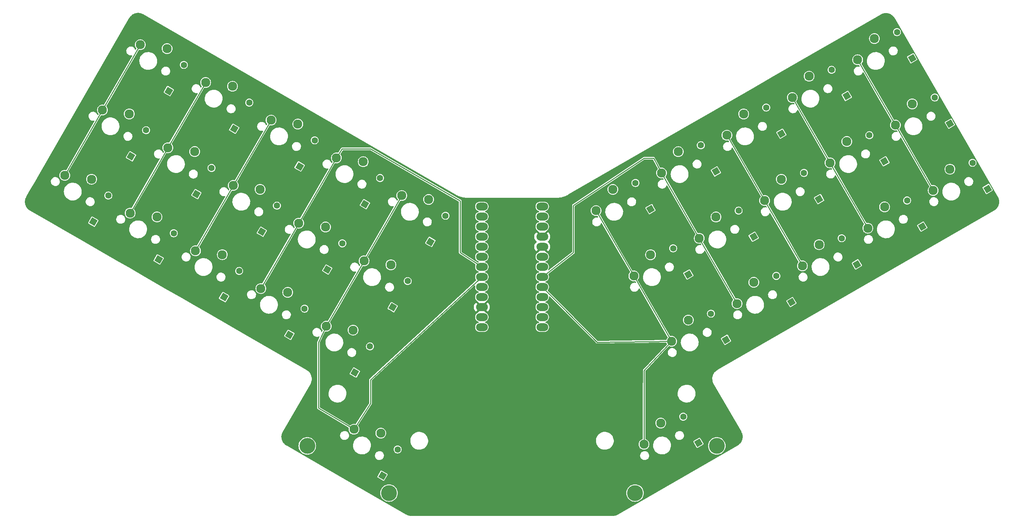
<source format=gbr>
%TF.GenerationSoftware,KiCad,Pcbnew,7.0.8*%
%TF.CreationDate,2023-12-05T04:00:53-05:00*%
%TF.ProjectId,4900_keeb_for_me,34393030-5f6b-4656-9562-5f666f725f6d,rev?*%
%TF.SameCoordinates,Original*%
%TF.FileFunction,Copper,L1,Top*%
%TF.FilePolarity,Positive*%
%FSLAX46Y46*%
G04 Gerber Fmt 4.6, Leading zero omitted, Abs format (unit mm)*
G04 Created by KiCad (PCBNEW 7.0.8) date 2023-12-05 04:00:53*
%MOMM*%
%LPD*%
G01*
G04 APERTURE LIST*
G04 Aperture macros list*
%AMHorizOval*
0 Thick line with rounded ends*
0 $1 width*
0 $2 $3 position (X,Y) of the first rounded end (center of the circle)*
0 $4 $5 position (X,Y) of the second rounded end (center of the circle)*
0 Add line between two ends*
20,1,$1,$2,$3,$4,$5,0*
0 Add two circle primitives to create the rounded ends*
1,1,$1,$2,$3*
1,1,$1,$4,$5*%
%AMRotRect*
0 Rectangle, with rotation*
0 The origin of the aperture is its center*
0 $1 length*
0 $2 width*
0 $3 Rotation angle, in degrees counterclockwise*
0 Add horizontal line*
21,1,$1,$2,0,0,$3*%
G04 Aperture macros list end*
%TA.AperFunction,ComponentPad*%
%ADD10C,2.300000*%
%TD*%
%TA.AperFunction,ComponentPad*%
%ADD11C,4.000000*%
%TD*%
%TA.AperFunction,ComponentPad*%
%ADD12HorizOval,1.600000X0.000000X0.000000X0.000000X0.000000X0*%
%TD*%
%TA.AperFunction,ComponentPad*%
%ADD13RotRect,1.600000X1.600000X60.000000*%
%TD*%
%TA.AperFunction,ComponentPad*%
%ADD14HorizOval,1.600000X0.000000X0.000000X0.000000X0.000000X0*%
%TD*%
%TA.AperFunction,ComponentPad*%
%ADD15RotRect,1.600000X1.600000X120.000000*%
%TD*%
%TA.AperFunction,ComponentPad*%
%ADD16O,3.000000X2.000000*%
%TD*%
%TA.AperFunction,Conductor*%
%ADD17C,0.250000*%
%TD*%
G04 APERTURE END LIST*
D10*
%TO.P,SW3,1,1*%
%TO.N,/COL3*%
X88027403Y-60613335D03*
%TO.P,SW3,2,2*%
%TO.N,Net-(D3-A)*%
X94796665Y-61588631D03*
%TD*%
%TO.P,SW21,1,1*%
%TO.N,/COL1*%
X35980635Y-74558067D03*
%TO.P,SW21,2,2*%
%TO.N,Net-(D21-A)*%
X42749897Y-75533363D03*
%TD*%
%TO.P,SW22,1,1*%
%TO.N,/COL2*%
X52478419Y-84083067D03*
%TO.P,SW22,2,2*%
%TO.N,Net-(D22-A)*%
X59247681Y-85058363D03*
%TD*%
%TO.P,SW17,1,1*%
%TO.N,/COL7*%
X196051799Y-90445283D03*
%TO.P,SW17,2,2*%
%TO.N,Net-(D17-A)*%
X200281061Y-85070579D03*
%TD*%
%TO.P,SW27,1,1*%
%TO.N,/COL7*%
X205575699Y-106943903D03*
%TO.P,SW27,2,2*%
%TO.N,Net-(D27-A)*%
X209804961Y-101569199D03*
%TD*%
%TO.P,SW15,1,1*%
%TO.N,/COL5*%
X111496771Y-96160767D03*
%TO.P,SW15,2,2*%
%TO.N,Net-(D15-A)*%
X118266033Y-97136063D03*
%TD*%
%TO.P,SW29,1,1*%
%TO.N,/COL9*%
X238571267Y-87893903D03*
%TO.P,SW29,2,2*%
%TO.N,Net-(D29-A)*%
X242800529Y-82519199D03*
%TD*%
%TO.P,SW1,1,1*%
%TO.N,/COL1*%
X55031835Y-41563335D03*
%TO.P,SW1,2,2*%
%TO.N,Net-(D1-A)*%
X61801097Y-42538631D03*
%TD*%
%TO.P,SW12,1,1*%
%TO.N,/COL2*%
X62003419Y-67585767D03*
%TO.P,SW12,2,2*%
%TO.N,Net-(D12-A)*%
X68772681Y-68561063D03*
%TD*%
%TO.P,SW13,1,1*%
%TO.N,/COL3*%
X78501203Y-77110767D03*
%TO.P,SW13,2,2*%
%TO.N,Net-(D13-A)*%
X85270465Y-78086063D03*
%TD*%
%TO.P,SW6,1,1*%
%TO.N,/COL6*%
X170029015Y-83472983D03*
%TO.P,SW6,2,2*%
%TO.N,Net-(D6-A)*%
X174258277Y-78098279D03*
%TD*%
%TO.P,SW28,1,1*%
%TO.N,/COL8*%
X222073483Y-97418903D03*
%TO.P,SW28,2,2*%
%TO.N,Net-(D28-A)*%
X226302745Y-92044199D03*
%TD*%
%TO.P,SW9,1,1*%
%TO.N,/COL9*%
X219522367Y-54897983D03*
%TO.P,SW9,2,2*%
%TO.N,Net-(D9-A)*%
X223751629Y-49523279D03*
%TD*%
%TO.P,SW19,1,1*%
%TO.N,/COL9*%
X229047367Y-71395283D03*
%TO.P,SW19,2,2*%
%TO.N,Net-(D19-A)*%
X233276629Y-66020579D03*
%TD*%
%TO.P,SW20,1,1*%
%TO.N,/COL10*%
X245545151Y-61870283D03*
%TO.P,SW20,2,2*%
%TO.N,Net-(D20-A)*%
X249774413Y-56495579D03*
%TD*%
D11*
%TO.P,S32,*%
%TO.N,*%
X200479057Y-142881240D03*
X179856827Y-154787490D03*
%TD*%
D10*
%TO.P,SW31,1,1*%
%TO.N,/COL5*%
X108945755Y-138681687D03*
%TO.P,SW31,2,2*%
%TO.N,Net-(D31-A)*%
X115715017Y-139656983D03*
%TD*%
%TO.P,SW7,1,1*%
%TO.N,/COL7*%
X186526799Y-73947983D03*
%TO.P,SW7,2,2*%
%TO.N,Net-(D7-A)*%
X190756061Y-68573279D03*
%TD*%
%TO.P,SW4,1,1*%
%TO.N,/COL4*%
X104525187Y-70138335D03*
%TO.P,SW4,2,2*%
%TO.N,Net-(D4-A)*%
X111294449Y-71113631D03*
%TD*%
%TO.P,SW5,1,1*%
%TO.N,/COL5*%
X121022971Y-79663335D03*
%TO.P,SW5,2,2*%
%TO.N,Net-(D5-A)*%
X127792233Y-80638631D03*
%TD*%
%TO.P,SW18,1,1*%
%TO.N,/COL8*%
X212549583Y-80920283D03*
%TO.P,SW18,2,2*%
%TO.N,Net-(D18-A)*%
X216778845Y-75545579D03*
%TD*%
%TO.P,SW11,1,1*%
%TO.N,/COL1*%
X45505635Y-58060767D03*
%TO.P,SW11,2,2*%
%TO.N,Net-(D11-A)*%
X52274897Y-59036063D03*
%TD*%
%TO.P,SW2,1,1*%
%TO.N,/COL2*%
X71529619Y-51088335D03*
%TO.P,SW2,2,2*%
%TO.N,Net-(D2-A)*%
X78298881Y-52063631D03*
%TD*%
%TO.P,SW23,1,1*%
%TO.N,/COL3*%
X68976203Y-93608067D03*
%TO.P,SW23,2,2*%
%TO.N,Net-(D23-A)*%
X75745465Y-94583363D03*
%TD*%
%TO.P,SW14,1,1*%
%TO.N,/COL4*%
X94998987Y-86635767D03*
%TO.P,SW14,2,2*%
%TO.N,Net-(D14-A)*%
X101768249Y-87611063D03*
%TD*%
%TO.P,SW24,1,1*%
%TO.N,/COL4*%
X85473987Y-103133067D03*
%TO.P,SW24,2,2*%
%TO.N,Net-(D24-A)*%
X92243249Y-104108363D03*
%TD*%
D11*
%TO.P,S31,*%
%TO.N,*%
X117793073Y-154787490D03*
X97170843Y-142881240D03*
%TD*%
D10*
%TO.P,SW25,1,1*%
%TO.N,/COL5*%
X101971771Y-112658067D03*
%TO.P,SW25,2,2*%
%TO.N,Net-(D25-A)*%
X108741033Y-113633363D03*
%TD*%
%TO.P,SW8,1,1*%
%TO.N,/COL8*%
X203024583Y-64422983D03*
%TO.P,SW8,2,2*%
%TO.N,Net-(D8-A)*%
X207253845Y-59048279D03*
%TD*%
%TO.P,SW16,1,1*%
%TO.N,/COL6*%
X179554015Y-99970283D03*
%TO.P,SW16,2,2*%
%TO.N,Net-(D16-A)*%
X183783277Y-94595579D03*
%TD*%
%TO.P,SW32,1,1*%
%TO.N,/COL6*%
X182105131Y-142491687D03*
%TO.P,SW32,2,2*%
%TO.N,Net-(D32-A)*%
X186334393Y-137116983D03*
%TD*%
%TO.P,SW10,1,1*%
%TO.N,/COL10*%
X236020151Y-45372983D03*
%TO.P,SW10,2,2*%
%TO.N,Net-(D10-A)*%
X240249413Y-39998279D03*
%TD*%
%TO.P,SW30,1,1*%
%TO.N,/COL10*%
X255069051Y-78368903D03*
%TO.P,SW30,2,2*%
%TO.N,Net-(D30-A)*%
X259298313Y-72994199D03*
%TD*%
%TO.P,SW26,1,1*%
%TO.N,/COL6*%
X189077915Y-116468903D03*
%TO.P,SW26,2,2*%
%TO.N,Net-(D26-A)*%
X193307177Y-111094199D03*
%TD*%
D12*
%TO.P,D21,2,A*%
%TO.N,Net-(D21-A)*%
X46991947Y-79654662D03*
D13*
%TO.P,D21,1,K*%
%TO.N,/ROW3*%
X43181947Y-86253776D03*
%TD*%
D14*
%TO.P,D16,2,A*%
%TO.N,Net-(D16-A)*%
X189473452Y-92982505D03*
D15*
%TO.P,D16,1,K*%
%TO.N,/ROW2*%
X193283452Y-99581619D03*
%TD*%
D14*
%TO.P,D7,2,A*%
%TO.N,Net-(D7-A)*%
X196446235Y-66960205D03*
D15*
%TO.P,D7,1,K*%
%TO.N,/ROW1*%
X200256235Y-73559319D03*
%TD*%
D12*
%TO.P,D11,2,A*%
%TO.N,Net-(D11-A)*%
X56516947Y-63157362D03*
D13*
%TO.P,D11,1,K*%
%TO.N,/ROW2*%
X52706947Y-69756476D03*
%TD*%
D12*
%TO.P,D15,2,A*%
%TO.N,Net-(D15-A)*%
X122508083Y-101257362D03*
D13*
%TO.P,D15,1,K*%
%TO.N,/ROW2*%
X118698083Y-107856476D03*
%TD*%
D14*
%TO.P,D18,2,A*%
%TO.N,Net-(D18-A)*%
X222469020Y-73932505D03*
D15*
%TO.P,D18,1,K*%
%TO.N,/ROW2*%
X226279020Y-80531619D03*
%TD*%
D14*
%TO.P,D17,2,A*%
%TO.N,Net-(D17-A)*%
X205971236Y-83457505D03*
D15*
%TO.P,D17,1,K*%
%TO.N,/ROW2*%
X209781236Y-90056619D03*
%TD*%
D14*
%TO.P,D28,2,A*%
%TO.N,Net-(D28-A)*%
X231992920Y-90431125D03*
D15*
%TO.P,D28,1,K*%
%TO.N,/ROW3*%
X235802920Y-97030239D03*
%TD*%
D12*
%TO.P,D2,2,A*%
%TO.N,Net-(D2-A)*%
X82540931Y-56184930D03*
D13*
%TO.P,D2,1,K*%
%TO.N,/ROW1*%
X78730931Y-62784044D03*
%TD*%
D12*
%TO.P,D1,2,A*%
%TO.N,Net-(D1-A)*%
X66043147Y-46659930D03*
D13*
%TO.P,D1,1,K*%
%TO.N,/ROW1*%
X62233147Y-53259044D03*
%TD*%
D12*
%TO.P,D25,2,A*%
%TO.N,Net-(D25-A)*%
X112983083Y-117754662D03*
D13*
%TO.P,D25,1,K*%
%TO.N,/ROW3*%
X109173083Y-124353776D03*
%TD*%
D14*
%TO.P,D19,2,A*%
%TO.N,Net-(D19-A)*%
X238966804Y-64407505D03*
D15*
%TO.P,D19,1,K*%
%TO.N,/ROW2*%
X242776804Y-71006619D03*
%TD*%
D12*
%TO.P,D24,2,A*%
%TO.N,Net-(D24-A)*%
X96485299Y-108229662D03*
D13*
%TO.P,D24,1,K*%
%TO.N,/ROW3*%
X92675299Y-114828776D03*
%TD*%
D12*
%TO.P,D31,2,A*%
%TO.N,Net-(D31-A)*%
X119957067Y-143778282D03*
D13*
%TO.P,D31,1,K*%
%TO.N,/ROW4*%
X116147067Y-150377396D03*
%TD*%
D12*
%TO.P,D22,2,A*%
%TO.N,Net-(D22-A)*%
X63489731Y-89179662D03*
D13*
%TO.P,D22,1,K*%
%TO.N,/ROW3*%
X59679731Y-95778776D03*
%TD*%
D14*
%TO.P,D30,2,A*%
%TO.N,Net-(D30-A)*%
X264988488Y-71381125D03*
D15*
%TO.P,D30,1,K*%
%TO.N,/ROW3*%
X268798488Y-77980239D03*
%TD*%
D14*
%TO.P,D29,2,A*%
%TO.N,Net-(D29-A)*%
X248490704Y-80906125D03*
D15*
%TO.P,D29,1,K*%
%TO.N,/ROW3*%
X252300704Y-87505239D03*
%TD*%
D12*
%TO.P,D3,2,A*%
%TO.N,Net-(D3-A)*%
X99038715Y-65709930D03*
D13*
%TO.P,D3,1,K*%
%TO.N,/ROW1*%
X95228715Y-72309044D03*
%TD*%
D16*
%TO.P,U1,26,D10*%
%TO.N,/COL1*%
X141204950Y-82420000D03*
%TO.P,U1,25,MOSI*%
%TO.N,unconnected-(U1-MOSI-Pad25)*%
X141204950Y-84960000D03*
%TO.P,U1,24,MISO*%
%TO.N,unconnected-(U1-MISO-Pad24)*%
X141204950Y-87500000D03*
%TO.P,U1,23,SCK*%
%TO.N,unconnected-(U1-SCK-Pad23)*%
X141204950Y-90040000D03*
%TO.P,U1,22,A0*%
%TO.N,/COL2*%
X141204950Y-92580000D03*
%TO.P,U1,21,A1*%
%TO.N,/COL3*%
X141204950Y-95120000D03*
%TO.P,U1,20,A2*%
%TO.N,/COL4*%
X141204950Y-97660000D03*
%TO.P,U1,19,A3*%
%TO.N,/COL5*%
X141204950Y-100200000D03*
%TO.P,U1,18,3V3*%
%TO.N,+3V3*%
X141204950Y-102740000D03*
%TO.P,U1,17,RESET*%
%TO.N,unconnected-(U1-RESET-Pad17)*%
X141204950Y-105280000D03*
%TO.P,U1,16,GND*%
%TO.N,GND*%
X141204950Y-107820000D03*
%TO.P,U1,15,RAW*%
%TO.N,unconnected-(U1-RAW-Pad15)*%
X141204950Y-110360000D03*
%TO.P,U1,14,D-*%
%TO.N,unconnected-(U1-D--Pad14)*%
X141204950Y-112900000D03*
%TO.P,U1,13,D9*%
%TO.N,/ROW4*%
X156444950Y-112900000D03*
%TO.P,U1,12,D8*%
%TO.N,/ROW3*%
X156444950Y-110360000D03*
%TO.P,U1,11,D7*%
%TO.N,/ROW2*%
X156444950Y-107820000D03*
%TO.P,U1,10,D6*%
%TO.N,/ROW1*%
X156444950Y-105280000D03*
%TO.P,U1,9,D5*%
%TO.N,/COL6*%
X156444950Y-102740000D03*
%TO.P,U1,8,D4*%
%TO.N,/COL7*%
X156444950Y-100200000D03*
%TO.P,U1,7,D3*%
%TO.N,/COL8*%
X156444950Y-97660000D03*
%TO.P,U1,6,D2*%
%TO.N,/COL9*%
X156444950Y-95120000D03*
%TO.P,U1,5,GND*%
%TO.N,GND*%
X156444950Y-92580000D03*
%TO.P,U1,4,GND*%
X156444950Y-90040000D03*
%TO.P,U1,3,D1*%
%TO.N,/COL10*%
X156444950Y-87500000D03*
%TO.P,U1,2,D0*%
%TO.N,unconnected-(U1-D0-Pad2)*%
X156444950Y-84960000D03*
%TO.P,U1,1,D+*%
%TO.N,unconnected-(U1-D+-Pad1)*%
X156444950Y-82420000D03*
%TD*%
D12*
%TO.P,D5,2,A*%
%TO.N,Net-(D5-A)*%
X132034283Y-84759930D03*
D13*
%TO.P,D5,1,K*%
%TO.N,/ROW1*%
X128224283Y-91359044D03*
%TD*%
D14*
%TO.P,D27,2,A*%
%TO.N,Net-(D27-A)*%
X215495136Y-99956125D03*
D15*
%TO.P,D27,1,K*%
%TO.N,/ROW3*%
X219305136Y-106555239D03*
%TD*%
D12*
%TO.P,D13,2,A*%
%TO.N,Net-(D13-A)*%
X89512515Y-82207362D03*
D13*
%TO.P,D13,1,K*%
%TO.N,/ROW2*%
X85702515Y-88806476D03*
%TD*%
D12*
%TO.P,D23,2,A*%
%TO.N,Net-(D23-A)*%
X79987515Y-98704662D03*
D13*
%TO.P,D23,1,K*%
%TO.N,/ROW3*%
X76177515Y-105303776D03*
%TD*%
D14*
%TO.P,D26,2,A*%
%TO.N,Net-(D26-A)*%
X198997352Y-109481125D03*
D15*
%TO.P,D26,1,K*%
%TO.N,/ROW3*%
X202807352Y-116080239D03*
%TD*%
D14*
%TO.P,D20,2,A*%
%TO.N,Net-(D20-A)*%
X255464588Y-54882505D03*
D15*
%TO.P,D20,1,K*%
%TO.N,/ROW2*%
X259274588Y-61481619D03*
%TD*%
D12*
%TO.P,D14,2,A*%
%TO.N,Net-(D14-A)*%
X106010299Y-91732362D03*
D13*
%TO.P,D14,1,K*%
%TO.N,/ROW2*%
X102200299Y-98331476D03*
%TD*%
D14*
%TO.P,D8,2,A*%
%TO.N,Net-(D8-A)*%
X212944019Y-57435205D03*
D15*
%TO.P,D8,1,K*%
%TO.N,/ROW1*%
X216754019Y-64034319D03*
%TD*%
D14*
%TO.P,D6,2,A*%
%TO.N,Net-(D6-A)*%
X179948451Y-76485205D03*
D15*
%TO.P,D6,1,K*%
%TO.N,/ROW1*%
X183758451Y-83084319D03*
%TD*%
D14*
%TO.P,D10,2,A*%
%TO.N,Net-(D10-A)*%
X245939587Y-38385205D03*
D15*
%TO.P,D10,1,K*%
%TO.N,/ROW1*%
X249749587Y-44984319D03*
%TD*%
D12*
%TO.P,D4,2,A*%
%TO.N,Net-(D4-A)*%
X115536499Y-75234930D03*
D13*
%TO.P,D4,1,K*%
%TO.N,/ROW1*%
X111726499Y-81834044D03*
%TD*%
D14*
%TO.P,D32,2,A*%
%TO.N,Net-(D32-A)*%
X192024568Y-135503909D03*
D15*
%TO.P,D32,1,K*%
%TO.N,/ROW4*%
X195834568Y-142103023D03*
%TD*%
D14*
%TO.P,D9,2,A*%
%TO.N,Net-(D9-A)*%
X229441803Y-47910205D03*
D15*
%TO.P,D9,1,K*%
%TO.N,/ROW1*%
X233251803Y-54509319D03*
%TD*%
D12*
%TO.P,D12,2,A*%
%TO.N,Net-(D12-A)*%
X73014731Y-72682362D03*
D13*
%TO.P,D12,1,K*%
%TO.N,/ROW2*%
X69204731Y-79281476D03*
%TD*%
D17*
%TO.N,/COL6*%
X170259375Y-116681250D02*
X156444950Y-102740000D01*
X189077915Y-116468903D02*
X170259375Y-116681250D01*
X182105131Y-142491687D02*
X182165625Y-123825000D01*
X189077915Y-116468903D02*
X182165625Y-123825000D01*
%TO.N,/COL7*%
X164306250Y-94059375D02*
X156444950Y-100200000D01*
X164306250Y-82153125D02*
X164306250Y-94059375D01*
X182165625Y-70246875D02*
X164306250Y-82153125D01*
X184546875Y-70246875D02*
X182165625Y-70246875D01*
X186526799Y-73947983D02*
X184546875Y-70246875D01*
%TO.N,/COL5*%
X113109375Y-126206250D02*
X141204950Y-100200000D01*
X113109375Y-132159375D02*
X113109375Y-126206250D01*
X108945755Y-138681687D02*
X113109375Y-132159375D01*
X100012500Y-116681250D02*
X101971771Y-112658067D01*
X100012500Y-133350000D02*
X100012500Y-116681250D01*
X108945755Y-138681687D02*
X100012500Y-133350000D01*
X101971771Y-112658067D02*
X111496771Y-96160767D01*
%TO.N,/COL4*%
X135731250Y-80962500D02*
X135731250Y-94059375D01*
X113109375Y-67865625D02*
X135731250Y-80962500D01*
X105965625Y-67865625D02*
X113109375Y-67865625D01*
X135731250Y-94059375D02*
X141204950Y-97660000D01*
X104525187Y-70138335D02*
X105965625Y-67865625D01*
%TO.N,/COL10*%
X245545151Y-61870283D02*
X255069051Y-78368903D01*
X236020151Y-45372983D02*
X245545151Y-61870283D01*
%TO.N,/COL9*%
X229047367Y-71395283D02*
X219522367Y-54897983D01*
X238571267Y-87893903D02*
X229047367Y-71395283D01*
%TO.N,/COL8*%
X212549583Y-80920283D02*
X222073483Y-97418903D01*
X203024583Y-64422983D02*
X212549583Y-80920283D01*
%TO.N,/COL7*%
X196051799Y-90445283D02*
X186526799Y-73947983D01*
X205575699Y-106943903D02*
X196051799Y-90445283D01*
%TO.N,/COL6*%
X179554015Y-99970283D02*
X189077915Y-116468903D01*
X170029015Y-83472983D02*
X179554015Y-99970283D01*
%TO.N,/COL5*%
X121022971Y-79663335D02*
X111496771Y-96160767D01*
%TO.N,/COL4*%
X94998987Y-86635767D02*
X85473987Y-103133067D01*
X104525187Y-70138335D02*
X94998987Y-86635767D01*
%TO.N,/COL3*%
X78501203Y-77110767D02*
X68976203Y-93608067D01*
X88027403Y-60613335D02*
X78501203Y-77110767D01*
%TO.N,/COL2*%
X62003419Y-67585767D02*
X52478419Y-84083067D01*
X71529619Y-51088335D02*
X62003419Y-67585767D01*
%TO.N,/COL1*%
X45505635Y-58060767D02*
X35980635Y-74558067D01*
X55031835Y-41563335D02*
X45505635Y-58060767D01*
%TD*%
%TA.AperFunction,Conductor*%
%TO.N,GND*%
G36*
X54633164Y-33529323D02*
G01*
X54638190Y-33529623D01*
X54783244Y-33544258D01*
X54926825Y-33563145D01*
X54932311Y-33564121D01*
X55070403Y-33595215D01*
X55075828Y-33596436D01*
X55214605Y-33630849D01*
X55220468Y-33632616D01*
X55350268Y-33678881D01*
X55362475Y-33683232D01*
X55492593Y-33731518D01*
X55498729Y-33734181D01*
X55588785Y-33779171D01*
X55625932Y-33797729D01*
X55651307Y-33810405D01*
X55755013Y-33862776D01*
X55758052Y-33864419D01*
X102051718Y-60601690D01*
X134592857Y-79396081D01*
X134592873Y-79396090D01*
X134615818Y-79409342D01*
X134615886Y-79409372D01*
X134784449Y-79506731D01*
X134784458Y-79506735D01*
X134784458Y-79506736D01*
X135049000Y-79637252D01*
X135096691Y-79662467D01*
X135103555Y-79664168D01*
X135157200Y-79690635D01*
X135385313Y-79785176D01*
X135541180Y-79849775D01*
X135934742Y-79983469D01*
X136336203Y-80091145D01*
X136336212Y-80091146D01*
X136336213Y-80091147D01*
X136391643Y-80102188D01*
X136743845Y-80172343D01*
X137155924Y-80226714D01*
X137215594Y-80230643D01*
X137220789Y-80232547D01*
X137276341Y-80234644D01*
X137570675Y-80254027D01*
X137570676Y-80254027D01*
X137753744Y-80254085D01*
X137753750Y-80254086D01*
X137778401Y-80254093D01*
X137778402Y-80254094D01*
X159801360Y-80261328D01*
X159801421Y-80261346D01*
X159824694Y-80261346D01*
X159839020Y-80261350D01*
X159839083Y-80261368D01*
X159839580Y-80261350D01*
X159853199Y-80261354D01*
X159853199Y-80261355D01*
X160061157Y-80261418D01*
X160355487Y-80242214D01*
X160409573Y-80240208D01*
X160416405Y-80238240D01*
X160476190Y-80234340D01*
X160888563Y-80180167D01*
X161296509Y-80099133D01*
X161647799Y-80005097D01*
X161698272Y-79991586D01*
X161698273Y-79991585D01*
X161698279Y-79991584D01*
X162092153Y-79857982D01*
X162476442Y-79698898D01*
X162530181Y-79672409D01*
X162535644Y-79671458D01*
X162584870Y-79645453D01*
X162849501Y-79515015D01*
X162849510Y-79515010D01*
X162849509Y-79515011D01*
X162961939Y-79450126D01*
X163015389Y-79419278D01*
X163015407Y-79419271D01*
X163029531Y-79411120D01*
X163029532Y-79411120D01*
X181808452Y-68573279D01*
X189400402Y-68573279D01*
X189420997Y-68808682D01*
X189420999Y-68808692D01*
X189482155Y-69036934D01*
X189482157Y-69036938D01*
X189482158Y-69036942D01*
X189560036Y-69203952D01*
X189582026Y-69251109D01*
X189582028Y-69251113D01*
X189690342Y-69405800D01*
X189717566Y-69444680D01*
X189884660Y-69611774D01*
X189895930Y-69619665D01*
X190078226Y-69747311D01*
X190078228Y-69747312D01*
X190078231Y-69747314D01*
X190292398Y-69847182D01*
X190520653Y-69908342D01*
X190683745Y-69922611D01*
X190756060Y-69928938D01*
X190756061Y-69928938D01*
X190756062Y-69928938D01*
X190821599Y-69923204D01*
X190991469Y-69908342D01*
X191219724Y-69847182D01*
X191433891Y-69747314D01*
X191627462Y-69611774D01*
X191794556Y-69444680D01*
X191930096Y-69251109D01*
X192029964Y-69036942D01*
X192091124Y-68808687D01*
X192111720Y-68573279D01*
X192091124Y-68337871D01*
X192029964Y-68109616D01*
X191930096Y-67895450D01*
X191921543Y-67883234D01*
X191794555Y-67701876D01*
X191627463Y-67534785D01*
X191627456Y-67534780D01*
X191612910Y-67524595D01*
X191588582Y-67507560D01*
X191433895Y-67399246D01*
X191433891Y-67399244D01*
X191407694Y-67387028D01*
X191219724Y-67299376D01*
X191219720Y-67299375D01*
X191219716Y-67299373D01*
X190991474Y-67238217D01*
X190991464Y-67238215D01*
X190756062Y-67217620D01*
X190756060Y-67217620D01*
X190520657Y-67238215D01*
X190520647Y-67238217D01*
X190292405Y-67299373D01*
X190292396Y-67299377D01*
X190078232Y-67399243D01*
X190078230Y-67399244D01*
X189884658Y-67534784D01*
X189717566Y-67701876D01*
X189582026Y-67895448D01*
X189582025Y-67895450D01*
X189482159Y-68109614D01*
X189482155Y-68109623D01*
X189420999Y-68337865D01*
X189420997Y-68337875D01*
X189400402Y-68573278D01*
X189400402Y-68573279D01*
X181808452Y-68573279D01*
X184603454Y-66960205D01*
X195440894Y-66960205D01*
X195460210Y-67156334D01*
X195474636Y-67203890D01*
X195510479Y-67322049D01*
X195517423Y-67344938D01*
X195610321Y-67518737D01*
X195610325Y-67518744D01*
X195735351Y-67671088D01*
X195887695Y-67796114D01*
X195887702Y-67796118D01*
X196061501Y-67889016D01*
X196061504Y-67889016D01*
X196061508Y-67889019D01*
X196250103Y-67946229D01*
X196446235Y-67965546D01*
X196642367Y-67946229D01*
X196830962Y-67889019D01*
X197004773Y-67796115D01*
X197157118Y-67671088D01*
X197282145Y-67518743D01*
X197335677Y-67418592D01*
X197375046Y-67344938D01*
X197375046Y-67344937D01*
X197375049Y-67344932D01*
X197432259Y-67156337D01*
X197451576Y-66960205D01*
X197432259Y-66764073D01*
X197375049Y-66575478D01*
X197375046Y-66575474D01*
X197375046Y-66575471D01*
X197282148Y-66401672D01*
X197282144Y-66401665D01*
X197157118Y-66249321D01*
X197004774Y-66124295D01*
X197004767Y-66124291D01*
X196830968Y-66031393D01*
X196830962Y-66031391D01*
X196642367Y-65974181D01*
X196642364Y-65974180D01*
X196446235Y-65954864D01*
X196250105Y-65974180D01*
X196061501Y-66031393D01*
X195887702Y-66124291D01*
X195887695Y-66124295D01*
X195735351Y-66249321D01*
X195610325Y-66401665D01*
X195610321Y-66401672D01*
X195517423Y-66575471D01*
X195460210Y-66764075D01*
X195440894Y-66960205D01*
X184603454Y-66960205D01*
X188999744Y-64422983D01*
X201668924Y-64422983D01*
X201689519Y-64658386D01*
X201689521Y-64658396D01*
X201750677Y-64886638D01*
X201750679Y-64886642D01*
X201750680Y-64886646D01*
X201826461Y-65049159D01*
X201850548Y-65100813D01*
X201850550Y-65100817D01*
X201950398Y-65243414D01*
X201986088Y-65294384D01*
X202153182Y-65461478D01*
X202241407Y-65523254D01*
X202346748Y-65597015D01*
X202346750Y-65597016D01*
X202346753Y-65597018D01*
X202560920Y-65696886D01*
X202789175Y-65758046D01*
X202977501Y-65774522D01*
X203024582Y-65778642D01*
X203024583Y-65778642D01*
X203024584Y-65778642D01*
X203063817Y-65775209D01*
X203259991Y-65758046D01*
X203306264Y-65745647D01*
X203376113Y-65747308D01*
X203433976Y-65786470D01*
X203445741Y-65803416D01*
X203533183Y-65954864D01*
X203541538Y-65969335D01*
X203558012Y-66037235D01*
X203535160Y-66103262D01*
X203480240Y-66146453D01*
X203410686Y-66153095D01*
X203302205Y-66132188D01*
X203302203Y-66132188D01*
X203141113Y-66132188D01*
X202991725Y-66146453D01*
X202980760Y-66147500D01*
X202980756Y-66147501D01*
X202774524Y-66208056D01*
X202583467Y-66306552D01*
X202414516Y-66439417D01*
X202414513Y-66439421D01*
X202273752Y-66601866D01*
X202166284Y-66788007D01*
X202095982Y-66991130D01*
X202095981Y-66991132D01*
X202065392Y-67203888D01*
X202065391Y-67203890D01*
X202075618Y-67418589D01*
X202126294Y-67627479D01*
X202126296Y-67627483D01*
X202214754Y-67821180D01*
X202215585Y-67822998D01*
X202317092Y-67965545D01*
X202340266Y-67998088D01*
X202340271Y-67998094D01*
X202495825Y-68146413D01*
X202495827Y-68146414D01*
X202495828Y-68146415D01*
X202676651Y-68262623D01*
X202876199Y-68342510D01*
X202981729Y-68362849D01*
X203087258Y-68383188D01*
X203087259Y-68383188D01*
X203248343Y-68383188D01*
X203248349Y-68383188D01*
X203408702Y-68367876D01*
X203614940Y-68307319D01*
X203805990Y-68208826D01*
X203807280Y-68207812D01*
X203885352Y-68146415D01*
X203974948Y-68075956D01*
X204115707Y-67913512D01*
X204126137Y-67895448D01*
X204223178Y-67727367D01*
X204223179Y-67727365D01*
X204259324Y-67622929D01*
X204299851Y-67566018D01*
X204364715Y-67540050D01*
X204433322Y-67553272D01*
X204483889Y-67601487D01*
X208465149Y-74497029D01*
X211555648Y-79849775D01*
X211564641Y-79865350D01*
X211581115Y-79933250D01*
X211558263Y-79999277D01*
X211544937Y-80015031D01*
X211511089Y-80048879D01*
X211375548Y-80242452D01*
X211375547Y-80242454D01*
X211275681Y-80456618D01*
X211275677Y-80456627D01*
X211214521Y-80684869D01*
X211214519Y-80684879D01*
X211193924Y-80920282D01*
X211193924Y-80920283D01*
X211214519Y-81155686D01*
X211214521Y-81155696D01*
X211275677Y-81383938D01*
X211275679Y-81383942D01*
X211275680Y-81383946D01*
X211347674Y-81538337D01*
X211375548Y-81598113D01*
X211375550Y-81598117D01*
X211444866Y-81697109D01*
X211511088Y-81791684D01*
X211678182Y-81958778D01*
X211740902Y-82002695D01*
X211871748Y-82094315D01*
X211871750Y-82094316D01*
X211871753Y-82094318D01*
X212085920Y-82194186D01*
X212085926Y-82194187D01*
X212085927Y-82194188D01*
X212122196Y-82203906D01*
X212314175Y-82255346D01*
X212502501Y-82271822D01*
X212549582Y-82275942D01*
X212549583Y-82275942D01*
X212549584Y-82275942D01*
X212588817Y-82272509D01*
X212784991Y-82255346D01*
X212831145Y-82242979D01*
X212900994Y-82244642D01*
X212958857Y-82283804D01*
X212970629Y-82300761D01*
X213066366Y-82466609D01*
X213082834Y-82534511D01*
X213059977Y-82600536D01*
X213005053Y-82643723D01*
X212935509Y-82650361D01*
X212827205Y-82629488D01*
X212827203Y-82629488D01*
X212666113Y-82629488D01*
X212517039Y-82643723D01*
X212505760Y-82644800D01*
X212505756Y-82644801D01*
X212299524Y-82705356D01*
X212108467Y-82803852D01*
X211939516Y-82936717D01*
X211939513Y-82936721D01*
X211798752Y-83099166D01*
X211691284Y-83285307D01*
X211620982Y-83488430D01*
X211620981Y-83488432D01*
X211590392Y-83701188D01*
X211590391Y-83701190D01*
X211600618Y-83915889D01*
X211651294Y-84124779D01*
X211651296Y-84124783D01*
X211739754Y-84318480D01*
X211740585Y-84320298D01*
X211829751Y-84445514D01*
X211865266Y-84495388D01*
X211865271Y-84495394D01*
X212020825Y-84643713D01*
X212020827Y-84643714D01*
X212020828Y-84643715D01*
X212201651Y-84759923D01*
X212401199Y-84839810D01*
X212506729Y-84860149D01*
X212612258Y-84880488D01*
X212612259Y-84880488D01*
X212773343Y-84880488D01*
X212773349Y-84880488D01*
X212933702Y-84865176D01*
X213139940Y-84804619D01*
X213330990Y-84706126D01*
X213341995Y-84697472D01*
X213406156Y-84647015D01*
X213499948Y-84573256D01*
X213640707Y-84410812D01*
X213650421Y-84393988D01*
X213748178Y-84224667D01*
X213756234Y-84201392D01*
X213784195Y-84120601D01*
X213824723Y-84063689D01*
X213889588Y-84037721D01*
X213958195Y-84050943D01*
X214008762Y-84099159D01*
X214008767Y-84099167D01*
X221088634Y-96363892D01*
X221105101Y-96431793D01*
X221082244Y-96497818D01*
X221068924Y-96513564D01*
X221034989Y-96547499D01*
X220899448Y-96741072D01*
X220899447Y-96741074D01*
X220799581Y-96955238D01*
X220799577Y-96955247D01*
X220738421Y-97183489D01*
X220738419Y-97183499D01*
X220717824Y-97418902D01*
X220717824Y-97418903D01*
X220738419Y-97654306D01*
X220738421Y-97654316D01*
X220799577Y-97882558D01*
X220799579Y-97882562D01*
X220799580Y-97882566D01*
X220871183Y-98036119D01*
X220899448Y-98096733D01*
X220899450Y-98096737D01*
X220995727Y-98234234D01*
X221034988Y-98290304D01*
X221202082Y-98457398D01*
X221275106Y-98508530D01*
X221395648Y-98592935D01*
X221395650Y-98592936D01*
X221395653Y-98592938D01*
X221609820Y-98692806D01*
X221609826Y-98692807D01*
X221609827Y-98692808D01*
X221642968Y-98701688D01*
X221838075Y-98753966D01*
X222026401Y-98770442D01*
X222073482Y-98774562D01*
X222073483Y-98774562D01*
X222073484Y-98774562D01*
X222112717Y-98771129D01*
X222308891Y-98753966D01*
X222537146Y-98692806D01*
X222751313Y-98592938D01*
X222944884Y-98457398D01*
X223111978Y-98290304D01*
X223247518Y-98096733D01*
X223347386Y-97882566D01*
X223372517Y-97788775D01*
X224394873Y-97788775D01*
X224424950Y-98087750D01*
X224424951Y-98087757D01*
X224494608Y-98380049D01*
X224494611Y-98380061D01*
X224602606Y-98660461D01*
X224602613Y-98660476D01*
X224747019Y-98923983D01*
X224747023Y-98923989D01*
X224838336Y-99047920D01*
X224925263Y-99165898D01*
X225116896Y-99364045D01*
X225134160Y-99381896D01*
X225134167Y-99381902D01*
X225154036Y-99397592D01*
X225369986Y-99568126D01*
X225628527Y-99721260D01*
X225905173Y-99838568D01*
X225905176Y-99838568D01*
X225905179Y-99838570D01*
X226050079Y-99878262D01*
X226194986Y-99917956D01*
X226492795Y-99958008D01*
X226492800Y-99958008D01*
X226718081Y-99958008D01*
X226881553Y-99947064D01*
X226942859Y-99942960D01*
X227237327Y-99883107D01*
X227521191Y-99784539D01*
X227789383Y-99649015D01*
X228037120Y-99478954D01*
X228259979Y-99277390D01*
X228453983Y-99047920D01*
X228615671Y-98794640D01*
X228742158Y-98522068D01*
X228831186Y-98235070D01*
X228881166Y-97938766D01*
X228891207Y-97638444D01*
X228861129Y-97339463D01*
X228858888Y-97330061D01*
X228837405Y-97239912D01*
X228791470Y-97047159D01*
X228683471Y-96766748D01*
X228682022Y-96764104D01*
X234507421Y-96764104D01*
X234526587Y-96820564D01*
X234526588Y-96820567D01*
X235346334Y-98240409D01*
X235346339Y-98240416D01*
X235360757Y-98256856D01*
X235385652Y-98285243D01*
X235457190Y-98320521D01*
X235536783Y-98325738D01*
X235593247Y-98306571D01*
X237013093Y-97486823D01*
X237057924Y-97447507D01*
X237093202Y-97375969D01*
X237098419Y-97296376D01*
X237079252Y-97239912D01*
X237055784Y-97199265D01*
X236612685Y-96431793D01*
X236259504Y-95820066D01*
X236220188Y-95775235D01*
X236148650Y-95739957D01*
X236069057Y-95734740D01*
X236069056Y-95734740D01*
X236069054Y-95734740D01*
X236012594Y-95753906D01*
X236012591Y-95753907D01*
X234592749Y-96573653D01*
X234592742Y-96573658D01*
X234547916Y-96612971D01*
X234512638Y-96684509D01*
X234507421Y-96764104D01*
X228682022Y-96764104D01*
X228539061Y-96503233D01*
X228360817Y-96261318D01*
X228151919Y-96045319D01*
X228151912Y-96045313D01*
X227929256Y-95869484D01*
X227916094Y-95859090D01*
X227657553Y-95705956D01*
X227380907Y-95588648D01*
X227380900Y-95588645D01*
X227091099Y-95509261D01*
X227091096Y-95509260D01*
X227091094Y-95509260D01*
X226793285Y-95469208D01*
X226568007Y-95469208D01*
X226567999Y-95469208D01*
X226343223Y-95484255D01*
X226343214Y-95484257D01*
X226048750Y-95544109D01*
X225764887Y-95642677D01*
X225764884Y-95642679D01*
X225496702Y-95778197D01*
X225248958Y-95948263D01*
X225026102Y-96149824D01*
X224832098Y-96379294D01*
X224832096Y-96379296D01*
X224670406Y-96632580D01*
X224543926Y-96905139D01*
X224543922Y-96905148D01*
X224519130Y-96985071D01*
X224454894Y-97192143D01*
X224411820Y-97447506D01*
X224404914Y-97488450D01*
X224398926Y-97667565D01*
X224394873Y-97788775D01*
X223372517Y-97788775D01*
X223408546Y-97654311D01*
X223429142Y-97418903D01*
X223408546Y-97183495D01*
X223355379Y-96985071D01*
X223347388Y-96955247D01*
X223347387Y-96955246D01*
X223347386Y-96955240D01*
X223247518Y-96741074D01*
X223199433Y-96672400D01*
X223111977Y-96547500D01*
X222944885Y-96380409D01*
X222944878Y-96380404D01*
X222751317Y-96244870D01*
X222751313Y-96244868D01*
X222730923Y-96235360D01*
X222537146Y-96145000D01*
X222537142Y-96144999D01*
X222537138Y-96144997D01*
X222308896Y-96083841D01*
X222308886Y-96083839D01*
X222073484Y-96063244D01*
X222073482Y-96063244D01*
X221955779Y-96073542D01*
X221838075Y-96083840D01*
X221823737Y-96087681D01*
X221791917Y-96096207D01*
X221722067Y-96094542D01*
X221664206Y-96055378D01*
X221652435Y-96038423D01*
X221122161Y-95119810D01*
X229913109Y-95119810D01*
X229923336Y-95334509D01*
X229974012Y-95543399D01*
X229974014Y-95543403D01*
X230062916Y-95738072D01*
X230063303Y-95738918D01*
X230187393Y-95913178D01*
X230187984Y-95914008D01*
X230187989Y-95914014D01*
X230343543Y-96062333D01*
X230343545Y-96062334D01*
X230343546Y-96062335D01*
X230524369Y-96178543D01*
X230723917Y-96258430D01*
X230787747Y-96270732D01*
X230934976Y-96299108D01*
X230934977Y-96299108D01*
X231096061Y-96299108D01*
X231096067Y-96299108D01*
X231256420Y-96283796D01*
X231462658Y-96223239D01*
X231653708Y-96124746D01*
X231654015Y-96124505D01*
X231733070Y-96062335D01*
X231822666Y-95991876D01*
X231963425Y-95829432D01*
X231963910Y-95828593D01*
X232035196Y-95705121D01*
X232070897Y-95643285D01*
X232141199Y-95440162D01*
X232171788Y-95227405D01*
X232161561Y-95012704D01*
X232110886Y-94803818D01*
X232021595Y-94608298D01*
X231896915Y-94433209D01*
X231896913Y-94433207D01*
X231896908Y-94433201D01*
X231741354Y-94284882D01*
X231560529Y-94168673D01*
X231360979Y-94088785D01*
X231149922Y-94048108D01*
X231149921Y-94048108D01*
X230988831Y-94048108D01*
X230828478Y-94063420D01*
X230828474Y-94063421D01*
X230622242Y-94123976D01*
X230431185Y-94222472D01*
X230262234Y-94355337D01*
X230262231Y-94355341D01*
X230121470Y-94517786D01*
X230014002Y-94703927D01*
X229943700Y-94907050D01*
X229943699Y-94907052D01*
X229913110Y-95119808D01*
X229913109Y-95119810D01*
X221122161Y-95119810D01*
X220249501Y-93608067D01*
X219346751Y-92044199D01*
X224947086Y-92044199D01*
X224967681Y-92279602D01*
X224967683Y-92279612D01*
X225028839Y-92507854D01*
X225028841Y-92507858D01*
X225028842Y-92507862D01*
X225094808Y-92649326D01*
X225128710Y-92722029D01*
X225128712Y-92722033D01*
X225191290Y-92811403D01*
X225264250Y-92915600D01*
X225431344Y-93082694D01*
X225519472Y-93144402D01*
X225624910Y-93218231D01*
X225624912Y-93218232D01*
X225624915Y-93218234D01*
X225839082Y-93318102D01*
X225839088Y-93318103D01*
X225839089Y-93318104D01*
X225852424Y-93321677D01*
X226067337Y-93379262D01*
X226255663Y-93395738D01*
X226302744Y-93399858D01*
X226302745Y-93399858D01*
X226302746Y-93399858D01*
X226341979Y-93396425D01*
X226538153Y-93379262D01*
X226766408Y-93318102D01*
X226980575Y-93218234D01*
X227174146Y-93082694D01*
X227341240Y-92915600D01*
X227476780Y-92722029D01*
X227576648Y-92507862D01*
X227637808Y-92279607D01*
X227658404Y-92044199D01*
X227637808Y-91808791D01*
X227588610Y-91625178D01*
X227576650Y-91580543D01*
X227576649Y-91580542D01*
X227576648Y-91580536D01*
X227476780Y-91366370D01*
X227441992Y-91316687D01*
X227341239Y-91172796D01*
X227174147Y-91005705D01*
X227174140Y-91005700D01*
X227157896Y-90994326D01*
X227135266Y-90978480D01*
X226980579Y-90870166D01*
X226980575Y-90870164D01*
X226965701Y-90863228D01*
X226766408Y-90770296D01*
X226766404Y-90770295D01*
X226766400Y-90770293D01*
X226538158Y-90709137D01*
X226538148Y-90709135D01*
X226302746Y-90688540D01*
X226302744Y-90688540D01*
X226067341Y-90709135D01*
X226067331Y-90709137D01*
X225839089Y-90770293D01*
X225839080Y-90770297D01*
X225624916Y-90870163D01*
X225624914Y-90870164D01*
X225431342Y-91005704D01*
X225264250Y-91172796D01*
X225128712Y-91366367D01*
X225128709Y-91366370D01*
X225028843Y-91580534D01*
X225028839Y-91580543D01*
X224967683Y-91808785D01*
X224967681Y-91808795D01*
X224947086Y-92044198D01*
X224947086Y-92044199D01*
X219346751Y-92044199D01*
X218415597Y-90431125D01*
X230987579Y-90431125D01*
X231006895Y-90627254D01*
X231021321Y-90674810D01*
X231064041Y-90815639D01*
X231064108Y-90815858D01*
X231157006Y-90989657D01*
X231157010Y-90989664D01*
X231282036Y-91142008D01*
X231434380Y-91267034D01*
X231434387Y-91267038D01*
X231608186Y-91359936D01*
X231608189Y-91359936D01*
X231608193Y-91359939D01*
X231796788Y-91417149D01*
X231992920Y-91436466D01*
X232189052Y-91417149D01*
X232377647Y-91359939D01*
X232395084Y-91350619D01*
X232501182Y-91293908D01*
X232551458Y-91267035D01*
X232703803Y-91142008D01*
X232828830Y-90989663D01*
X232882362Y-90889512D01*
X232921731Y-90815858D01*
X232921731Y-90815857D01*
X232921734Y-90815852D01*
X232964519Y-90674810D01*
X237612075Y-90674810D01*
X237622302Y-90889509D01*
X237672978Y-91098399D01*
X237672980Y-91098403D01*
X237761882Y-91293072D01*
X237762269Y-91293918D01*
X237886359Y-91468178D01*
X237886950Y-91469008D01*
X237886955Y-91469014D01*
X238042509Y-91617333D01*
X238042511Y-91617334D01*
X238042512Y-91617335D01*
X238223335Y-91733543D01*
X238422883Y-91813430D01*
X238486863Y-91825761D01*
X238633942Y-91854108D01*
X238633943Y-91854108D01*
X238795027Y-91854108D01*
X238795033Y-91854108D01*
X238955386Y-91838796D01*
X239161624Y-91778239D01*
X239352674Y-91679746D01*
X239521632Y-91546876D01*
X239662391Y-91384432D01*
X239662876Y-91383593D01*
X239733115Y-91261934D01*
X239769863Y-91198285D01*
X239840165Y-90995162D01*
X239870754Y-90782405D01*
X239860527Y-90567704D01*
X239809852Y-90358818D01*
X239720561Y-90163298D01*
X239595881Y-89988209D01*
X239595879Y-89988207D01*
X239595874Y-89988201D01*
X239440320Y-89839882D01*
X239259495Y-89723673D01*
X239059945Y-89643785D01*
X238848888Y-89603108D01*
X238848887Y-89603108D01*
X238687797Y-89603108D01*
X238527444Y-89618420D01*
X238527440Y-89618421D01*
X238321208Y-89678976D01*
X238130151Y-89777472D01*
X237961200Y-89910337D01*
X237961197Y-89910341D01*
X237820436Y-90072786D01*
X237712968Y-90258927D01*
X237642666Y-90462050D01*
X237642665Y-90462052D01*
X237612076Y-90674808D01*
X237612075Y-90674810D01*
X232964519Y-90674810D01*
X232978944Y-90627257D01*
X232998261Y-90431125D01*
X232978944Y-90234993D01*
X232921734Y-90046398D01*
X232921731Y-90046394D01*
X232921731Y-90046391D01*
X232828833Y-89872592D01*
X232828829Y-89872585D01*
X232703803Y-89720241D01*
X232551459Y-89595215D01*
X232551452Y-89595211D01*
X232377653Y-89502313D01*
X232377647Y-89502311D01*
X232189052Y-89445101D01*
X232189049Y-89445100D01*
X231992920Y-89425784D01*
X231796790Y-89445100D01*
X231608186Y-89502313D01*
X231434387Y-89595211D01*
X231434380Y-89595215D01*
X231282036Y-89720241D01*
X231157010Y-89872585D01*
X231157006Y-89872592D01*
X231064108Y-90046391D01*
X231006895Y-90234995D01*
X230987579Y-90431125D01*
X218415597Y-90431125D01*
X213534429Y-81975291D01*
X213517963Y-81907392D01*
X213540820Y-81841367D01*
X213554138Y-81825623D01*
X213588078Y-81791684D01*
X213723618Y-81598113D01*
X213823486Y-81383946D01*
X213848617Y-81290155D01*
X214870973Y-81290155D01*
X214901050Y-81589130D01*
X214901051Y-81589137D01*
X214970708Y-81881429D01*
X214970711Y-81881441D01*
X215078706Y-82161841D01*
X215078713Y-82161856D01*
X215223119Y-82425363D01*
X215223123Y-82425369D01*
X215320599Y-82557664D01*
X215401363Y-82667278D01*
X215594273Y-82866746D01*
X215610260Y-82883276D01*
X215610267Y-82883282D01*
X215677933Y-82936717D01*
X215846086Y-83069506D01*
X216104627Y-83222640D01*
X216381273Y-83339948D01*
X216381276Y-83339948D01*
X216381279Y-83339950D01*
X216425149Y-83351967D01*
X216671086Y-83419336D01*
X216968895Y-83459388D01*
X216968900Y-83459388D01*
X217194181Y-83459388D01*
X217357653Y-83448444D01*
X217418959Y-83444340D01*
X217713427Y-83384487D01*
X217997291Y-83285919D01*
X218265483Y-83150395D01*
X218513220Y-82980334D01*
X218736079Y-82778770D01*
X218930083Y-82549300D01*
X219091771Y-82296020D01*
X219218258Y-82023448D01*
X219307286Y-81736450D01*
X219357266Y-81440146D01*
X219367307Y-81139824D01*
X219337229Y-80840843D01*
X219336401Y-80837370D01*
X219317488Y-80758007D01*
X219267570Y-80548539D01*
X219159571Y-80268128D01*
X219158122Y-80265484D01*
X224983521Y-80265484D01*
X225002687Y-80321944D01*
X225002688Y-80321947D01*
X225822434Y-81741789D01*
X225822439Y-81741796D01*
X225836857Y-81758236D01*
X225861752Y-81786623D01*
X225933290Y-81821901D01*
X226012883Y-81827118D01*
X226069347Y-81807951D01*
X227489193Y-80988203D01*
X227534024Y-80948887D01*
X227569302Y-80877349D01*
X227574519Y-80797756D01*
X227555352Y-80741292D01*
X227551451Y-80734536D01*
X227068906Y-79898743D01*
X226735604Y-79321446D01*
X226696288Y-79276615D01*
X226624750Y-79241337D01*
X226545157Y-79236120D01*
X226545156Y-79236120D01*
X226545154Y-79236120D01*
X226488694Y-79255286D01*
X226488691Y-79255287D01*
X225068849Y-80075033D01*
X225068842Y-80075038D01*
X225024016Y-80114351D01*
X224988738Y-80185889D01*
X224983788Y-80261418D01*
X224983521Y-80265484D01*
X219158122Y-80265484D01*
X219015161Y-80004613D01*
X219011229Y-79999277D01*
X218937159Y-79898748D01*
X218836917Y-79762698D01*
X218628019Y-79546699D01*
X218628012Y-79546693D01*
X218454081Y-79409342D01*
X218392194Y-79360470D01*
X218133653Y-79207336D01*
X217857007Y-79090028D01*
X217857000Y-79090025D01*
X217567199Y-79010641D01*
X217567196Y-79010640D01*
X217567194Y-79010640D01*
X217269385Y-78970588D01*
X217044107Y-78970588D01*
X217044099Y-78970588D01*
X216819323Y-78985635D01*
X216819314Y-78985637D01*
X216524850Y-79045489D01*
X216240987Y-79144057D01*
X216240984Y-79144059D01*
X215972802Y-79279577D01*
X215725058Y-79449643D01*
X215502202Y-79651204D01*
X215308198Y-79880674D01*
X215308196Y-79880676D01*
X215146506Y-80133960D01*
X215021554Y-80403227D01*
X215020022Y-80406528D01*
X214994356Y-80489268D01*
X214930994Y-80693523D01*
X214881014Y-80989830D01*
X214870973Y-81290155D01*
X213848617Y-81290155D01*
X213884646Y-81155691D01*
X213905242Y-80920283D01*
X213902851Y-80892960D01*
X213892731Y-80777285D01*
X213884646Y-80684875D01*
X213831703Y-80487287D01*
X213823488Y-80456627D01*
X213823487Y-80456626D01*
X213823486Y-80456620D01*
X213723618Y-80242454D01*
X213722046Y-80240208D01*
X213588077Y-80048880D01*
X213420985Y-79881789D01*
X213420978Y-79881784D01*
X213227417Y-79746250D01*
X213227413Y-79746248D01*
X213209845Y-79738056D01*
X213013246Y-79646380D01*
X213013242Y-79646379D01*
X213013238Y-79646377D01*
X212784996Y-79585221D01*
X212784986Y-79585219D01*
X212549584Y-79564624D01*
X212549582Y-79564624D01*
X212314179Y-79585219D01*
X212314170Y-79585221D01*
X212267897Y-79597619D01*
X212198048Y-79595954D01*
X212140186Y-79556790D01*
X212128421Y-79539844D01*
X211598020Y-78621190D01*
X220389209Y-78621190D01*
X220399436Y-78835889D01*
X220450112Y-79044779D01*
X220450114Y-79044783D01*
X220524570Y-79207820D01*
X220539403Y-79240298D01*
X220664083Y-79415387D01*
X220664084Y-79415388D01*
X220664089Y-79415394D01*
X220819643Y-79563713D01*
X220819645Y-79563714D01*
X220819646Y-79563715D01*
X221000469Y-79679923D01*
X221200017Y-79759810D01*
X221291896Y-79777518D01*
X221411076Y-79800488D01*
X221411077Y-79800488D01*
X221572161Y-79800488D01*
X221572167Y-79800488D01*
X221732520Y-79785176D01*
X221938758Y-79724619D01*
X222129808Y-79626126D01*
X222134745Y-79622244D01*
X222208014Y-79564624D01*
X222298766Y-79493256D01*
X222439525Y-79330812D01*
X222440442Y-79329225D01*
X222546995Y-79144668D01*
X222546997Y-79144665D01*
X222617299Y-78941542D01*
X222647888Y-78728785D01*
X222637661Y-78514084D01*
X222586986Y-78305198D01*
X222497695Y-78109678D01*
X222373015Y-77934589D01*
X222373013Y-77934587D01*
X222373008Y-77934581D01*
X222217454Y-77786262D01*
X222036629Y-77670053D01*
X221837079Y-77590165D01*
X221626022Y-77549488D01*
X221626021Y-77549488D01*
X221464931Y-77549488D01*
X221304578Y-77564800D01*
X221304574Y-77564801D01*
X221098342Y-77625356D01*
X220907285Y-77723852D01*
X220738334Y-77856717D01*
X220738331Y-77856721D01*
X220597570Y-78019166D01*
X220490102Y-78205307D01*
X220419800Y-78408430D01*
X220419799Y-78408432D01*
X220389210Y-78621188D01*
X220389209Y-78621190D01*
X211598020Y-78621190D01*
X209822263Y-75545579D01*
X215423186Y-75545579D01*
X215443781Y-75780982D01*
X215443783Y-75780992D01*
X215504939Y-76009234D01*
X215504941Y-76009238D01*
X215504942Y-76009242D01*
X215565116Y-76138285D01*
X215604810Y-76223409D01*
X215604812Y-76223413D01*
X215668222Y-76313971D01*
X215740350Y-76416980D01*
X215907444Y-76584074D01*
X215961802Y-76622136D01*
X216101010Y-76719611D01*
X216101012Y-76719612D01*
X216101015Y-76719614D01*
X216315182Y-76819482D01*
X216315188Y-76819483D01*
X216315189Y-76819484D01*
X216370130Y-76834205D01*
X216543437Y-76880642D01*
X216731763Y-76897118D01*
X216778844Y-76901238D01*
X216778845Y-76901238D01*
X216778846Y-76901238D01*
X216822415Y-76897426D01*
X217014253Y-76880642D01*
X217242508Y-76819482D01*
X217456675Y-76719614D01*
X217650246Y-76584074D01*
X217817340Y-76416980D01*
X217952880Y-76223409D01*
X218052748Y-76009242D01*
X218113908Y-75780987D01*
X218134504Y-75545579D01*
X218113908Y-75310171D01*
X218052748Y-75081916D01*
X217952880Y-74867750D01*
X217944327Y-74855534D01*
X217817339Y-74674176D01*
X217650247Y-74507085D01*
X217650240Y-74507080D01*
X217627338Y-74491044D01*
X217594710Y-74468197D01*
X217456679Y-74371546D01*
X217456675Y-74371544D01*
X217430478Y-74359328D01*
X217242508Y-74271676D01*
X217242504Y-74271675D01*
X217242500Y-74271673D01*
X217014258Y-74210517D01*
X217014248Y-74210515D01*
X216778846Y-74189920D01*
X216778844Y-74189920D01*
X216543441Y-74210515D01*
X216543431Y-74210517D01*
X216315189Y-74271673D01*
X216315180Y-74271677D01*
X216101016Y-74371543D01*
X216101014Y-74371544D01*
X215907442Y-74507084D01*
X215740350Y-74674176D01*
X215604810Y-74867748D01*
X215604809Y-74867750D01*
X215504943Y-75081914D01*
X215504939Y-75081923D01*
X215443783Y-75310165D01*
X215443781Y-75310175D01*
X215423186Y-75545578D01*
X215423186Y-75545579D01*
X209822263Y-75545579D01*
X208890927Y-73932505D01*
X221463679Y-73932505D01*
X221482995Y-74128634D01*
X221497421Y-74176190D01*
X221525302Y-74268102D01*
X221540208Y-74317238D01*
X221633106Y-74491037D01*
X221633110Y-74491044D01*
X221758136Y-74643388D01*
X221910480Y-74768414D01*
X221910487Y-74768418D01*
X222084286Y-74861316D01*
X222084289Y-74861316D01*
X222084293Y-74861319D01*
X222272888Y-74918529D01*
X222469020Y-74937846D01*
X222665152Y-74918529D01*
X222853747Y-74861319D01*
X222865912Y-74854817D01*
X222980683Y-74793470D01*
X223027558Y-74768415D01*
X223179903Y-74643388D01*
X223304930Y-74491043D01*
X223358462Y-74390892D01*
X223397831Y-74317238D01*
X223397831Y-74317237D01*
X223397834Y-74317232D01*
X223455044Y-74128637D01*
X223474361Y-73932505D01*
X223455044Y-73736373D01*
X223397834Y-73547778D01*
X223397831Y-73547774D01*
X223397831Y-73547771D01*
X223304933Y-73373972D01*
X223304929Y-73373965D01*
X223179903Y-73221621D01*
X223027559Y-73096595D01*
X223027552Y-73096591D01*
X222853753Y-73003693D01*
X222853747Y-73003691D01*
X222665152Y-72946481D01*
X222665149Y-72946480D01*
X222469020Y-72927164D01*
X222272890Y-72946480D01*
X222084286Y-73003693D01*
X221910487Y-73096591D01*
X221910480Y-73096595D01*
X221758136Y-73221621D01*
X221633110Y-73373965D01*
X221633106Y-73373972D01*
X221540208Y-73547771D01*
X221482995Y-73736375D01*
X221463679Y-73932505D01*
X208890927Y-73932505D01*
X204009523Y-65477915D01*
X203993049Y-65410015D01*
X204015901Y-65343988D01*
X204029225Y-65328236D01*
X204063078Y-65294384D01*
X204198618Y-65100813D01*
X204298486Y-64886646D01*
X204323617Y-64792855D01*
X205345973Y-64792855D01*
X205376050Y-65091830D01*
X205376051Y-65091837D01*
X205445708Y-65384129D01*
X205445711Y-65384141D01*
X205553706Y-65664541D01*
X205553713Y-65664556D01*
X205698119Y-65928063D01*
X205698123Y-65928069D01*
X205789436Y-66052000D01*
X205876363Y-66169978D01*
X206069145Y-66369313D01*
X206085260Y-66385976D01*
X206085267Y-66385982D01*
X206153384Y-66439773D01*
X206321086Y-66572206D01*
X206579627Y-66725340D01*
X206856273Y-66842648D01*
X206856276Y-66842648D01*
X206856279Y-66842650D01*
X207001179Y-66882342D01*
X207146086Y-66922036D01*
X207443895Y-66962088D01*
X207443900Y-66962088D01*
X207669181Y-66962088D01*
X207832653Y-66951144D01*
X207893959Y-66947040D01*
X208188427Y-66887187D01*
X208472291Y-66788619D01*
X208740483Y-66653095D01*
X208988220Y-66483034D01*
X209211079Y-66281470D01*
X209405083Y-66052000D01*
X209566771Y-65798720D01*
X209693258Y-65526148D01*
X209782286Y-65239150D01*
X209832266Y-64942846D01*
X209842307Y-64642524D01*
X209812229Y-64343543D01*
X209742570Y-64051239D01*
X209634571Y-63770828D01*
X209633122Y-63768184D01*
X215458520Y-63768184D01*
X215477686Y-63824644D01*
X215477687Y-63824647D01*
X216297433Y-65244489D01*
X216297438Y-65244496D01*
X216311856Y-65260936D01*
X216336751Y-65289323D01*
X216408289Y-65324601D01*
X216487882Y-65329818D01*
X216544346Y-65310651D01*
X217964192Y-64490903D01*
X218009023Y-64451587D01*
X218044301Y-64380049D01*
X218049518Y-64300456D01*
X218030351Y-64243992D01*
X218025969Y-64236403D01*
X217451059Y-63240628D01*
X217210603Y-62824146D01*
X217171287Y-62779315D01*
X217099749Y-62744037D01*
X217020156Y-62738820D01*
X217020155Y-62738820D01*
X217020153Y-62738820D01*
X216963693Y-62757986D01*
X216963690Y-62757987D01*
X215543848Y-63577733D01*
X215543841Y-63577738D01*
X215499015Y-63617051D01*
X215463737Y-63688589D01*
X215459460Y-63753850D01*
X215458520Y-63768184D01*
X209633122Y-63768184D01*
X209490161Y-63507313D01*
X209311917Y-63265398D01*
X209103019Y-63049399D01*
X209103012Y-63049393D01*
X208867641Y-62863523D01*
X208867194Y-62863170D01*
X208608653Y-62710036D01*
X208332007Y-62592728D01*
X208332000Y-62592725D01*
X208042199Y-62513341D01*
X208042196Y-62513340D01*
X208042194Y-62513340D01*
X207744385Y-62473288D01*
X207519107Y-62473288D01*
X207519099Y-62473288D01*
X207294323Y-62488335D01*
X207294314Y-62488337D01*
X206999850Y-62548189D01*
X206715987Y-62646757D01*
X206715984Y-62646759D01*
X206447802Y-62782277D01*
X206200058Y-62952343D01*
X205977202Y-63153904D01*
X205783198Y-63383374D01*
X205783196Y-63383376D01*
X205621506Y-63636660D01*
X205505242Y-63887204D01*
X205495022Y-63909228D01*
X205477699Y-63965073D01*
X205405994Y-64196223D01*
X205365057Y-64438918D01*
X205356014Y-64492530D01*
X205346745Y-64769778D01*
X205345973Y-64792855D01*
X204323617Y-64792855D01*
X204359646Y-64658391D01*
X204380242Y-64422983D01*
X204359646Y-64187575D01*
X204307583Y-63993271D01*
X204298488Y-63959327D01*
X204298487Y-63959326D01*
X204298486Y-63959320D01*
X204198618Y-63745154D01*
X204187486Y-63729255D01*
X204063077Y-63551580D01*
X203895985Y-63384489D01*
X203895978Y-63384484D01*
X203894898Y-63383728D01*
X203830122Y-63338371D01*
X203702417Y-63248950D01*
X203702413Y-63248948D01*
X203656784Y-63227671D01*
X203488246Y-63149080D01*
X203488242Y-63149079D01*
X203488238Y-63149077D01*
X203259996Y-63087921D01*
X203259986Y-63087919D01*
X203024584Y-63067324D01*
X203024582Y-63067324D01*
X202789179Y-63087919D01*
X202789169Y-63087921D01*
X202560927Y-63149077D01*
X202560918Y-63149081D01*
X202346754Y-63248947D01*
X202346752Y-63248948D01*
X202153180Y-63384488D01*
X201986088Y-63551580D01*
X201850548Y-63745152D01*
X201850547Y-63745154D01*
X201750681Y-63959318D01*
X201750677Y-63959327D01*
X201689521Y-64187569D01*
X201689519Y-64187579D01*
X201668924Y-64422982D01*
X201668924Y-64422983D01*
X188999744Y-64422983D01*
X192983424Y-62123890D01*
X210864209Y-62123890D01*
X210874436Y-62338589D01*
X210925112Y-62547479D01*
X210925114Y-62547483D01*
X211013802Y-62741684D01*
X211014403Y-62742998D01*
X211139083Y-62918087D01*
X211139084Y-62918088D01*
X211139089Y-62918094D01*
X211294643Y-63066413D01*
X211294645Y-63066414D01*
X211294646Y-63066415D01*
X211475469Y-63182623D01*
X211675017Y-63262510D01*
X211780547Y-63282849D01*
X211886076Y-63303188D01*
X211886077Y-63303188D01*
X212047161Y-63303188D01*
X212047167Y-63303188D01*
X212207520Y-63287876D01*
X212413758Y-63227319D01*
X212604808Y-63128826D01*
X212773766Y-62995956D01*
X212914525Y-62833512D01*
X212915442Y-62831925D01*
X213021995Y-62647368D01*
X213021997Y-62647365D01*
X213092299Y-62444242D01*
X213122888Y-62231485D01*
X213112661Y-62016784D01*
X213061986Y-61807898D01*
X212972695Y-61612378D01*
X212848015Y-61437289D01*
X212848013Y-61437287D01*
X212848008Y-61437281D01*
X212692454Y-61288962D01*
X212511629Y-61172753D01*
X212312079Y-61092865D01*
X212101022Y-61052188D01*
X212101021Y-61052188D01*
X211939931Y-61052188D01*
X211779578Y-61067500D01*
X211779574Y-61067501D01*
X211573342Y-61128056D01*
X211382285Y-61226552D01*
X211213334Y-61359417D01*
X211213331Y-61359421D01*
X211072570Y-61521866D01*
X210965102Y-61708007D01*
X210894800Y-61911130D01*
X210894799Y-61911132D01*
X210864210Y-62123888D01*
X210864209Y-62123890D01*
X192983424Y-62123890D01*
X198312590Y-59048279D01*
X205898186Y-59048279D01*
X205918781Y-59283682D01*
X205918783Y-59283692D01*
X205979939Y-59511934D01*
X205979941Y-59511938D01*
X205979942Y-59511942D01*
X206074114Y-59713893D01*
X206079810Y-59726109D01*
X206079812Y-59726113D01*
X206122007Y-59786373D01*
X206215350Y-59919680D01*
X206382444Y-60086774D01*
X206393714Y-60094665D01*
X206576010Y-60222311D01*
X206576012Y-60222312D01*
X206576015Y-60222314D01*
X206790182Y-60322182D01*
X207018437Y-60383342D01*
X207204743Y-60399642D01*
X207253844Y-60403938D01*
X207253845Y-60403938D01*
X207253846Y-60403938D01*
X207302947Y-60399642D01*
X207489253Y-60383342D01*
X207717508Y-60322182D01*
X207931675Y-60222314D01*
X208125246Y-60086774D01*
X208292340Y-59919680D01*
X208427880Y-59726109D01*
X208527748Y-59511942D01*
X208588908Y-59283687D01*
X208609504Y-59048279D01*
X208588908Y-58812871D01*
X208527748Y-58584616D01*
X208427880Y-58370450D01*
X208419327Y-58358234D01*
X208292339Y-58176876D01*
X208125247Y-58009785D01*
X208125240Y-58009780D01*
X208110694Y-57999595D01*
X208086366Y-57982560D01*
X207931679Y-57874246D01*
X207931675Y-57874244D01*
X207905478Y-57862028D01*
X207717508Y-57774376D01*
X207717504Y-57774375D01*
X207717500Y-57774373D01*
X207489258Y-57713217D01*
X207489248Y-57713215D01*
X207253846Y-57692620D01*
X207253844Y-57692620D01*
X207018441Y-57713215D01*
X207018431Y-57713217D01*
X206790189Y-57774373D01*
X206790180Y-57774377D01*
X206576016Y-57874243D01*
X206576014Y-57874244D01*
X206382442Y-58009784D01*
X206215350Y-58176876D01*
X206079810Y-58370448D01*
X206079809Y-58370450D01*
X205979943Y-58584614D01*
X205979939Y-58584623D01*
X205918783Y-58812865D01*
X205918781Y-58812875D01*
X205898186Y-59048278D01*
X205898186Y-59048279D01*
X198312590Y-59048279D01*
X201107592Y-57435205D01*
X211938678Y-57435205D01*
X211957994Y-57631334D01*
X211972420Y-57678890D01*
X212008263Y-57797049D01*
X212015207Y-57819938D01*
X212108105Y-57993737D01*
X212108109Y-57993744D01*
X212233135Y-58146088D01*
X212385479Y-58271114D01*
X212385486Y-58271118D01*
X212559285Y-58364016D01*
X212559288Y-58364016D01*
X212559292Y-58364019D01*
X212747887Y-58421229D01*
X212944019Y-58440546D01*
X213140151Y-58421229D01*
X213328746Y-58364019D01*
X213502557Y-58271115D01*
X213654902Y-58146088D01*
X213779929Y-57993743D01*
X213833461Y-57893592D01*
X213872830Y-57819938D01*
X213872830Y-57819937D01*
X213872833Y-57819932D01*
X213930043Y-57631337D01*
X213949360Y-57435205D01*
X213930043Y-57239073D01*
X213872833Y-57050478D01*
X213872830Y-57050474D01*
X213872830Y-57050471D01*
X213779932Y-56876672D01*
X213779928Y-56876665D01*
X213654902Y-56724321D01*
X213502558Y-56599295D01*
X213502551Y-56599291D01*
X213328752Y-56506393D01*
X213328746Y-56506391D01*
X213140151Y-56449181D01*
X213140148Y-56449180D01*
X212944019Y-56429864D01*
X212747889Y-56449180D01*
X212559285Y-56506393D01*
X212385486Y-56599291D01*
X212385479Y-56599295D01*
X212233135Y-56724321D01*
X212108109Y-56876665D01*
X212108105Y-56876672D01*
X212015207Y-57050471D01*
X211957994Y-57239075D01*
X211938678Y-57435205D01*
X201107592Y-57435205D01*
X205503882Y-54897983D01*
X218166708Y-54897983D01*
X218187303Y-55133386D01*
X218187305Y-55133396D01*
X218248461Y-55361638D01*
X218248463Y-55361642D01*
X218248464Y-55361646D01*
X218274835Y-55418198D01*
X218348332Y-55575813D01*
X218348334Y-55575817D01*
X218448182Y-55718414D01*
X218483872Y-55769384D01*
X218650966Y-55936478D01*
X218743316Y-56001142D01*
X218844532Y-56072015D01*
X218844534Y-56072016D01*
X218844537Y-56072018D01*
X219058704Y-56171886D01*
X219286959Y-56233046D01*
X219475285Y-56249522D01*
X219522366Y-56253642D01*
X219522367Y-56253642D01*
X219522368Y-56253642D01*
X219561601Y-56250209D01*
X219757775Y-56233046D01*
X219804048Y-56220647D01*
X219873897Y-56222308D01*
X219931760Y-56261470D01*
X219943525Y-56278416D01*
X220030967Y-56429864D01*
X220039322Y-56444335D01*
X220055796Y-56512235D01*
X220032944Y-56578262D01*
X219978024Y-56621453D01*
X219908470Y-56628095D01*
X219799989Y-56607188D01*
X219799987Y-56607188D01*
X219638897Y-56607188D01*
X219489509Y-56621453D01*
X219478544Y-56622500D01*
X219478540Y-56622501D01*
X219272308Y-56683056D01*
X219081251Y-56781552D01*
X218912300Y-56914417D01*
X218912297Y-56914421D01*
X218771536Y-57076866D01*
X218664068Y-57263007D01*
X218593766Y-57466130D01*
X218593765Y-57466132D01*
X218563176Y-57678888D01*
X218563175Y-57678890D01*
X218573402Y-57893589D01*
X218624078Y-58102479D01*
X218624080Y-58102483D01*
X218712538Y-58296180D01*
X218713369Y-58297998D01*
X218814876Y-58440545D01*
X218838050Y-58473088D01*
X218838055Y-58473094D01*
X218993609Y-58621413D01*
X218993611Y-58621414D01*
X218993612Y-58621415D01*
X219174435Y-58737623D01*
X219373983Y-58817510D01*
X219479513Y-58837849D01*
X219585042Y-58858188D01*
X219585043Y-58858188D01*
X219746127Y-58858188D01*
X219746133Y-58858188D01*
X219906486Y-58842876D01*
X220112724Y-58782319D01*
X220303774Y-58683826D01*
X220472732Y-58550956D01*
X220613491Y-58388512D01*
X220623921Y-58370448D01*
X220720962Y-58202367D01*
X220729784Y-58176878D01*
X220757108Y-58097929D01*
X220797635Y-58041018D01*
X220862499Y-58015050D01*
X220931106Y-58028272D01*
X220981673Y-58076487D01*
X224962933Y-64972029D01*
X228045336Y-70310753D01*
X228062425Y-70340350D01*
X228078899Y-70408250D01*
X228056047Y-70474277D01*
X228042721Y-70490031D01*
X228008873Y-70523879D01*
X227873332Y-70717452D01*
X227873331Y-70717454D01*
X227773465Y-70931618D01*
X227773461Y-70931627D01*
X227712305Y-71159869D01*
X227712303Y-71159879D01*
X227691708Y-71395282D01*
X227691708Y-71395283D01*
X227712303Y-71630686D01*
X227712305Y-71630696D01*
X227773461Y-71858938D01*
X227773463Y-71858942D01*
X227773464Y-71858946D01*
X227845458Y-72013337D01*
X227873332Y-72073113D01*
X227873334Y-72073117D01*
X227942650Y-72172109D01*
X228008872Y-72266684D01*
X228175966Y-72433778D01*
X228238686Y-72477695D01*
X228369532Y-72569315D01*
X228369534Y-72569316D01*
X228369537Y-72569318D01*
X228583704Y-72669186D01*
X228583710Y-72669187D01*
X228583711Y-72669188D01*
X228619980Y-72678906D01*
X228811959Y-72730346D01*
X229000285Y-72746822D01*
X229047366Y-72750942D01*
X229047367Y-72750942D01*
X229047368Y-72750942D01*
X229086601Y-72747509D01*
X229282775Y-72730346D01*
X229328929Y-72717979D01*
X229398778Y-72719642D01*
X229456641Y-72758804D01*
X229468413Y-72775761D01*
X229564150Y-72941609D01*
X229580618Y-73009511D01*
X229557761Y-73075536D01*
X229502837Y-73118723D01*
X229433293Y-73125361D01*
X229324989Y-73104488D01*
X229324987Y-73104488D01*
X229163897Y-73104488D01*
X229014823Y-73118723D01*
X229003544Y-73119800D01*
X229003540Y-73119801D01*
X228797308Y-73180356D01*
X228606251Y-73278852D01*
X228437300Y-73411717D01*
X228437297Y-73411721D01*
X228296536Y-73574166D01*
X228189068Y-73760307D01*
X228118766Y-73963430D01*
X228118765Y-73963432D01*
X228088176Y-74176188D01*
X228088175Y-74176190D01*
X228098402Y-74390889D01*
X228149078Y-74599779D01*
X228149080Y-74599783D01*
X228237538Y-74793480D01*
X228238369Y-74795298D01*
X228327535Y-74920514D01*
X228363050Y-74970388D01*
X228363055Y-74970394D01*
X228518609Y-75118713D01*
X228518611Y-75118714D01*
X228518612Y-75118715D01*
X228699435Y-75234923D01*
X228898983Y-75314810D01*
X229004513Y-75335149D01*
X229110042Y-75355488D01*
X229110043Y-75355488D01*
X229271127Y-75355488D01*
X229271133Y-75355488D01*
X229431486Y-75340176D01*
X229637724Y-75279619D01*
X229828774Y-75181126D01*
X229839779Y-75172472D01*
X229903940Y-75122015D01*
X229997732Y-75048256D01*
X230138491Y-74885812D01*
X230148205Y-74868988D01*
X230245962Y-74699667D01*
X230254018Y-74676392D01*
X230281979Y-74595601D01*
X230322507Y-74538689D01*
X230387372Y-74512721D01*
X230455979Y-74525943D01*
X230506546Y-74574159D01*
X230506551Y-74574167D01*
X237586418Y-86838892D01*
X237602885Y-86906793D01*
X237580028Y-86972818D01*
X237566708Y-86988564D01*
X237532773Y-87022499D01*
X237397232Y-87216072D01*
X237397231Y-87216074D01*
X237297365Y-87430238D01*
X237297361Y-87430247D01*
X237236205Y-87658489D01*
X237236203Y-87658499D01*
X237215608Y-87893902D01*
X237215608Y-87893903D01*
X237236203Y-88129306D01*
X237236205Y-88129316D01*
X237297361Y-88357558D01*
X237297363Y-88357562D01*
X237297364Y-88357566D01*
X237379608Y-88533938D01*
X237397232Y-88571733D01*
X237397234Y-88571737D01*
X237465807Y-88669668D01*
X237532772Y-88765304D01*
X237699866Y-88932398D01*
X237772890Y-88983530D01*
X237893432Y-89067935D01*
X237893434Y-89067936D01*
X237893437Y-89067938D01*
X238107604Y-89167806D01*
X238107610Y-89167807D01*
X238107611Y-89167808D01*
X238140752Y-89176688D01*
X238335859Y-89228966D01*
X238524185Y-89245442D01*
X238571266Y-89249562D01*
X238571267Y-89249562D01*
X238571268Y-89249562D01*
X238610501Y-89246129D01*
X238806675Y-89228966D01*
X239034930Y-89167806D01*
X239249097Y-89067938D01*
X239442668Y-88932398D01*
X239609762Y-88765304D01*
X239745302Y-88571733D01*
X239845170Y-88357566D01*
X239870301Y-88263775D01*
X240892657Y-88263775D01*
X240922734Y-88562750D01*
X240922735Y-88562757D01*
X240992392Y-88855049D01*
X240992395Y-88855061D01*
X241100390Y-89135461D01*
X241100397Y-89135476D01*
X241244803Y-89398983D01*
X241244807Y-89398989D01*
X241336120Y-89522920D01*
X241423047Y-89640898D01*
X241606083Y-89830156D01*
X241631944Y-89856896D01*
X241631951Y-89856902D01*
X241651820Y-89872592D01*
X241867770Y-90043126D01*
X242126311Y-90196260D01*
X242402957Y-90313568D01*
X242402960Y-90313568D01*
X242402963Y-90313570D01*
X242497098Y-90339356D01*
X242692770Y-90392956D01*
X242990579Y-90433008D01*
X242990584Y-90433008D01*
X243215865Y-90433008D01*
X243379337Y-90422064D01*
X243440643Y-90417960D01*
X243735111Y-90358107D01*
X244018975Y-90259539D01*
X244287167Y-90124015D01*
X244534904Y-89953954D01*
X244757763Y-89752390D01*
X244951767Y-89522920D01*
X245113455Y-89269640D01*
X245239942Y-88997068D01*
X245328970Y-88710070D01*
X245378950Y-88413766D01*
X245388991Y-88113444D01*
X245358913Y-87814463D01*
X245289254Y-87522159D01*
X245181255Y-87241748D01*
X245179806Y-87239104D01*
X251005205Y-87239104D01*
X251024371Y-87295564D01*
X251024372Y-87295567D01*
X251844118Y-88715409D01*
X251844123Y-88715416D01*
X251858541Y-88731856D01*
X251883436Y-88760243D01*
X251954974Y-88795521D01*
X252034567Y-88800738D01*
X252091031Y-88781571D01*
X253510877Y-87961823D01*
X253555708Y-87922507D01*
X253590986Y-87850969D01*
X253596203Y-87771376D01*
X253577036Y-87714912D01*
X253553568Y-87674265D01*
X253035948Y-86777720D01*
X252757288Y-86295066D01*
X252717972Y-86250235D01*
X252646434Y-86214957D01*
X252566841Y-86209740D01*
X252566840Y-86209740D01*
X252566838Y-86209740D01*
X252510378Y-86228906D01*
X252510375Y-86228907D01*
X251090533Y-87048653D01*
X251090526Y-87048658D01*
X251045700Y-87087971D01*
X251010422Y-87159509D01*
X251005205Y-87239104D01*
X245179806Y-87239104D01*
X245036845Y-86978233D01*
X244858601Y-86736318D01*
X244649703Y-86520319D01*
X244649696Y-86520313D01*
X244461946Y-86372049D01*
X244413878Y-86334090D01*
X244155337Y-86180956D01*
X243878691Y-86063648D01*
X243878684Y-86063645D01*
X243588883Y-85984261D01*
X243588880Y-85984260D01*
X243588878Y-85984260D01*
X243291069Y-85944208D01*
X243065791Y-85944208D01*
X243065783Y-85944208D01*
X242841007Y-85959255D01*
X242840998Y-85959257D01*
X242546534Y-86019109D01*
X242262671Y-86117677D01*
X242262668Y-86117679D01*
X241994486Y-86253197D01*
X241746742Y-86423263D01*
X241523886Y-86624824D01*
X241329882Y-86854294D01*
X241329880Y-86854296D01*
X241168190Y-87107580D01*
X241041710Y-87380139D01*
X241041706Y-87380148D01*
X241016914Y-87460071D01*
X240952678Y-87667143D01*
X240909604Y-87922506D01*
X240902698Y-87963450D01*
X240896710Y-88142565D01*
X240892657Y-88263775D01*
X239870301Y-88263775D01*
X239906330Y-88129311D01*
X239926926Y-87893903D01*
X239906330Y-87658495D01*
X239853163Y-87460071D01*
X239845172Y-87430247D01*
X239845171Y-87430246D01*
X239845170Y-87430240D01*
X239745302Y-87216074D01*
X239731784Y-87196767D01*
X239609761Y-87022500D01*
X239442669Y-86855409D01*
X239442662Y-86855404D01*
X239249101Y-86719870D01*
X239249097Y-86719868D01*
X239228707Y-86710360D01*
X239034930Y-86620000D01*
X239034926Y-86619999D01*
X239034922Y-86619997D01*
X238806680Y-86558841D01*
X238806670Y-86558839D01*
X238571268Y-86538244D01*
X238571266Y-86538244D01*
X238453563Y-86548542D01*
X238335859Y-86558840D01*
X238321521Y-86562681D01*
X238289701Y-86571207D01*
X238219851Y-86569542D01*
X238161990Y-86530378D01*
X238150219Y-86513423D01*
X237619945Y-85594810D01*
X246410893Y-85594810D01*
X246421120Y-85809509D01*
X246471796Y-86018399D01*
X246471798Y-86018403D01*
X246560700Y-86213072D01*
X246561087Y-86213918D01*
X246685177Y-86388178D01*
X246685768Y-86389008D01*
X246685773Y-86389014D01*
X246841327Y-86537333D01*
X246841329Y-86537334D01*
X246841330Y-86537335D01*
X247022153Y-86653543D01*
X247221701Y-86733430D01*
X247327231Y-86753769D01*
X247432760Y-86774108D01*
X247432761Y-86774108D01*
X247593845Y-86774108D01*
X247593851Y-86774108D01*
X247754204Y-86758796D01*
X247960442Y-86698239D01*
X248151492Y-86599746D01*
X248151799Y-86599505D01*
X248230854Y-86537335D01*
X248320450Y-86466876D01*
X248461209Y-86304432D01*
X248461694Y-86303593D01*
X248532980Y-86180121D01*
X248568681Y-86118285D01*
X248638983Y-85915162D01*
X248669572Y-85702405D01*
X248659345Y-85487704D01*
X248608670Y-85278818D01*
X248519379Y-85083298D01*
X248394699Y-84908209D01*
X248394697Y-84908207D01*
X248394692Y-84908201D01*
X248239138Y-84759882D01*
X248058313Y-84643673D01*
X247858763Y-84563785D01*
X247647706Y-84523108D01*
X247647705Y-84523108D01*
X247486615Y-84523108D01*
X247326262Y-84538420D01*
X247326258Y-84538421D01*
X247120026Y-84598976D01*
X246928969Y-84697472D01*
X246760018Y-84830337D01*
X246760015Y-84830341D01*
X246619254Y-84992786D01*
X246511786Y-85178927D01*
X246441484Y-85382050D01*
X246441483Y-85382052D01*
X246410894Y-85594808D01*
X246410893Y-85594810D01*
X237619945Y-85594810D01*
X236747285Y-84083067D01*
X235844535Y-82519199D01*
X241444870Y-82519199D01*
X241465465Y-82754602D01*
X241465467Y-82754612D01*
X241526623Y-82982854D01*
X241526625Y-82982858D01*
X241526626Y-82982862D01*
X241592592Y-83124326D01*
X241626494Y-83197029D01*
X241626496Y-83197033D01*
X241689074Y-83286403D01*
X241762034Y-83390600D01*
X241929128Y-83557694D01*
X241996852Y-83605115D01*
X242122694Y-83693231D01*
X242122696Y-83693232D01*
X242122699Y-83693234D01*
X242336866Y-83793102D01*
X242336872Y-83793103D01*
X242336873Y-83793104D01*
X242350208Y-83796677D01*
X242565121Y-83854262D01*
X242753447Y-83870738D01*
X242800528Y-83874858D01*
X242800529Y-83874858D01*
X242800530Y-83874858D01*
X242839763Y-83871425D01*
X243035937Y-83854262D01*
X243264192Y-83793102D01*
X243478359Y-83693234D01*
X243671930Y-83557694D01*
X243839024Y-83390600D01*
X243974564Y-83197029D01*
X244074432Y-82982862D01*
X244135592Y-82754607D01*
X244156188Y-82519199D01*
X244135592Y-82283791D01*
X244086183Y-82099393D01*
X244074434Y-82055543D01*
X244074433Y-82055542D01*
X244074432Y-82055536D01*
X243974564Y-81841370D01*
X243954463Y-81812663D01*
X243839023Y-81647796D01*
X243671931Y-81480705D01*
X243671924Y-81480700D01*
X243655680Y-81469326D01*
X243633050Y-81453480D01*
X243478363Y-81345166D01*
X243478359Y-81345164D01*
X243372444Y-81295775D01*
X243264192Y-81245296D01*
X243264188Y-81245295D01*
X243264184Y-81245293D01*
X243035942Y-81184137D01*
X243035932Y-81184135D01*
X242800530Y-81163540D01*
X242800528Y-81163540D01*
X242565125Y-81184135D01*
X242565115Y-81184137D01*
X242336873Y-81245293D01*
X242336864Y-81245297D01*
X242122700Y-81345163D01*
X242122698Y-81345164D01*
X241929126Y-81480704D01*
X241762034Y-81647796D01*
X241626496Y-81841367D01*
X241626493Y-81841370D01*
X241526627Y-82055534D01*
X241526623Y-82055543D01*
X241465467Y-82283785D01*
X241465465Y-82283795D01*
X241444870Y-82519198D01*
X241444870Y-82519199D01*
X235844535Y-82519199D01*
X234913381Y-80906125D01*
X247485363Y-80906125D01*
X247504679Y-81102254D01*
X247519105Y-81149810D01*
X247561825Y-81290639D01*
X247561892Y-81290858D01*
X247654790Y-81464657D01*
X247654794Y-81464664D01*
X247779820Y-81617008D01*
X247932164Y-81742034D01*
X247932171Y-81742038D01*
X248105970Y-81834936D01*
X248105973Y-81834936D01*
X248105977Y-81834939D01*
X248294572Y-81892149D01*
X248490704Y-81911466D01*
X248686836Y-81892149D01*
X248875431Y-81834939D01*
X248879746Y-81832633D01*
X248998966Y-81768908D01*
X249049242Y-81742035D01*
X249201587Y-81617008D01*
X249326614Y-81464663D01*
X249380146Y-81364512D01*
X249419515Y-81290858D01*
X249419515Y-81290857D01*
X249419518Y-81290852D01*
X249462303Y-81149810D01*
X254109859Y-81149810D01*
X254120086Y-81364509D01*
X254170762Y-81573399D01*
X254170764Y-81573403D01*
X254259666Y-81768072D01*
X254260053Y-81768918D01*
X254384143Y-81943178D01*
X254384734Y-81944008D01*
X254384739Y-81944014D01*
X254540293Y-82092333D01*
X254540295Y-82092334D01*
X254540296Y-82092335D01*
X254721119Y-82208543D01*
X254920667Y-82288430D01*
X254975251Y-82298950D01*
X255131726Y-82329108D01*
X255131727Y-82329108D01*
X255292811Y-82329108D01*
X255292817Y-82329108D01*
X255453170Y-82313796D01*
X255659408Y-82253239D01*
X255850458Y-82154746D01*
X255888730Y-82124649D01*
X255927302Y-82094315D01*
X256019416Y-82021876D01*
X256160175Y-81859432D01*
X256160660Y-81858593D01*
X256230899Y-81736934D01*
X256267647Y-81673285D01*
X256337949Y-81470162D01*
X256368538Y-81257405D01*
X256358311Y-81042704D01*
X256307636Y-80833818D01*
X256218345Y-80638298D01*
X256093665Y-80463209D01*
X256093663Y-80463207D01*
X256093658Y-80463201D01*
X255938104Y-80314882D01*
X255757279Y-80198673D01*
X255557729Y-80118785D01*
X255346672Y-80078108D01*
X255346671Y-80078108D01*
X255185581Y-80078108D01*
X255025228Y-80093420D01*
X255025224Y-80093421D01*
X254818992Y-80153976D01*
X254627935Y-80252472D01*
X254458984Y-80385337D01*
X254458981Y-80385341D01*
X254318220Y-80547786D01*
X254210752Y-80733927D01*
X254140450Y-80937050D01*
X254140449Y-80937052D01*
X254109860Y-81149808D01*
X254109859Y-81149810D01*
X249462303Y-81149810D01*
X249476728Y-81102257D01*
X249496045Y-80906125D01*
X249476728Y-80709993D01*
X249419518Y-80521398D01*
X249419515Y-80521394D01*
X249419515Y-80521391D01*
X249326617Y-80347592D01*
X249326613Y-80347585D01*
X249201587Y-80195241D01*
X249049243Y-80070215D01*
X249049236Y-80070211D01*
X248875437Y-79977313D01*
X248875431Y-79977311D01*
X248686836Y-79920101D01*
X248686833Y-79920100D01*
X248490704Y-79900784D01*
X248294574Y-79920100D01*
X248105970Y-79977313D01*
X247932171Y-80070211D01*
X247932164Y-80070215D01*
X247779820Y-80195241D01*
X247654794Y-80347585D01*
X247654790Y-80347592D01*
X247561892Y-80521391D01*
X247504679Y-80709995D01*
X247485363Y-80906125D01*
X234913381Y-80906125D01*
X230032213Y-72450291D01*
X230015747Y-72382392D01*
X230038604Y-72316367D01*
X230051922Y-72300623D01*
X230085862Y-72266684D01*
X230221402Y-72073113D01*
X230321270Y-71858946D01*
X230346401Y-71765155D01*
X231368757Y-71765155D01*
X231398834Y-72064130D01*
X231398835Y-72064137D01*
X231468492Y-72356429D01*
X231468495Y-72356441D01*
X231576490Y-72636841D01*
X231576497Y-72636856D01*
X231720903Y-72900363D01*
X231720907Y-72900369D01*
X231818383Y-73032664D01*
X231899147Y-73142278D01*
X232092057Y-73341746D01*
X232108044Y-73358276D01*
X232108051Y-73358282D01*
X232175717Y-73411717D01*
X232343870Y-73544506D01*
X232602411Y-73697640D01*
X232879057Y-73814948D01*
X232879060Y-73814948D01*
X232879063Y-73814950D01*
X233023963Y-73854642D01*
X233168870Y-73894336D01*
X233466679Y-73934388D01*
X233466684Y-73934388D01*
X233691965Y-73934388D01*
X233855437Y-73923444D01*
X233916743Y-73919340D01*
X234211211Y-73859487D01*
X234495075Y-73760919D01*
X234763267Y-73625395D01*
X235011004Y-73455334D01*
X235233863Y-73253770D01*
X235427867Y-73024300D01*
X235589555Y-72771020D01*
X235716042Y-72498448D01*
X235805070Y-72211450D01*
X235855050Y-71915146D01*
X235865091Y-71614824D01*
X235835013Y-71315843D01*
X235834185Y-71312370D01*
X235811289Y-71216292D01*
X235765354Y-71023539D01*
X235657355Y-70743128D01*
X235655906Y-70740484D01*
X241481305Y-70740484D01*
X241500471Y-70796944D01*
X241500472Y-70796947D01*
X242320218Y-72216789D01*
X242320223Y-72216796D01*
X242334641Y-72233236D01*
X242359536Y-72261623D01*
X242431074Y-72296901D01*
X242510667Y-72302118D01*
X242567131Y-72282951D01*
X243986977Y-71463203D01*
X244031808Y-71423887D01*
X244067086Y-71352349D01*
X244072303Y-71272756D01*
X244053136Y-71216292D01*
X244030351Y-71176828D01*
X243566690Y-70373743D01*
X243233388Y-69796446D01*
X243194072Y-69751615D01*
X243122534Y-69716337D01*
X243042941Y-69711120D01*
X243042940Y-69711120D01*
X243042938Y-69711120D01*
X242986478Y-69730286D01*
X242986475Y-69730287D01*
X241566633Y-70550033D01*
X241566626Y-70550038D01*
X241521800Y-70589351D01*
X241486522Y-70660889D01*
X241481305Y-70740484D01*
X235655906Y-70740484D01*
X235512945Y-70479613D01*
X235509013Y-70474277D01*
X235434943Y-70373748D01*
X235334701Y-70237698D01*
X235125803Y-70021699D01*
X235125796Y-70021693D01*
X234959520Y-69890387D01*
X234889978Y-69835470D01*
X234631437Y-69682336D01*
X234354791Y-69565028D01*
X234354784Y-69565025D01*
X234064983Y-69485641D01*
X234064980Y-69485640D01*
X234064978Y-69485640D01*
X233767169Y-69445588D01*
X233541891Y-69445588D01*
X233541883Y-69445588D01*
X233317107Y-69460635D01*
X233317098Y-69460637D01*
X233022634Y-69520489D01*
X232738771Y-69619057D01*
X232738768Y-69619059D01*
X232470586Y-69754577D01*
X232222842Y-69924643D01*
X231999986Y-70126204D01*
X231805982Y-70355674D01*
X231805980Y-70355676D01*
X231644290Y-70608960D01*
X231519338Y-70878227D01*
X231517806Y-70881528D01*
X231491402Y-70966646D01*
X231428778Y-71168523D01*
X231378798Y-71464830D01*
X231368757Y-71765155D01*
X230346401Y-71765155D01*
X230382430Y-71630691D01*
X230403026Y-71395283D01*
X230382430Y-71159875D01*
X230329487Y-70962287D01*
X230321272Y-70931627D01*
X230321271Y-70931626D01*
X230321270Y-70931620D01*
X230221402Y-70717454D01*
X230207608Y-70697753D01*
X230085861Y-70523880D01*
X229918769Y-70356789D01*
X229918762Y-70356784D01*
X229725201Y-70221250D01*
X229725197Y-70221248D01*
X229707629Y-70213056D01*
X229511030Y-70121380D01*
X229511026Y-70121379D01*
X229511022Y-70121377D01*
X229282780Y-70060221D01*
X229282770Y-70060219D01*
X229047368Y-70039624D01*
X229047366Y-70039624D01*
X228811963Y-70060219D01*
X228811954Y-70060221D01*
X228765681Y-70072619D01*
X228695832Y-70070954D01*
X228637970Y-70031790D01*
X228626205Y-70014844D01*
X228095804Y-69096190D01*
X236886993Y-69096190D01*
X236897220Y-69310889D01*
X236947896Y-69519779D01*
X236947898Y-69519783D01*
X237022354Y-69682820D01*
X237037187Y-69715298D01*
X237161867Y-69890387D01*
X237161868Y-69890388D01*
X237161873Y-69890394D01*
X237317427Y-70038713D01*
X237317429Y-70038714D01*
X237317430Y-70038715D01*
X237498253Y-70154923D01*
X237697801Y-70234810D01*
X237803331Y-70255149D01*
X237908860Y-70275488D01*
X237908861Y-70275488D01*
X238069945Y-70275488D01*
X238069951Y-70275488D01*
X238230304Y-70260176D01*
X238436542Y-70199619D01*
X238627592Y-70101126D01*
X238632529Y-70097244D01*
X238705798Y-70039624D01*
X238796550Y-69968256D01*
X238937309Y-69805812D01*
X238942716Y-69796448D01*
X239044779Y-69619668D01*
X239044781Y-69619665D01*
X239115083Y-69416542D01*
X239145672Y-69203785D01*
X239135445Y-68989084D01*
X239084770Y-68780198D01*
X238995479Y-68584678D01*
X238870799Y-68409589D01*
X238870797Y-68409587D01*
X238870792Y-68409581D01*
X238715238Y-68261262D01*
X238534413Y-68145053D01*
X238334863Y-68065165D01*
X238123806Y-68024488D01*
X238123805Y-68024488D01*
X237962715Y-68024488D01*
X237802362Y-68039800D01*
X237802358Y-68039801D01*
X237596126Y-68100356D01*
X237405069Y-68198852D01*
X237236118Y-68331717D01*
X237236115Y-68331721D01*
X237095354Y-68494166D01*
X236987886Y-68680307D01*
X236917584Y-68883430D01*
X236917583Y-68883432D01*
X236886994Y-69096188D01*
X236886993Y-69096190D01*
X228095804Y-69096190D01*
X226320047Y-66020579D01*
X231920970Y-66020579D01*
X231941565Y-66255982D01*
X231941567Y-66255992D01*
X232002723Y-66484234D01*
X232002725Y-66484238D01*
X232002726Y-66484242D01*
X232062900Y-66613285D01*
X232102594Y-66698409D01*
X232102596Y-66698413D01*
X232166006Y-66788971D01*
X232238134Y-66891980D01*
X232405228Y-67059074D01*
X232459586Y-67097136D01*
X232598794Y-67194611D01*
X232598796Y-67194612D01*
X232598799Y-67194614D01*
X232812966Y-67294482D01*
X232812972Y-67294483D01*
X232812973Y-67294484D01*
X232867914Y-67309205D01*
X233041221Y-67355642D01*
X233229547Y-67372118D01*
X233276628Y-67376238D01*
X233276629Y-67376238D01*
X233276630Y-67376238D01*
X233315863Y-67372805D01*
X233512037Y-67355642D01*
X233740292Y-67294482D01*
X233954459Y-67194614D01*
X234148030Y-67059074D01*
X234315124Y-66891980D01*
X234450664Y-66698409D01*
X234550532Y-66484242D01*
X234611692Y-66255987D01*
X234632288Y-66020579D01*
X234611692Y-65785171D01*
X234550532Y-65556916D01*
X234450664Y-65342750D01*
X234441609Y-65329817D01*
X234315123Y-65149176D01*
X234148031Y-64982085D01*
X234148024Y-64982080D01*
X234125122Y-64966044D01*
X234092494Y-64943197D01*
X233954463Y-64846546D01*
X233954459Y-64846544D01*
X233954457Y-64846543D01*
X233740292Y-64746676D01*
X233740288Y-64746675D01*
X233740284Y-64746673D01*
X233512042Y-64685517D01*
X233512032Y-64685515D01*
X233276630Y-64664920D01*
X233276628Y-64664920D01*
X233041225Y-64685515D01*
X233041215Y-64685517D01*
X232812973Y-64746673D01*
X232812964Y-64746677D01*
X232598800Y-64846543D01*
X232598798Y-64846544D01*
X232405226Y-64982084D01*
X232238134Y-65149176D01*
X232102594Y-65342748D01*
X232102593Y-65342750D01*
X232002727Y-65556914D01*
X232002723Y-65556923D01*
X231941567Y-65785165D01*
X231941565Y-65785175D01*
X231920970Y-66020578D01*
X231920970Y-66020579D01*
X226320047Y-66020579D01*
X225388711Y-64407505D01*
X237961463Y-64407505D01*
X237980779Y-64603634D01*
X238037992Y-64792238D01*
X238130890Y-64966037D01*
X238130894Y-64966044D01*
X238255920Y-65118388D01*
X238408264Y-65243414D01*
X238408271Y-65243418D01*
X238582070Y-65336316D01*
X238582073Y-65336316D01*
X238582077Y-65336319D01*
X238770672Y-65393529D01*
X238966804Y-65412846D01*
X239162936Y-65393529D01*
X239351531Y-65336319D01*
X239363696Y-65329817D01*
X239475066Y-65270288D01*
X239525342Y-65243415D01*
X239677687Y-65118388D01*
X239802714Y-64966043D01*
X239856246Y-64865892D01*
X239895615Y-64792238D01*
X239895615Y-64792237D01*
X239895618Y-64792232D01*
X239952828Y-64603637D01*
X239972145Y-64407505D01*
X239952828Y-64211373D01*
X239895618Y-64022778D01*
X239895615Y-64022774D01*
X239895615Y-64022771D01*
X239802717Y-63848972D01*
X239802713Y-63848965D01*
X239677687Y-63696621D01*
X239525343Y-63571595D01*
X239525336Y-63571591D01*
X239351537Y-63478693D01*
X239351531Y-63478691D01*
X239162936Y-63421481D01*
X239162933Y-63421480D01*
X238966804Y-63402164D01*
X238770674Y-63421480D01*
X238582070Y-63478693D01*
X238408271Y-63571591D01*
X238408264Y-63571595D01*
X238255920Y-63696621D01*
X238130894Y-63848965D01*
X238130890Y-63848972D01*
X238037992Y-64022771D01*
X237980779Y-64211375D01*
X237961463Y-64407505D01*
X225388711Y-64407505D01*
X220507307Y-55952915D01*
X220490833Y-55885015D01*
X220513685Y-55818988D01*
X220527009Y-55803236D01*
X220560862Y-55769384D01*
X220696402Y-55575813D01*
X220796270Y-55361646D01*
X220821401Y-55267855D01*
X221843757Y-55267855D01*
X221873834Y-55566830D01*
X221873835Y-55566837D01*
X221943492Y-55859129D01*
X221943495Y-55859141D01*
X222051490Y-56139541D01*
X222051497Y-56139556D01*
X222195903Y-56403063D01*
X222195907Y-56403069D01*
X222287220Y-56527000D01*
X222374147Y-56644978D01*
X222566929Y-56844313D01*
X222583044Y-56860976D01*
X222583051Y-56860982D01*
X222651168Y-56914773D01*
X222818870Y-57047206D01*
X223077411Y-57200340D01*
X223354057Y-57317648D01*
X223354060Y-57317648D01*
X223354063Y-57317650D01*
X223498963Y-57357342D01*
X223643870Y-57397036D01*
X223941679Y-57437088D01*
X223941684Y-57437088D01*
X224166965Y-57437088D01*
X224330437Y-57426144D01*
X224391743Y-57422040D01*
X224686211Y-57362187D01*
X224970075Y-57263619D01*
X225238267Y-57128095D01*
X225486004Y-56958034D01*
X225708863Y-56756470D01*
X225902867Y-56527000D01*
X226064555Y-56273720D01*
X226191042Y-56001148D01*
X226280070Y-55714150D01*
X226330050Y-55417846D01*
X226340091Y-55117524D01*
X226310013Y-54818543D01*
X226240354Y-54526239D01*
X226132355Y-54245828D01*
X226130906Y-54243184D01*
X231956304Y-54243184D01*
X231975470Y-54299644D01*
X231975471Y-54299647D01*
X232795217Y-55719489D01*
X232795222Y-55719496D01*
X232809640Y-55735936D01*
X232834535Y-55764323D01*
X232906073Y-55799601D01*
X232985666Y-55804818D01*
X233042130Y-55785651D01*
X234461976Y-54965903D01*
X234506807Y-54926587D01*
X234542085Y-54855049D01*
X234547302Y-54775456D01*
X234528135Y-54718992D01*
X234509302Y-54686373D01*
X233948843Y-53715628D01*
X233708387Y-53299146D01*
X233669071Y-53254315D01*
X233597533Y-53219037D01*
X233517940Y-53213820D01*
X233517939Y-53213820D01*
X233517937Y-53213820D01*
X233461477Y-53232986D01*
X233461474Y-53232987D01*
X232041632Y-54052733D01*
X232041625Y-54052738D01*
X231996799Y-54092051D01*
X231961521Y-54163589D01*
X231956304Y-54243184D01*
X226130906Y-54243184D01*
X225987945Y-53982313D01*
X225809701Y-53740398D01*
X225600803Y-53524399D01*
X225600796Y-53524393D01*
X225365425Y-53338523D01*
X225364978Y-53338170D01*
X225106437Y-53185036D01*
X224829791Y-53067728D01*
X224829784Y-53067725D01*
X224539983Y-52988341D01*
X224539980Y-52988340D01*
X224539978Y-52988340D01*
X224242169Y-52948288D01*
X224016891Y-52948288D01*
X224016883Y-52948288D01*
X223792107Y-52963335D01*
X223792098Y-52963337D01*
X223497634Y-53023189D01*
X223213771Y-53121757D01*
X223213768Y-53121759D01*
X222945586Y-53257277D01*
X222697842Y-53427343D01*
X222474986Y-53628904D01*
X222280982Y-53858374D01*
X222280980Y-53858376D01*
X222119290Y-54111660D01*
X221992810Y-54384219D01*
X221992806Y-54384228D01*
X221977265Y-54434327D01*
X221903778Y-54671223D01*
X221853798Y-54967530D01*
X221843757Y-55267855D01*
X220821401Y-55267855D01*
X220857430Y-55133391D01*
X220878026Y-54897983D01*
X220857430Y-54662575D01*
X220796270Y-54434320D01*
X220696402Y-54220154D01*
X220620681Y-54112012D01*
X220560861Y-54026580D01*
X220393769Y-53859489D01*
X220393762Y-53859484D01*
X220392682Y-53858728D01*
X220327906Y-53813371D01*
X220200201Y-53723950D01*
X220200197Y-53723948D01*
X220154568Y-53702671D01*
X219986030Y-53624080D01*
X219986026Y-53624079D01*
X219986022Y-53624077D01*
X219757780Y-53562921D01*
X219757770Y-53562919D01*
X219522368Y-53542324D01*
X219522366Y-53542324D01*
X219286963Y-53562919D01*
X219286953Y-53562921D01*
X219058711Y-53624077D01*
X219058702Y-53624081D01*
X218844538Y-53723947D01*
X218844536Y-53723948D01*
X218650964Y-53859488D01*
X218483872Y-54026580D01*
X218348332Y-54220152D01*
X218348331Y-54220154D01*
X218248465Y-54434318D01*
X218248461Y-54434327D01*
X218187305Y-54662569D01*
X218187303Y-54662579D01*
X218166708Y-54897982D01*
X218166708Y-54897983D01*
X205503882Y-54897983D01*
X209487561Y-52598890D01*
X227361993Y-52598890D01*
X227372220Y-52813589D01*
X227422896Y-53022479D01*
X227422898Y-53022483D01*
X227497294Y-53185388D01*
X227512187Y-53217998D01*
X227636867Y-53393087D01*
X227636868Y-53393088D01*
X227636873Y-53393094D01*
X227792427Y-53541413D01*
X227792429Y-53541414D01*
X227792430Y-53541415D01*
X227973253Y-53657623D01*
X228172801Y-53737510D01*
X228278331Y-53757849D01*
X228383860Y-53778188D01*
X228383861Y-53778188D01*
X228544945Y-53778188D01*
X228544951Y-53778188D01*
X228705304Y-53762876D01*
X228911542Y-53702319D01*
X229102592Y-53603826D01*
X229271550Y-53470956D01*
X229412309Y-53308512D01*
X229417716Y-53299148D01*
X229519779Y-53122368D01*
X229519781Y-53122365D01*
X229590083Y-52919242D01*
X229620672Y-52706485D01*
X229610445Y-52491784D01*
X229559770Y-52282898D01*
X229470479Y-52087378D01*
X229345799Y-51912289D01*
X229345797Y-51912287D01*
X229345792Y-51912281D01*
X229190238Y-51763962D01*
X229009413Y-51647753D01*
X228809863Y-51567865D01*
X228598806Y-51527188D01*
X228598805Y-51527188D01*
X228437715Y-51527188D01*
X228277362Y-51542500D01*
X228277358Y-51542501D01*
X228071126Y-51603056D01*
X227880069Y-51701552D01*
X227711118Y-51834417D01*
X227711115Y-51834421D01*
X227570354Y-51996866D01*
X227462886Y-52183007D01*
X227392584Y-52386130D01*
X227392583Y-52386132D01*
X227361994Y-52598888D01*
X227361993Y-52598890D01*
X209487561Y-52598890D01*
X214816727Y-49523279D01*
X222395970Y-49523279D01*
X222416565Y-49758682D01*
X222416567Y-49758692D01*
X222477723Y-49986934D01*
X222477725Y-49986938D01*
X222477726Y-49986942D01*
X222577594Y-50201109D01*
X222577596Y-50201113D01*
X222685910Y-50355800D01*
X222713134Y-50394680D01*
X222880228Y-50561774D01*
X222970053Y-50624670D01*
X223073794Y-50697311D01*
X223073796Y-50697312D01*
X223073799Y-50697314D01*
X223287966Y-50797182D01*
X223516221Y-50858342D01*
X223704547Y-50874818D01*
X223751628Y-50878938D01*
X223751629Y-50878938D01*
X223751630Y-50878938D01*
X223790863Y-50875505D01*
X223987037Y-50858342D01*
X224215292Y-50797182D01*
X224429459Y-50697314D01*
X224623030Y-50561774D01*
X224790124Y-50394680D01*
X224925664Y-50201109D01*
X225025532Y-49986942D01*
X225086692Y-49758687D01*
X225107288Y-49523279D01*
X225086692Y-49287871D01*
X225025532Y-49059616D01*
X224925664Y-48845450D01*
X224875180Y-48773350D01*
X224790123Y-48651876D01*
X224623031Y-48484785D01*
X224623024Y-48484780D01*
X224608478Y-48474595D01*
X224584150Y-48457560D01*
X224429463Y-48349246D01*
X224429459Y-48349244D01*
X224429457Y-48349243D01*
X224215292Y-48249376D01*
X224215288Y-48249375D01*
X224215284Y-48249373D01*
X223987042Y-48188217D01*
X223987032Y-48188215D01*
X223751630Y-48167620D01*
X223751628Y-48167620D01*
X223516225Y-48188215D01*
X223516215Y-48188217D01*
X223287973Y-48249373D01*
X223287964Y-48249377D01*
X223073800Y-48349243D01*
X223073798Y-48349244D01*
X222880226Y-48484784D01*
X222713134Y-48651876D01*
X222577594Y-48845448D01*
X222577593Y-48845450D01*
X222477727Y-49059614D01*
X222477723Y-49059623D01*
X222416567Y-49287865D01*
X222416565Y-49287875D01*
X222395970Y-49523278D01*
X222395970Y-49523279D01*
X214816727Y-49523279D01*
X217611729Y-47910205D01*
X228436462Y-47910205D01*
X228455778Y-48106334D01*
X228470204Y-48153890D01*
X228506047Y-48272049D01*
X228512991Y-48294938D01*
X228605889Y-48468737D01*
X228605893Y-48468744D01*
X228730919Y-48621088D01*
X228883263Y-48746114D01*
X228883270Y-48746118D01*
X229057069Y-48839016D01*
X229057072Y-48839016D01*
X229057076Y-48839019D01*
X229245671Y-48896229D01*
X229441803Y-48915546D01*
X229637935Y-48896229D01*
X229826530Y-48839019D01*
X230000341Y-48746115D01*
X230152686Y-48621088D01*
X230277713Y-48468743D01*
X230331245Y-48368592D01*
X230370614Y-48294938D01*
X230370614Y-48294937D01*
X230370617Y-48294932D01*
X230427827Y-48106337D01*
X230447144Y-47910205D01*
X230427827Y-47714073D01*
X230370617Y-47525478D01*
X230370614Y-47525474D01*
X230370614Y-47525471D01*
X230277716Y-47351672D01*
X230277712Y-47351665D01*
X230152686Y-47199321D01*
X230000342Y-47074295D01*
X230000335Y-47074291D01*
X229826536Y-46981393D01*
X229826530Y-46981391D01*
X229637935Y-46924181D01*
X229637932Y-46924180D01*
X229441803Y-46904864D01*
X229245673Y-46924180D01*
X229057069Y-46981393D01*
X228883270Y-47074291D01*
X228883263Y-47074295D01*
X228730919Y-47199321D01*
X228605893Y-47351665D01*
X228605889Y-47351672D01*
X228512991Y-47525471D01*
X228455778Y-47714075D01*
X228436462Y-47910205D01*
X217611729Y-47910205D01*
X222008019Y-45372983D01*
X234664492Y-45372983D01*
X234685087Y-45608386D01*
X234685089Y-45608396D01*
X234746245Y-45836638D01*
X234746247Y-45836642D01*
X234746248Y-45836646D01*
X234772619Y-45893198D01*
X234846116Y-46050813D01*
X234846118Y-46050817D01*
X234946719Y-46194489D01*
X234981656Y-46244384D01*
X235148750Y-46411478D01*
X235241100Y-46476142D01*
X235342316Y-46547015D01*
X235342318Y-46547016D01*
X235342321Y-46547018D01*
X235556488Y-46646886D01*
X235784743Y-46708046D01*
X235973069Y-46724522D01*
X236020150Y-46728642D01*
X236020151Y-46728642D01*
X236020152Y-46728642D01*
X236059385Y-46725209D01*
X236255559Y-46708046D01*
X236301832Y-46695647D01*
X236371681Y-46697308D01*
X236429544Y-46736470D01*
X236441309Y-46753416D01*
X236528751Y-46904864D01*
X236537106Y-46919335D01*
X236553580Y-46987235D01*
X236530728Y-47053262D01*
X236475808Y-47096453D01*
X236406254Y-47103095D01*
X236297773Y-47082188D01*
X236297771Y-47082188D01*
X236136681Y-47082188D01*
X235987293Y-47096453D01*
X235976328Y-47097500D01*
X235976324Y-47097501D01*
X235770092Y-47158056D01*
X235579035Y-47256552D01*
X235410084Y-47389417D01*
X235410081Y-47389421D01*
X235269320Y-47551866D01*
X235161852Y-47738007D01*
X235091550Y-47941130D01*
X235091549Y-47941132D01*
X235060960Y-48153888D01*
X235060959Y-48153890D01*
X235071186Y-48368589D01*
X235121862Y-48577479D01*
X235121864Y-48577483D01*
X235167639Y-48677717D01*
X235211153Y-48772998D01*
X235312660Y-48915545D01*
X235335834Y-48948088D01*
X235335839Y-48948094D01*
X235491393Y-49096413D01*
X235491395Y-49096414D01*
X235491396Y-49096415D01*
X235672219Y-49212623D01*
X235871767Y-49292510D01*
X235977297Y-49312849D01*
X236082826Y-49333188D01*
X236082827Y-49333188D01*
X236243911Y-49333188D01*
X236243917Y-49333188D01*
X236404270Y-49317876D01*
X236610508Y-49257319D01*
X236801558Y-49158826D01*
X236970516Y-49025956D01*
X237111275Y-48863512D01*
X237121705Y-48845448D01*
X237218746Y-48677367D01*
X237227568Y-48651878D01*
X237254892Y-48572929D01*
X237295419Y-48516018D01*
X237360283Y-48490050D01*
X237428890Y-48503272D01*
X237479457Y-48551487D01*
X241330605Y-55221676D01*
X244543120Y-60785753D01*
X244560209Y-60815350D01*
X244576683Y-60883250D01*
X244553831Y-60949277D01*
X244540505Y-60965031D01*
X244506657Y-60998879D01*
X244371116Y-61192452D01*
X244371115Y-61192454D01*
X244271249Y-61406618D01*
X244271245Y-61406627D01*
X244210089Y-61634869D01*
X244210087Y-61634879D01*
X244189492Y-61870282D01*
X244189492Y-61870283D01*
X244210087Y-62105686D01*
X244210089Y-62105696D01*
X244271245Y-62333938D01*
X244271247Y-62333942D01*
X244271248Y-62333946D01*
X244343242Y-62488337D01*
X244371116Y-62548113D01*
X244371118Y-62548117D01*
X244440434Y-62647109D01*
X244506656Y-62741684D01*
X244673750Y-62908778D01*
X244736470Y-62952695D01*
X244867316Y-63044315D01*
X244867318Y-63044316D01*
X244867321Y-63044318D01*
X245081488Y-63144186D01*
X245081494Y-63144187D01*
X245081495Y-63144188D01*
X245117764Y-63153906D01*
X245309743Y-63205346D01*
X245498069Y-63221822D01*
X245545150Y-63225942D01*
X245545151Y-63225942D01*
X245545152Y-63225942D01*
X245584385Y-63222509D01*
X245780559Y-63205346D01*
X245826713Y-63192979D01*
X245896562Y-63194642D01*
X245954425Y-63233804D01*
X245966197Y-63250761D01*
X246061934Y-63416609D01*
X246078402Y-63484511D01*
X246055545Y-63550536D01*
X246000621Y-63593723D01*
X245931077Y-63600361D01*
X245822773Y-63579488D01*
X245822771Y-63579488D01*
X245661681Y-63579488D01*
X245512607Y-63593723D01*
X245501328Y-63594800D01*
X245501324Y-63594801D01*
X245295092Y-63655356D01*
X245104035Y-63753852D01*
X244935084Y-63886717D01*
X244935081Y-63886721D01*
X244794320Y-64049166D01*
X244686852Y-64235307D01*
X244616550Y-64438430D01*
X244616549Y-64438432D01*
X244585960Y-64651188D01*
X244585959Y-64651190D01*
X244596186Y-64865889D01*
X244646862Y-65074779D01*
X244646864Y-65074783D01*
X244724369Y-65244496D01*
X244736153Y-65270298D01*
X244825319Y-65395514D01*
X244860834Y-65445388D01*
X244860839Y-65445394D01*
X245016393Y-65593713D01*
X245016395Y-65593714D01*
X245016396Y-65593715D01*
X245197219Y-65709923D01*
X245396767Y-65789810D01*
X245502297Y-65810149D01*
X245607826Y-65830488D01*
X245607827Y-65830488D01*
X245768911Y-65830488D01*
X245768917Y-65830488D01*
X245929270Y-65815176D01*
X246135508Y-65754619D01*
X246326558Y-65656126D01*
X246495516Y-65523256D01*
X246636275Y-65360812D01*
X246645989Y-65343988D01*
X246743746Y-65174667D01*
X246751802Y-65151392D01*
X246779763Y-65070601D01*
X246820291Y-65013689D01*
X246885156Y-64987721D01*
X246953763Y-65000943D01*
X247004330Y-65049159D01*
X247004335Y-65049167D01*
X254084202Y-77313892D01*
X254100669Y-77381793D01*
X254077812Y-77447818D01*
X254064492Y-77463564D01*
X254030557Y-77497499D01*
X253895016Y-77691072D01*
X253895015Y-77691074D01*
X253795149Y-77905238D01*
X253795145Y-77905247D01*
X253733989Y-78133489D01*
X253733987Y-78133499D01*
X253713392Y-78368902D01*
X253713392Y-78368903D01*
X253733987Y-78604306D01*
X253733989Y-78604316D01*
X253795145Y-78832558D01*
X253795147Y-78832562D01*
X253795148Y-78832566D01*
X253866751Y-78986119D01*
X253895016Y-79046733D01*
X253895018Y-79046737D01*
X253963591Y-79144668D01*
X254030556Y-79240304D01*
X254197650Y-79407398D01*
X254264116Y-79453938D01*
X254391216Y-79542935D01*
X254391218Y-79542936D01*
X254391221Y-79542938D01*
X254605388Y-79642806D01*
X254605394Y-79642807D01*
X254605395Y-79642808D01*
X254638536Y-79651688D01*
X254833643Y-79703966D01*
X255021969Y-79720442D01*
X255069050Y-79724562D01*
X255069051Y-79724562D01*
X255069052Y-79724562D01*
X255108285Y-79721129D01*
X255304459Y-79703966D01*
X255532714Y-79642806D01*
X255746881Y-79542938D01*
X255940452Y-79407398D01*
X256107546Y-79240304D01*
X256243086Y-79046733D01*
X256342954Y-78832566D01*
X256368085Y-78738775D01*
X257390441Y-78738775D01*
X257420518Y-79037750D01*
X257420519Y-79037757D01*
X257490176Y-79330049D01*
X257490179Y-79330061D01*
X257598174Y-79610461D01*
X257598181Y-79610476D01*
X257742587Y-79873983D01*
X257742591Y-79873989D01*
X257833904Y-79997920D01*
X257920831Y-80115898D01*
X258076542Y-80276902D01*
X258129728Y-80331896D01*
X258129735Y-80331902D01*
X258149604Y-80347592D01*
X258365554Y-80518126D01*
X258624095Y-80671260D01*
X258900741Y-80788568D01*
X258900744Y-80788568D01*
X258900747Y-80788570D01*
X259045647Y-80828262D01*
X259190554Y-80867956D01*
X259488363Y-80908008D01*
X259488368Y-80908008D01*
X259713649Y-80908008D01*
X259877121Y-80897064D01*
X259938427Y-80892960D01*
X260232895Y-80833107D01*
X260516759Y-80734539D01*
X260784951Y-80599015D01*
X261032688Y-80428954D01*
X261255547Y-80227390D01*
X261449551Y-79997920D01*
X261611239Y-79744640D01*
X261737726Y-79472068D01*
X261826754Y-79185070D01*
X261876734Y-78888766D01*
X261886775Y-78588444D01*
X261856697Y-78289463D01*
X261787038Y-77997159D01*
X261679039Y-77716748D01*
X261677590Y-77714104D01*
X267502989Y-77714104D01*
X267522155Y-77770564D01*
X267522156Y-77770567D01*
X268341902Y-79190409D01*
X268341907Y-79190416D01*
X268350023Y-79199670D01*
X268381220Y-79235243D01*
X268452758Y-79270521D01*
X268532351Y-79275738D01*
X268588815Y-79256571D01*
X270008661Y-78436823D01*
X270053492Y-78397507D01*
X270088770Y-78325969D01*
X270093987Y-78246376D01*
X270074820Y-78189912D01*
X270051352Y-78149265D01*
X269573220Y-77321115D01*
X269255072Y-76770066D01*
X269215756Y-76725235D01*
X269144218Y-76689957D01*
X269064625Y-76684740D01*
X269064624Y-76684740D01*
X269064622Y-76684740D01*
X269008162Y-76703906D01*
X269008159Y-76703907D01*
X267588317Y-77523653D01*
X267588310Y-77523658D01*
X267543484Y-77562971D01*
X267508206Y-77634509D01*
X267502989Y-77714104D01*
X261677590Y-77714104D01*
X261534629Y-77453233D01*
X261356385Y-77211318D01*
X261147487Y-76995319D01*
X261147480Y-76995313D01*
X260959730Y-76847049D01*
X260911662Y-76809090D01*
X260653121Y-76655956D01*
X260376475Y-76538648D01*
X260376468Y-76538645D01*
X260086667Y-76459261D01*
X260086664Y-76459260D01*
X260086662Y-76459260D01*
X259788853Y-76419208D01*
X259563575Y-76419208D01*
X259563567Y-76419208D01*
X259338791Y-76434255D01*
X259338782Y-76434257D01*
X259044318Y-76494109D01*
X258760455Y-76592677D01*
X258760452Y-76592679D01*
X258492270Y-76728197D01*
X258244526Y-76898263D01*
X258021670Y-77099824D01*
X257827666Y-77329294D01*
X257827664Y-77329296D01*
X257665974Y-77582580D01*
X257539494Y-77855139D01*
X257539490Y-77855148D01*
X257514698Y-77935071D01*
X257450462Y-78142143D01*
X257408751Y-78389429D01*
X257400482Y-78438450D01*
X257394494Y-78617565D01*
X257390441Y-78738775D01*
X256368085Y-78738775D01*
X256404114Y-78604311D01*
X256424710Y-78368903D01*
X256421628Y-78333682D01*
X256413990Y-78246373D01*
X256404114Y-78133495D01*
X256350947Y-77935071D01*
X256342956Y-77905247D01*
X256342955Y-77905246D01*
X256342954Y-77905240D01*
X256243086Y-77691074D01*
X256229568Y-77671767D01*
X256107545Y-77497500D01*
X255940453Y-77330409D01*
X255940446Y-77330404D01*
X255927184Y-77321118D01*
X255901572Y-77303184D01*
X255746885Y-77194870D01*
X255746881Y-77194868D01*
X255532714Y-77095000D01*
X255532710Y-77094999D01*
X255532706Y-77094997D01*
X255304464Y-77033841D01*
X255304454Y-77033839D01*
X255069052Y-77013244D01*
X255069050Y-77013244D01*
X254951347Y-77023542D01*
X254833643Y-77033840D01*
X254819305Y-77037681D01*
X254787485Y-77046207D01*
X254717635Y-77044542D01*
X254659774Y-77005378D01*
X254648003Y-76988423D01*
X254117729Y-76069810D01*
X262908677Y-76069810D01*
X262918904Y-76284509D01*
X262969580Y-76493399D01*
X262969582Y-76493403D01*
X263058484Y-76688072D01*
X263058871Y-76688918D01*
X263182961Y-76863178D01*
X263183552Y-76864008D01*
X263183557Y-76864014D01*
X263339111Y-77012333D01*
X263339113Y-77012334D01*
X263339114Y-77012335D01*
X263519937Y-77128543D01*
X263719485Y-77208430D01*
X263825015Y-77228769D01*
X263930544Y-77249108D01*
X263930545Y-77249108D01*
X264091629Y-77249108D01*
X264091635Y-77249108D01*
X264251988Y-77233796D01*
X264458226Y-77173239D01*
X264649276Y-77074746D01*
X264661606Y-77065050D01*
X264728638Y-77012335D01*
X264818234Y-76941876D01*
X264958993Y-76779432D01*
X264959478Y-76778593D01*
X265030764Y-76655121D01*
X265066465Y-76593285D01*
X265136767Y-76390162D01*
X265167356Y-76177405D01*
X265157129Y-75962704D01*
X265106454Y-75753818D01*
X265017163Y-75558298D01*
X264892483Y-75383209D01*
X264892481Y-75383207D01*
X264892476Y-75383201D01*
X264736922Y-75234882D01*
X264556097Y-75118673D01*
X264356547Y-75038785D01*
X264145490Y-74998108D01*
X264145489Y-74998108D01*
X263984399Y-74998108D01*
X263824046Y-75013420D01*
X263824042Y-75013421D01*
X263617810Y-75073976D01*
X263426753Y-75172472D01*
X263257802Y-75305337D01*
X263257799Y-75305341D01*
X263117038Y-75467786D01*
X263009570Y-75653927D01*
X262939268Y-75857050D01*
X262939267Y-75857052D01*
X262908678Y-76069808D01*
X262908677Y-76069810D01*
X254117729Y-76069810D01*
X253245069Y-74558067D01*
X252342319Y-72994199D01*
X257942654Y-72994199D01*
X257963249Y-73229602D01*
X257963251Y-73229612D01*
X258024407Y-73457854D01*
X258024409Y-73457858D01*
X258024410Y-73457862D01*
X258090376Y-73599326D01*
X258124278Y-73672029D01*
X258124280Y-73672033D01*
X258186858Y-73761403D01*
X258259818Y-73865600D01*
X258426912Y-74032694D01*
X258515040Y-74094402D01*
X258620478Y-74168231D01*
X258620480Y-74168232D01*
X258620483Y-74168234D01*
X258834650Y-74268102D01*
X258834656Y-74268103D01*
X258834657Y-74268104D01*
X258847992Y-74271677D01*
X259062905Y-74329262D01*
X259251231Y-74345738D01*
X259298312Y-74349858D01*
X259298313Y-74349858D01*
X259298314Y-74349858D01*
X259337547Y-74346425D01*
X259533721Y-74329262D01*
X259761976Y-74268102D01*
X259976143Y-74168234D01*
X260169714Y-74032694D01*
X260336808Y-73865600D01*
X260472348Y-73672029D01*
X260572216Y-73457862D01*
X260633376Y-73229607D01*
X260653972Y-72994199D01*
X260633376Y-72758791D01*
X260583412Y-72572320D01*
X260572218Y-72530543D01*
X260572217Y-72530542D01*
X260572216Y-72530536D01*
X260472348Y-72316370D01*
X260448973Y-72282987D01*
X260336807Y-72122796D01*
X260169715Y-71955705D01*
X260169708Y-71955700D01*
X260146806Y-71939664D01*
X260130834Y-71928480D01*
X259976147Y-71820166D01*
X259976143Y-71820164D01*
X259914589Y-71791461D01*
X259761976Y-71720296D01*
X259761972Y-71720295D01*
X259761968Y-71720293D01*
X259533726Y-71659137D01*
X259533716Y-71659135D01*
X259298314Y-71638540D01*
X259298312Y-71638540D01*
X259062909Y-71659135D01*
X259062899Y-71659137D01*
X258834657Y-71720293D01*
X258834648Y-71720297D01*
X258620484Y-71820163D01*
X258620482Y-71820164D01*
X258426910Y-71955704D01*
X258259818Y-72122796D01*
X258124280Y-72316367D01*
X258124277Y-72316370D01*
X258024411Y-72530534D01*
X258024407Y-72530543D01*
X257963251Y-72758785D01*
X257963249Y-72758795D01*
X257942654Y-72994198D01*
X257942654Y-72994199D01*
X252342319Y-72994199D01*
X251411165Y-71381125D01*
X263983147Y-71381125D01*
X264002463Y-71577254D01*
X264013858Y-71614817D01*
X264059609Y-71765639D01*
X264059676Y-71765858D01*
X264152574Y-71939657D01*
X264152578Y-71939664D01*
X264277604Y-72092008D01*
X264429948Y-72217034D01*
X264429955Y-72217038D01*
X264603754Y-72309936D01*
X264603757Y-72309936D01*
X264603761Y-72309939D01*
X264792356Y-72367149D01*
X264988488Y-72386466D01*
X265184620Y-72367149D01*
X265373215Y-72309939D01*
X265377530Y-72307633D01*
X265512690Y-72235388D01*
X265547026Y-72217035D01*
X265699371Y-72092008D01*
X265824398Y-71939663D01*
X265917302Y-71765852D01*
X265974512Y-71577257D01*
X265993829Y-71381125D01*
X265974512Y-71184993D01*
X265917302Y-70996398D01*
X265917299Y-70996394D01*
X265917299Y-70996391D01*
X265824401Y-70822592D01*
X265824397Y-70822585D01*
X265699371Y-70670241D01*
X265547027Y-70545215D01*
X265547020Y-70545211D01*
X265373221Y-70452313D01*
X265373215Y-70452311D01*
X265184620Y-70395101D01*
X265184617Y-70395100D01*
X264988488Y-70375784D01*
X264792358Y-70395100D01*
X264603754Y-70452313D01*
X264429955Y-70545211D01*
X264429948Y-70545215D01*
X264277604Y-70670241D01*
X264152578Y-70822585D01*
X264152574Y-70822592D01*
X264059676Y-70996391D01*
X264002463Y-71184995D01*
X263983147Y-71381125D01*
X251411165Y-71381125D01*
X246529997Y-62925291D01*
X246513531Y-62857392D01*
X246536388Y-62791367D01*
X246549706Y-62775623D01*
X246583646Y-62741684D01*
X246719186Y-62548113D01*
X246819054Y-62333946D01*
X246844185Y-62240155D01*
X247866541Y-62240155D01*
X247896618Y-62539130D01*
X247896619Y-62539137D01*
X247966276Y-62831429D01*
X247966279Y-62831441D01*
X248074274Y-63111841D01*
X248074281Y-63111856D01*
X248218687Y-63375363D01*
X248218691Y-63375369D01*
X248316167Y-63507664D01*
X248396931Y-63617278D01*
X248589841Y-63816746D01*
X248605828Y-63833276D01*
X248605835Y-63833282D01*
X248673501Y-63886717D01*
X248841654Y-64019506D01*
X249100195Y-64172640D01*
X249376841Y-64289948D01*
X249376844Y-64289948D01*
X249376847Y-64289950D01*
X249521747Y-64329642D01*
X249666654Y-64369336D01*
X249964463Y-64409388D01*
X249964468Y-64409388D01*
X250189749Y-64409388D01*
X250353221Y-64398444D01*
X250414527Y-64394340D01*
X250708995Y-64334487D01*
X250992859Y-64235919D01*
X251261051Y-64100395D01*
X251508788Y-63930334D01*
X251731647Y-63728770D01*
X251925651Y-63499300D01*
X252087339Y-63246020D01*
X252213826Y-62973448D01*
X252302854Y-62686450D01*
X252352834Y-62390146D01*
X252362875Y-62089824D01*
X252332797Y-61790843D01*
X252331969Y-61787370D01*
X252309073Y-61691292D01*
X252263138Y-61498539D01*
X252155139Y-61218128D01*
X252153690Y-61215484D01*
X257979089Y-61215484D01*
X257998255Y-61271944D01*
X257998256Y-61271947D01*
X258818002Y-62691789D01*
X258818007Y-62691796D01*
X258832425Y-62708236D01*
X258857320Y-62736623D01*
X258928858Y-62771901D01*
X259008451Y-62777118D01*
X259064915Y-62757951D01*
X260484761Y-61938203D01*
X260529592Y-61898887D01*
X260564870Y-61827349D01*
X260570087Y-61747756D01*
X260550920Y-61691292D01*
X260528135Y-61651828D01*
X260064474Y-60848743D01*
X259731172Y-60271446D01*
X259691856Y-60226615D01*
X259620318Y-60191337D01*
X259540725Y-60186120D01*
X259540724Y-60186120D01*
X259540722Y-60186120D01*
X259484262Y-60205286D01*
X259484259Y-60205287D01*
X258064417Y-61025033D01*
X258064410Y-61025038D01*
X258019584Y-61064351D01*
X257984306Y-61135889D01*
X257979089Y-61215484D01*
X252153690Y-61215484D01*
X252010729Y-60954613D01*
X252006797Y-60949277D01*
X251932727Y-60848748D01*
X251832485Y-60712698D01*
X251623587Y-60496699D01*
X251623580Y-60496693D01*
X251457304Y-60365387D01*
X251387762Y-60310470D01*
X251129221Y-60157336D01*
X250852575Y-60040028D01*
X250852568Y-60040025D01*
X250562767Y-59960641D01*
X250562764Y-59960640D01*
X250562762Y-59960640D01*
X250264953Y-59920588D01*
X250039675Y-59920588D01*
X250039667Y-59920588D01*
X249814891Y-59935635D01*
X249814882Y-59935637D01*
X249520418Y-59995489D01*
X249236555Y-60094057D01*
X249236552Y-60094059D01*
X248968370Y-60229577D01*
X248720626Y-60399643D01*
X248497770Y-60601204D01*
X248303766Y-60830674D01*
X248303764Y-60830676D01*
X248142074Y-61083960D01*
X248017122Y-61353227D01*
X248015590Y-61356528D01*
X247982479Y-61463264D01*
X247926562Y-61643523D01*
X247876582Y-61939830D01*
X247866541Y-62240155D01*
X246844185Y-62240155D01*
X246880214Y-62105691D01*
X246900810Y-61870283D01*
X246880214Y-61634875D01*
X246827271Y-61437287D01*
X246819056Y-61406627D01*
X246819055Y-61406626D01*
X246819054Y-61406620D01*
X246719186Y-61192454D01*
X246705392Y-61172753D01*
X246583645Y-60998880D01*
X246416553Y-60831789D01*
X246416546Y-60831784D01*
X246222985Y-60696250D01*
X246222981Y-60696248D01*
X246008814Y-60596380D01*
X246008810Y-60596379D01*
X246008806Y-60596377D01*
X245780564Y-60535221D01*
X245780554Y-60535219D01*
X245545152Y-60514624D01*
X245545150Y-60514624D01*
X245309747Y-60535219D01*
X245309738Y-60535221D01*
X245263465Y-60547619D01*
X245193616Y-60545954D01*
X245135754Y-60506790D01*
X245123989Y-60489844D01*
X244593588Y-59571190D01*
X253384777Y-59571190D01*
X253395004Y-59785889D01*
X253445680Y-59994779D01*
X253445682Y-59994783D01*
X253520138Y-60157820D01*
X253534971Y-60190298D01*
X253659651Y-60365387D01*
X253659652Y-60365388D01*
X253659657Y-60365394D01*
X253815211Y-60513713D01*
X253815213Y-60513714D01*
X253815214Y-60513715D01*
X253996037Y-60629923D01*
X254195585Y-60709810D01*
X254301115Y-60730149D01*
X254406644Y-60750488D01*
X254406645Y-60750488D01*
X254567729Y-60750488D01*
X254567735Y-60750488D01*
X254728088Y-60735176D01*
X254934326Y-60674619D01*
X255125376Y-60576126D01*
X255130313Y-60572244D01*
X255203582Y-60514624D01*
X255294334Y-60443256D01*
X255435093Y-60280812D01*
X255440500Y-60271448D01*
X255542563Y-60094668D01*
X255542565Y-60094665D01*
X255612867Y-59891542D01*
X255643456Y-59678785D01*
X255633229Y-59464084D01*
X255582554Y-59255198D01*
X255493263Y-59059678D01*
X255368583Y-58884589D01*
X255368581Y-58884587D01*
X255368576Y-58884581D01*
X255213022Y-58736262D01*
X255032197Y-58620053D01*
X254832647Y-58540165D01*
X254621590Y-58499488D01*
X254621589Y-58499488D01*
X254460499Y-58499488D01*
X254300146Y-58514800D01*
X254300142Y-58514801D01*
X254093910Y-58575356D01*
X253902853Y-58673852D01*
X253733902Y-58806717D01*
X253733899Y-58806721D01*
X253593138Y-58969166D01*
X253485670Y-59155307D01*
X253415368Y-59358430D01*
X253415367Y-59358432D01*
X253384778Y-59571188D01*
X253384777Y-59571190D01*
X244593588Y-59571190D01*
X242817831Y-56495579D01*
X248418754Y-56495579D01*
X248439349Y-56730982D01*
X248439351Y-56730992D01*
X248500507Y-56959234D01*
X248500509Y-56959238D01*
X248500510Y-56959242D01*
X248560684Y-57088285D01*
X248600378Y-57173409D01*
X248600380Y-57173413D01*
X248663790Y-57263971D01*
X248735918Y-57366980D01*
X248903012Y-57534074D01*
X248957370Y-57572136D01*
X249096578Y-57669611D01*
X249096580Y-57669612D01*
X249096583Y-57669614D01*
X249310750Y-57769482D01*
X249310756Y-57769483D01*
X249310757Y-57769484D01*
X249365698Y-57784205D01*
X249539005Y-57830642D01*
X249727331Y-57847118D01*
X249774412Y-57851238D01*
X249774413Y-57851238D01*
X249774414Y-57851238D01*
X249813647Y-57847805D01*
X250009821Y-57830642D01*
X250238076Y-57769482D01*
X250452243Y-57669614D01*
X250645814Y-57534074D01*
X250812908Y-57366980D01*
X250948448Y-57173409D01*
X251048316Y-56959242D01*
X251109476Y-56730987D01*
X251130072Y-56495579D01*
X251109476Y-56260171D01*
X251048316Y-56031916D01*
X250948448Y-55817750D01*
X250939393Y-55804817D01*
X250812907Y-55624176D01*
X250645815Y-55457085D01*
X250645808Y-55457080D01*
X250622906Y-55441044D01*
X250590278Y-55418197D01*
X250452247Y-55321546D01*
X250452243Y-55321544D01*
X250452241Y-55321543D01*
X250238076Y-55221676D01*
X250238072Y-55221675D01*
X250238068Y-55221673D01*
X250009826Y-55160517D01*
X250009816Y-55160515D01*
X249774414Y-55139920D01*
X249774412Y-55139920D01*
X249539009Y-55160515D01*
X249538999Y-55160517D01*
X249310757Y-55221673D01*
X249310748Y-55221677D01*
X249096584Y-55321543D01*
X249096582Y-55321544D01*
X248903010Y-55457084D01*
X248735918Y-55624176D01*
X248600378Y-55817748D01*
X248600377Y-55817750D01*
X248500511Y-56031914D01*
X248500507Y-56031923D01*
X248439351Y-56260165D01*
X248439349Y-56260175D01*
X248418754Y-56495578D01*
X248418754Y-56495579D01*
X242817831Y-56495579D01*
X241886495Y-54882505D01*
X254459247Y-54882505D01*
X254478563Y-55078634D01*
X254535776Y-55267238D01*
X254628674Y-55441037D01*
X254628678Y-55441044D01*
X254753704Y-55593388D01*
X254906048Y-55718414D01*
X254906055Y-55718418D01*
X255079854Y-55811316D01*
X255079857Y-55811316D01*
X255079861Y-55811319D01*
X255268456Y-55868529D01*
X255464588Y-55887846D01*
X255660720Y-55868529D01*
X255849315Y-55811319D01*
X255861480Y-55804817D01*
X255937240Y-55764322D01*
X256023126Y-55718415D01*
X256175471Y-55593388D01*
X256300498Y-55441043D01*
X256392881Y-55268207D01*
X256393399Y-55267238D01*
X256393399Y-55267237D01*
X256393402Y-55267232D01*
X256450612Y-55078637D01*
X256469929Y-54882505D01*
X256450612Y-54686373D01*
X256393402Y-54497778D01*
X256393399Y-54497774D01*
X256393399Y-54497771D01*
X256300501Y-54323972D01*
X256300497Y-54323965D01*
X256175471Y-54171621D01*
X256023127Y-54046595D01*
X256023120Y-54046591D01*
X255849321Y-53953693D01*
X255849315Y-53953691D01*
X255660720Y-53896481D01*
X255660717Y-53896480D01*
X255464588Y-53877164D01*
X255268458Y-53896480D01*
X255079854Y-53953693D01*
X254906055Y-54046591D01*
X254906048Y-54046595D01*
X254753704Y-54171621D01*
X254628678Y-54323965D01*
X254628674Y-54323972D01*
X254535776Y-54497771D01*
X254478563Y-54686375D01*
X254459247Y-54882505D01*
X241886495Y-54882505D01*
X237005091Y-46427915D01*
X236988617Y-46360015D01*
X237011469Y-46293988D01*
X237024793Y-46278236D01*
X237058646Y-46244384D01*
X237194186Y-46050813D01*
X237294054Y-45836646D01*
X237319185Y-45742855D01*
X238341541Y-45742855D01*
X238371618Y-46041830D01*
X238371619Y-46041837D01*
X238441276Y-46334129D01*
X238441279Y-46334141D01*
X238549274Y-46614541D01*
X238549281Y-46614556D01*
X238693687Y-46878063D01*
X238693691Y-46878069D01*
X238785004Y-47002000D01*
X238871931Y-47119978D01*
X238980099Y-47231823D01*
X239080828Y-47335976D01*
X239080835Y-47335982D01*
X239148952Y-47389773D01*
X239316654Y-47522206D01*
X239575195Y-47675340D01*
X239851841Y-47792648D01*
X239851844Y-47792648D01*
X239851847Y-47792650D01*
X239996747Y-47832342D01*
X240141654Y-47872036D01*
X240439463Y-47912088D01*
X240439468Y-47912088D01*
X240664749Y-47912088D01*
X240828221Y-47901144D01*
X240889527Y-47897040D01*
X241183995Y-47837187D01*
X241467859Y-47738619D01*
X241736051Y-47603095D01*
X241983788Y-47433034D01*
X242206647Y-47231470D01*
X242400651Y-47002000D01*
X242562339Y-46748720D01*
X242688826Y-46476148D01*
X242777854Y-46189150D01*
X242827834Y-45892846D01*
X242837875Y-45592524D01*
X242807797Y-45293543D01*
X242738138Y-45001239D01*
X242630139Y-44720828D01*
X242628690Y-44718184D01*
X248454088Y-44718184D01*
X248473254Y-44774644D01*
X248473255Y-44774647D01*
X249293001Y-46194489D01*
X249293006Y-46194496D01*
X249307424Y-46210936D01*
X249332319Y-46239323D01*
X249403857Y-46274601D01*
X249483450Y-46279818D01*
X249539914Y-46260651D01*
X250959760Y-45440903D01*
X251004591Y-45401587D01*
X251039869Y-45330049D01*
X251045086Y-45250456D01*
X251025919Y-45193992D01*
X250914833Y-45001586D01*
X250336424Y-43999751D01*
X250206171Y-43774146D01*
X250166855Y-43729315D01*
X250095317Y-43694037D01*
X250015724Y-43688820D01*
X250015723Y-43688820D01*
X250015721Y-43688820D01*
X249959261Y-43707986D01*
X249959258Y-43707987D01*
X248539416Y-44527733D01*
X248539409Y-44527738D01*
X248494583Y-44567051D01*
X248459305Y-44638589D01*
X248454088Y-44718184D01*
X242628690Y-44718184D01*
X242485729Y-44457313D01*
X242307485Y-44215398D01*
X242098587Y-43999399D01*
X242098580Y-43999393D01*
X241863209Y-43813523D01*
X241862762Y-43813170D01*
X241604221Y-43660036D01*
X241327575Y-43542728D01*
X241327568Y-43542725D01*
X241037767Y-43463341D01*
X241037764Y-43463340D01*
X241037762Y-43463340D01*
X240739953Y-43423288D01*
X240514675Y-43423288D01*
X240514667Y-43423288D01*
X240289891Y-43438335D01*
X240289882Y-43438337D01*
X239995418Y-43498189D01*
X239711555Y-43596757D01*
X239711552Y-43596759D01*
X239443370Y-43732277D01*
X239195626Y-43902343D01*
X238972770Y-44103904D01*
X238778766Y-44333374D01*
X238778764Y-44333376D01*
X238617074Y-44586660D01*
X238490594Y-44859219D01*
X238490590Y-44859228D01*
X238475049Y-44909327D01*
X238401562Y-45146223D01*
X238351582Y-45442530D01*
X238341541Y-45742855D01*
X237319185Y-45742855D01*
X237355214Y-45608391D01*
X237375810Y-45372983D01*
X237355214Y-45137575D01*
X237294054Y-44909320D01*
X237194186Y-44695154D01*
X237118465Y-44587012D01*
X237058645Y-44501580D01*
X236891553Y-44334489D01*
X236891546Y-44334484D01*
X236890466Y-44333728D01*
X236825690Y-44288371D01*
X236697985Y-44198950D01*
X236697981Y-44198948D01*
X236652352Y-44177671D01*
X236483814Y-44099080D01*
X236483810Y-44099079D01*
X236483806Y-44099077D01*
X236255564Y-44037921D01*
X236255554Y-44037919D01*
X236020152Y-44017324D01*
X236020150Y-44017324D01*
X235784747Y-44037919D01*
X235784737Y-44037921D01*
X235556495Y-44099077D01*
X235556486Y-44099081D01*
X235342322Y-44198947D01*
X235342320Y-44198948D01*
X235148748Y-44334488D01*
X234981656Y-44501580D01*
X234846116Y-44695152D01*
X234846115Y-44695154D01*
X234746249Y-44909318D01*
X234746245Y-44909327D01*
X234685089Y-45137569D01*
X234685087Y-45137579D01*
X234664492Y-45372982D01*
X234664492Y-45372983D01*
X222008019Y-45372983D01*
X225991699Y-43073890D01*
X243859777Y-43073890D01*
X243870004Y-43288589D01*
X243920680Y-43497479D01*
X243920682Y-43497483D01*
X243995078Y-43660388D01*
X244009971Y-43692998D01*
X244134651Y-43868087D01*
X244134652Y-43868088D01*
X244134657Y-43868094D01*
X244290211Y-44016413D01*
X244290213Y-44016414D01*
X244290214Y-44016415D01*
X244471037Y-44132623D01*
X244670585Y-44212510D01*
X244776115Y-44232849D01*
X244881644Y-44253188D01*
X244881645Y-44253188D01*
X245042729Y-44253188D01*
X245042735Y-44253188D01*
X245203088Y-44237876D01*
X245409326Y-44177319D01*
X245600376Y-44078826D01*
X245769334Y-43945956D01*
X245910093Y-43783512D01*
X245915500Y-43774148D01*
X246017563Y-43597368D01*
X246017565Y-43597365D01*
X246087867Y-43394242D01*
X246118456Y-43181485D01*
X246108229Y-42966784D01*
X246057554Y-42757898D01*
X245968263Y-42562378D01*
X245843583Y-42387289D01*
X245843581Y-42387287D01*
X245843576Y-42387281D01*
X245688022Y-42238962D01*
X245507197Y-42122753D01*
X245307647Y-42042865D01*
X245096590Y-42002188D01*
X245096589Y-42002188D01*
X244935499Y-42002188D01*
X244775146Y-42017500D01*
X244775142Y-42017501D01*
X244568910Y-42078056D01*
X244377853Y-42176552D01*
X244208902Y-42309417D01*
X244208899Y-42309421D01*
X244068138Y-42471866D01*
X243960670Y-42658007D01*
X243890368Y-42861130D01*
X243890367Y-42861132D01*
X243859778Y-43073888D01*
X243859777Y-43073890D01*
X225991699Y-43073890D01*
X231320865Y-39998279D01*
X238893754Y-39998279D01*
X238914349Y-40233682D01*
X238914351Y-40233692D01*
X238975507Y-40461934D01*
X238975509Y-40461938D01*
X238975510Y-40461942D01*
X239075378Y-40676109D01*
X239075380Y-40676113D01*
X239183694Y-40830800D01*
X239210918Y-40869680D01*
X239378012Y-41036774D01*
X239467837Y-41099670D01*
X239571578Y-41172311D01*
X239571580Y-41172312D01*
X239571583Y-41172314D01*
X239785750Y-41272182D01*
X240014005Y-41333342D01*
X240202331Y-41349818D01*
X240249412Y-41353938D01*
X240249413Y-41353938D01*
X240249414Y-41353938D01*
X240288647Y-41350505D01*
X240484821Y-41333342D01*
X240713076Y-41272182D01*
X240927243Y-41172314D01*
X241120814Y-41036774D01*
X241287908Y-40869680D01*
X241423448Y-40676109D01*
X241523316Y-40461942D01*
X241584476Y-40233687D01*
X241605072Y-39998279D01*
X241584476Y-39762871D01*
X241523316Y-39534616D01*
X241423448Y-39320450D01*
X241353896Y-39221118D01*
X241287907Y-39126876D01*
X241120815Y-38959785D01*
X241120808Y-38959780D01*
X241097906Y-38943744D01*
X241081934Y-38932560D01*
X240927247Y-38824246D01*
X240927243Y-38824244D01*
X240927241Y-38824243D01*
X240713076Y-38724376D01*
X240713072Y-38724375D01*
X240713068Y-38724373D01*
X240484826Y-38663217D01*
X240484816Y-38663215D01*
X240249414Y-38642620D01*
X240249412Y-38642620D01*
X240014009Y-38663215D01*
X240013999Y-38663217D01*
X239785757Y-38724373D01*
X239785748Y-38724377D01*
X239571584Y-38824243D01*
X239571582Y-38824244D01*
X239378010Y-38959784D01*
X239210918Y-39126876D01*
X239075378Y-39320448D01*
X239075377Y-39320450D01*
X238975511Y-39534614D01*
X238975507Y-39534623D01*
X238914351Y-39762865D01*
X238914349Y-39762875D01*
X238893754Y-39998278D01*
X238893754Y-39998279D01*
X231320865Y-39998279D01*
X234115867Y-38385205D01*
X244934246Y-38385205D01*
X244953562Y-38581334D01*
X245010775Y-38769938D01*
X245103673Y-38943737D01*
X245103677Y-38943744D01*
X245228703Y-39096088D01*
X245381047Y-39221114D01*
X245381054Y-39221118D01*
X245554853Y-39314016D01*
X245554856Y-39314016D01*
X245554860Y-39314019D01*
X245743455Y-39371229D01*
X245939587Y-39390546D01*
X246135719Y-39371229D01*
X246324314Y-39314019D01*
X246498125Y-39221115D01*
X246650470Y-39096088D01*
X246775497Y-38943743D01*
X246868401Y-38769932D01*
X246925611Y-38581337D01*
X246944928Y-38385205D01*
X246925611Y-38189073D01*
X246868401Y-38000478D01*
X246868398Y-38000474D01*
X246868398Y-38000471D01*
X246775500Y-37826672D01*
X246775496Y-37826665D01*
X246650470Y-37674321D01*
X246498126Y-37549295D01*
X246498119Y-37549291D01*
X246324320Y-37456393D01*
X246324314Y-37456391D01*
X246135719Y-37399181D01*
X246135716Y-37399180D01*
X245939587Y-37379864D01*
X245743457Y-37399180D01*
X245554853Y-37456393D01*
X245381054Y-37549291D01*
X245381047Y-37549295D01*
X245228703Y-37674321D01*
X245103677Y-37826665D01*
X245103673Y-37826672D01*
X245010775Y-38000471D01*
X244953562Y-38189075D01*
X244934246Y-38385205D01*
X234115867Y-38385205D01*
X241870876Y-33909572D01*
X241873859Y-33907961D01*
X241977136Y-33855846D01*
X242129801Y-33779623D01*
X242135863Y-33776995D01*
X242266731Y-33728461D01*
X242407846Y-33678195D01*
X242413677Y-33676439D01*
X242552898Y-33641934D01*
X242695754Y-33609784D01*
X242701235Y-33608809D01*
X242845165Y-33589882D01*
X242989637Y-33575308D01*
X242994688Y-33575008D01*
X243140775Y-33572297D01*
X243285507Y-33575232D01*
X243290033Y-33575490D01*
X243434701Y-33589076D01*
X243437601Y-33589417D01*
X243551631Y-33605615D01*
X243579403Y-33609561D01*
X243583315Y-33610245D01*
X243725754Y-33639985D01*
X243729099Y-33640782D01*
X243776909Y-33653600D01*
X243867321Y-33677839D01*
X243870647Y-33678831D01*
X243931993Y-33699026D01*
X244008833Y-33724322D01*
X244012570Y-33725686D01*
X244145445Y-33779184D01*
X244148108Y-33780331D01*
X244280205Y-33840948D01*
X244284232Y-33842979D01*
X244411009Y-33912827D01*
X244481576Y-33955359D01*
X244536168Y-33988264D01*
X244540411Y-33991065D01*
X244658227Y-34075960D01*
X244773337Y-34164308D01*
X244777635Y-34167928D01*
X244885257Y-34267233D01*
X244988497Y-34366704D01*
X244992712Y-34371189D01*
X245089749Y-34485294D01*
X245178757Y-34592744D01*
X245182741Y-34598118D01*
X245275329Y-34738235D01*
X245340300Y-34837490D01*
X245342114Y-34840438D01*
X271381881Y-79951821D01*
X271383534Y-79954880D01*
X271433885Y-80054637D01*
X271512013Y-80211139D01*
X271514672Y-80217272D01*
X271561899Y-80344584D01*
X271613448Y-80489268D01*
X271615224Y-80495161D01*
X271649140Y-80631968D01*
X271681852Y-80777285D01*
X271682836Y-80782817D01*
X271701512Y-80924780D01*
X271716295Y-81071255D01*
X271716597Y-81076330D01*
X271719283Y-81220775D01*
X271716315Y-81367255D01*
X271716057Y-81371797D01*
X271702614Y-81514947D01*
X271702270Y-81517870D01*
X271681905Y-81661237D01*
X271681213Y-81665190D01*
X271651773Y-81806196D01*
X271650967Y-81809580D01*
X271613511Y-81949289D01*
X271612516Y-81952622D01*
X271567479Y-82089421D01*
X271566101Y-82093191D01*
X271512015Y-82227524D01*
X271510851Y-82230228D01*
X271450872Y-82360920D01*
X271448824Y-82364982D01*
X271378132Y-82493278D01*
X271303544Y-82617016D01*
X271300743Y-82621259D01*
X271214673Y-82740691D01*
X271127485Y-82854275D01*
X271123865Y-82858572D01*
X271022824Y-82968062D01*
X270925047Y-83069527D01*
X270920562Y-83073742D01*
X270803522Y-83173260D01*
X270698971Y-83259847D01*
X270693596Y-83263830D01*
X270544658Y-83362225D01*
X270454514Y-83421219D01*
X270451552Y-83423041D01*
X200662728Y-123697122D01*
X200662614Y-123697149D01*
X200494362Y-123794243D01*
X200264732Y-123963644D01*
X200264732Y-123963645D01*
X200055522Y-124157686D01*
X200055497Y-124157711D01*
X199869333Y-124373956D01*
X199869325Y-124373967D01*
X199708539Y-124609704D01*
X199575149Y-124861988D01*
X199575144Y-124861998D01*
X199470858Y-125127595D01*
X199470854Y-125127606D01*
X199396958Y-125403227D01*
X199396955Y-125403242D01*
X199354387Y-125685391D01*
X199343680Y-125970567D01*
X199343680Y-125970579D01*
X199364970Y-126255117D01*
X199364971Y-126255128D01*
X199417995Y-126535536D01*
X199502077Y-126808214D01*
X199502078Y-126808218D01*
X199510589Y-126827729D01*
X199616170Y-127069782D01*
X199687205Y-127192845D01*
X199687449Y-127193267D01*
X206662352Y-139277232D01*
X206662360Y-139277251D01*
X206669877Y-139290269D01*
X206671530Y-139293328D01*
X206697540Y-139344863D01*
X206722558Y-139394434D01*
X206799927Y-139549404D01*
X206802585Y-139555536D01*
X206850037Y-139683450D01*
X206850283Y-139684114D01*
X206901339Y-139827408D01*
X206903115Y-139833299D01*
X206937254Y-139970977D01*
X206969750Y-140115288D01*
X206970735Y-140120819D01*
X206989517Y-140263498D01*
X207004231Y-140409142D01*
X207004535Y-140414215D01*
X207007251Y-140559243D01*
X207004319Y-140705007D01*
X207004061Y-140709547D01*
X206990596Y-140853228D01*
X206990252Y-140856150D01*
X206970007Y-140998876D01*
X206969316Y-141002828D01*
X206939807Y-141144318D01*
X206939002Y-141147700D01*
X206901749Y-141286787D01*
X206900756Y-141290120D01*
X206855585Y-141427450D01*
X206854208Y-141431220D01*
X206800420Y-141564919D01*
X206799258Y-141567621D01*
X206739092Y-141698831D01*
X206737046Y-141702893D01*
X206666746Y-141830577D01*
X206591893Y-141954854D01*
X206589094Y-141959097D01*
X206503555Y-142077889D01*
X206415975Y-142192077D01*
X206412358Y-142196375D01*
X206312078Y-142305131D01*
X206213702Y-142407306D01*
X206209220Y-142411522D01*
X206093405Y-142510091D01*
X205987793Y-142597644D01*
X205982422Y-142601629D01*
X205836958Y-142697834D01*
X205743375Y-142759149D01*
X205740413Y-142760972D01*
X175527410Y-160217220D01*
X175524558Y-160218770D01*
X175492101Y-160235321D01*
X175261057Y-160349332D01*
X175255853Y-160351610D01*
X175153619Y-160390887D01*
X174972816Y-160452316D01*
X174968931Y-160453496D01*
X174856033Y-160483777D01*
X174852080Y-160484699D01*
X174664828Y-160521991D01*
X174556645Y-160539151D01*
X174551002Y-160539783D01*
X174371195Y-160551602D01*
X174292637Y-160556766D01*
X174257884Y-160558593D01*
X174254639Y-160558679D01*
X123387878Y-160566647D01*
X123384630Y-160566563D01*
X123347969Y-160564646D01*
X123091405Y-160547874D01*
X123085749Y-160547243D01*
X123005056Y-160534465D01*
X122976148Y-160529887D01*
X122859281Y-160506638D01*
X122790302Y-160492915D01*
X122786345Y-160491992D01*
X122672230Y-160461403D01*
X122668344Y-160460223D01*
X122488942Y-160399293D01*
X122475044Y-160393955D01*
X122385325Y-160359494D01*
X122380119Y-160357215D01*
X122150802Y-160244044D01*
X122116505Y-160226556D01*
X122113671Y-160225016D01*
X112702385Y-154787490D01*
X115587851Y-154787490D01*
X115606717Y-155075327D01*
X115606719Y-155075339D01*
X115662990Y-155358235D01*
X115662994Y-155358250D01*
X115755715Y-155631395D01*
X115883292Y-155890096D01*
X115883296Y-155890103D01*
X116043551Y-156129942D01*
X116233745Y-156346817D01*
X116450619Y-156537010D01*
X116690462Y-156697268D01*
X116949171Y-156824849D01*
X117222320Y-156917571D01*
X117505234Y-156973846D01*
X117793073Y-156992712D01*
X118080912Y-156973846D01*
X118363826Y-156917571D01*
X118636975Y-156824849D01*
X118895684Y-156697268D01*
X119135527Y-156537010D01*
X119352400Y-156346817D01*
X119542593Y-156129944D01*
X119702851Y-155890101D01*
X119830432Y-155631392D01*
X119923154Y-155358243D01*
X119979429Y-155075329D01*
X119998295Y-154787490D01*
X177651605Y-154787490D01*
X177670471Y-155075327D01*
X177670473Y-155075339D01*
X177726744Y-155358235D01*
X177726748Y-155358250D01*
X177819469Y-155631395D01*
X177947046Y-155890096D01*
X177947050Y-155890103D01*
X178107305Y-156129942D01*
X178297499Y-156346817D01*
X178514373Y-156537010D01*
X178754216Y-156697268D01*
X179012925Y-156824849D01*
X179286074Y-156917571D01*
X179568988Y-156973846D01*
X179856827Y-156992712D01*
X180144666Y-156973846D01*
X180427580Y-156917571D01*
X180700729Y-156824849D01*
X180959438Y-156697268D01*
X181199281Y-156537010D01*
X181416154Y-156346817D01*
X181606347Y-156129944D01*
X181766605Y-155890101D01*
X181894186Y-155631392D01*
X181986908Y-155358243D01*
X182043183Y-155075329D01*
X182062049Y-154787490D01*
X182043183Y-154499651D01*
X181986908Y-154216737D01*
X181894186Y-153943588D01*
X181766605Y-153684879D01*
X181606347Y-153445036D01*
X181416154Y-153228162D01*
X181199279Y-153037968D01*
X180959440Y-152877713D01*
X180959433Y-152877709D01*
X180700732Y-152750132D01*
X180427587Y-152657411D01*
X180427581Y-152657409D01*
X180427580Y-152657409D01*
X180427578Y-152657408D01*
X180427572Y-152657407D01*
X180144676Y-152601136D01*
X180144666Y-152601134D01*
X179856827Y-152582268D01*
X179568988Y-152601134D01*
X179568982Y-152601135D01*
X179568977Y-152601136D01*
X179286081Y-152657407D01*
X179286066Y-152657411D01*
X179012921Y-152750132D01*
X178754220Y-152877709D01*
X178754213Y-152877713D01*
X178514374Y-153037968D01*
X178297499Y-153228162D01*
X178107305Y-153445037D01*
X177947050Y-153684876D01*
X177947046Y-153684883D01*
X177819469Y-153943584D01*
X177726748Y-154216729D01*
X177726744Y-154216744D01*
X177670473Y-154499640D01*
X177670471Y-154499652D01*
X177651605Y-154787490D01*
X119998295Y-154787490D01*
X119979429Y-154499651D01*
X119923154Y-154216737D01*
X119830432Y-153943588D01*
X119702851Y-153684879D01*
X119542593Y-153445036D01*
X119352400Y-153228162D01*
X119135525Y-153037968D01*
X118895686Y-152877713D01*
X118895679Y-152877709D01*
X118636978Y-152750132D01*
X118363833Y-152657411D01*
X118363827Y-152657409D01*
X118363826Y-152657409D01*
X118363824Y-152657408D01*
X118363818Y-152657407D01*
X118080922Y-152601136D01*
X118080912Y-152601134D01*
X117793073Y-152582268D01*
X117505234Y-152601134D01*
X117505228Y-152601135D01*
X117505223Y-152601136D01*
X117222327Y-152657407D01*
X117222312Y-152657411D01*
X116949167Y-152750132D01*
X116690466Y-152877709D01*
X116690459Y-152877713D01*
X116450620Y-153037968D01*
X116233745Y-153228162D01*
X116043551Y-153445037D01*
X115883296Y-153684876D01*
X115883292Y-153684883D01*
X115755715Y-153943584D01*
X115662994Y-154216729D01*
X115662990Y-154216744D01*
X115606719Y-154499640D01*
X115606717Y-154499652D01*
X115587851Y-154787490D01*
X112702385Y-154787490D01*
X105530012Y-150643533D01*
X114851568Y-150643533D01*
X114856785Y-150723126D01*
X114892063Y-150794664D01*
X114936894Y-150833980D01*
X116356740Y-151653728D01*
X116413204Y-151672895D01*
X116492797Y-151667678D01*
X116564335Y-151632400D01*
X116603651Y-151587569D01*
X117423399Y-150167723D01*
X117442566Y-150111259D01*
X117437349Y-150031666D01*
X117402071Y-149960128D01*
X117373684Y-149935233D01*
X117357244Y-149920815D01*
X117357237Y-149920810D01*
X115937395Y-149101064D01*
X115937392Y-149101063D01*
X115880932Y-149081897D01*
X115880930Y-149081897D01*
X115801337Y-149087114D01*
X115729799Y-149122392D01*
X115690486Y-149167218D01*
X115690481Y-149167225D01*
X114870735Y-150587067D01*
X114870734Y-150587070D01*
X114851568Y-150643530D01*
X114851568Y-150643532D01*
X114851568Y-150643533D01*
X105530012Y-150643533D01*
X96233975Y-145272594D01*
X114245381Y-145272594D01*
X114255608Y-145487293D01*
X114281240Y-145592949D01*
X114306284Y-145696182D01*
X114395575Y-145891702D01*
X114460030Y-145982216D01*
X114520256Y-146066792D01*
X114520261Y-146066798D01*
X114675815Y-146215117D01*
X114675817Y-146215118D01*
X114675818Y-146215119D01*
X114856641Y-146331327D01*
X115056189Y-146411214D01*
X115161719Y-146431553D01*
X115267248Y-146451892D01*
X115267249Y-146451892D01*
X115428333Y-146451892D01*
X115428339Y-146451892D01*
X115588692Y-146436580D01*
X115794930Y-146376023D01*
X115985980Y-146277530D01*
X116154938Y-146144660D01*
X116295697Y-145982216D01*
X116403169Y-145796069D01*
X116473471Y-145592946D01*
X116504060Y-145380189D01*
X116498935Y-145272594D01*
X181145939Y-145272594D01*
X181156166Y-145487293D01*
X181181798Y-145592949D01*
X181206842Y-145696182D01*
X181296133Y-145891702D01*
X181360588Y-145982216D01*
X181420814Y-146066792D01*
X181420819Y-146066798D01*
X181576373Y-146215117D01*
X181576375Y-146215118D01*
X181576376Y-146215119D01*
X181757199Y-146331327D01*
X181956747Y-146411214D01*
X182062277Y-146431553D01*
X182167806Y-146451892D01*
X182167807Y-146451892D01*
X182328891Y-146451892D01*
X182328897Y-146451892D01*
X182489250Y-146436580D01*
X182695488Y-146376023D01*
X182886538Y-146277530D01*
X183055496Y-146144660D01*
X183196255Y-145982216D01*
X183303727Y-145796069D01*
X183374029Y-145592946D01*
X183404618Y-145380189D01*
X183394391Y-145165488D01*
X183343716Y-144956602D01*
X183254425Y-144761082D01*
X183129745Y-144585993D01*
X183129743Y-144585991D01*
X183129738Y-144585985D01*
X182974184Y-144437666D01*
X182793359Y-144321457D01*
X182593809Y-144241569D01*
X182382752Y-144200892D01*
X182382751Y-144200892D01*
X182221661Y-144200892D01*
X182061308Y-144216204D01*
X182061304Y-144216205D01*
X181855072Y-144276760D01*
X181664015Y-144375256D01*
X181495064Y-144508121D01*
X181495061Y-144508125D01*
X181354300Y-144670570D01*
X181246832Y-144856711D01*
X181176530Y-145059834D01*
X181176529Y-145059836D01*
X181145940Y-145272592D01*
X181145939Y-145272594D01*
X116498935Y-145272594D01*
X116493833Y-145165488D01*
X116443158Y-144956602D01*
X116353867Y-144761082D01*
X116229187Y-144585993D01*
X116229185Y-144585991D01*
X116229180Y-144585985D01*
X116073626Y-144437666D01*
X115892801Y-144321457D01*
X115693251Y-144241569D01*
X115482194Y-144200892D01*
X115482193Y-144200892D01*
X115321103Y-144200892D01*
X115160750Y-144216204D01*
X115160746Y-144216205D01*
X114954514Y-144276760D01*
X114763457Y-144375256D01*
X114594506Y-144508121D01*
X114594503Y-144508125D01*
X114453742Y-144670570D01*
X114346274Y-144856711D01*
X114275972Y-145059834D01*
X114275971Y-145059836D01*
X114245382Y-145272592D01*
X114245381Y-145272594D01*
X96233975Y-145272594D01*
X92095012Y-142881240D01*
X94965621Y-142881240D01*
X94983927Y-143160541D01*
X94984487Y-143169077D01*
X94984489Y-143169089D01*
X95040760Y-143451985D01*
X95040764Y-143452000D01*
X95133485Y-143725145D01*
X95261062Y-143983846D01*
X95261066Y-143983853D01*
X95421321Y-144223692D01*
X95611515Y-144440567D01*
X95828390Y-144630761D01*
X95942629Y-144707093D01*
X96068232Y-144791018D01*
X96326941Y-144918599D01*
X96600090Y-145011321D01*
X96883004Y-145067596D01*
X97170843Y-145086462D01*
X97458682Y-145067596D01*
X97741596Y-145011321D01*
X98014745Y-144918599D01*
X98273454Y-144791018D01*
X98513297Y-144630760D01*
X98730170Y-144440567D01*
X98920363Y-144223694D01*
X99080621Y-143983851D01*
X99208202Y-143725142D01*
X99300924Y-143451993D01*
X99357199Y-143169079D01*
X99376065Y-142881240D01*
X99374775Y-142861559D01*
X108727145Y-142861559D01*
X108757222Y-143160534D01*
X108757223Y-143160541D01*
X108826880Y-143452833D01*
X108826883Y-143452845D01*
X108934878Y-143733245D01*
X108934885Y-143733260D01*
X109079291Y-143996767D01*
X109079295Y-143996773D01*
X109170608Y-144120704D01*
X109257535Y-144238682D01*
X109466433Y-144454681D01*
X109702258Y-144640910D01*
X109960799Y-144794044D01*
X110237445Y-144911352D01*
X110237448Y-144911352D01*
X110237451Y-144911354D01*
X110382351Y-144951046D01*
X110527258Y-144990740D01*
X110825067Y-145030792D01*
X110825072Y-145030792D01*
X111050353Y-145030792D01*
X111213825Y-145019848D01*
X111275131Y-145015744D01*
X111569599Y-144955891D01*
X111853463Y-144857323D01*
X112121655Y-144721799D01*
X112369392Y-144551738D01*
X112592251Y-144350174D01*
X112786255Y-144120704D01*
X112947943Y-143867424D01*
X112989309Y-143778282D01*
X118951726Y-143778282D01*
X118971042Y-143974411D01*
X119028255Y-144163015D01*
X119121153Y-144336814D01*
X119121157Y-144336821D01*
X119246183Y-144489165D01*
X119398527Y-144614191D01*
X119398534Y-144614195D01*
X119572333Y-144707093D01*
X119572336Y-144707093D01*
X119572340Y-144707096D01*
X119760935Y-144764306D01*
X119957067Y-144783623D01*
X120153199Y-144764306D01*
X120341794Y-144707096D01*
X120515605Y-144614192D01*
X120667950Y-144489165D01*
X120792977Y-144336820D01*
X120885881Y-144163009D01*
X120943091Y-143974414D01*
X120962408Y-143778282D01*
X120943091Y-143582150D01*
X120885881Y-143393555D01*
X120885878Y-143393551D01*
X120885878Y-143393548D01*
X120792980Y-143219749D01*
X120792976Y-143219742D01*
X120667950Y-143067398D01*
X120515606Y-142942372D01*
X120515599Y-142942368D01*
X120341800Y-142849470D01*
X120341794Y-142849468D01*
X120177547Y-142799644D01*
X120153196Y-142792257D01*
X119957067Y-142772941D01*
X119760937Y-142792257D01*
X119572333Y-142849470D01*
X119398534Y-142942368D01*
X119398527Y-142942372D01*
X119246183Y-143067398D01*
X119121157Y-143219742D01*
X119121153Y-143219749D01*
X119028255Y-143393548D01*
X118971042Y-143582152D01*
X118951726Y-143778282D01*
X112989309Y-143778282D01*
X113074430Y-143594852D01*
X113163458Y-143307854D01*
X113213438Y-143011550D01*
X113223479Y-142711228D01*
X113193401Y-142412247D01*
X113189938Y-142397717D01*
X113174953Y-142334834D01*
X113123742Y-142119943D01*
X113015743Y-141839532D01*
X112919785Y-141664430D01*
X123164906Y-141664430D01*
X123194983Y-141963405D01*
X123194984Y-141963412D01*
X123264641Y-142255704D01*
X123264644Y-142255716D01*
X123372639Y-142536116D01*
X123372646Y-142536131D01*
X123517052Y-142799638D01*
X123517056Y-142799644D01*
X123608369Y-142923575D01*
X123695296Y-143041553D01*
X123904194Y-143257552D01*
X124140019Y-143443781D01*
X124398560Y-143596915D01*
X124675206Y-143714223D01*
X124675209Y-143714223D01*
X124675212Y-143714225D01*
X124744702Y-143733260D01*
X124965019Y-143793611D01*
X125262828Y-143833663D01*
X125262833Y-143833663D01*
X125488114Y-143833663D01*
X125651586Y-143822719D01*
X125712892Y-143818615D01*
X126007360Y-143758762D01*
X126291224Y-143660194D01*
X126559416Y-143524670D01*
X126807153Y-143354609D01*
X127030012Y-143153045D01*
X127224016Y-142923575D01*
X127385704Y-142670295D01*
X127512191Y-142397723D01*
X127601219Y-142110725D01*
X127651199Y-141814421D01*
X127656214Y-141664430D01*
X169988660Y-141664430D01*
X170018737Y-141963405D01*
X170018738Y-141963412D01*
X170088395Y-142255704D01*
X170088398Y-142255716D01*
X170196393Y-142536116D01*
X170196400Y-142536131D01*
X170340806Y-142799638D01*
X170340810Y-142799644D01*
X170432123Y-142923575D01*
X170519050Y-143041553D01*
X170727948Y-143257552D01*
X170963773Y-143443781D01*
X171222314Y-143596915D01*
X171498960Y-143714223D01*
X171498963Y-143714223D01*
X171498966Y-143714225D01*
X171568456Y-143733260D01*
X171788773Y-143793611D01*
X172086582Y-143833663D01*
X172086587Y-143833663D01*
X172311868Y-143833663D01*
X172475340Y-143822719D01*
X172536646Y-143818615D01*
X172831114Y-143758762D01*
X173114978Y-143660194D01*
X173383170Y-143524670D01*
X173630907Y-143354609D01*
X173853766Y-143153045D01*
X174047770Y-142923575D01*
X174209458Y-142670295D01*
X174335945Y-142397723D01*
X174424973Y-142110725D01*
X174474953Y-141814421D01*
X174484994Y-141514099D01*
X174454916Y-141215118D01*
X174385257Y-140922814D01*
X174277258Y-140642403D01*
X174132848Y-140378888D01*
X173954604Y-140136973D01*
X173745706Y-139920974D01*
X173745699Y-139920968D01*
X173509882Y-139734746D01*
X173509883Y-139734746D01*
X173509881Y-139734745D01*
X173251340Y-139581611D01*
X172974694Y-139464303D01*
X172974687Y-139464300D01*
X172684886Y-139384916D01*
X172684883Y-139384915D01*
X172684881Y-139384915D01*
X172387072Y-139344863D01*
X172161794Y-139344863D01*
X172161786Y-139344863D01*
X171937010Y-139359910D01*
X171937001Y-139359912D01*
X171642537Y-139419764D01*
X171358674Y-139518332D01*
X171358671Y-139518334D01*
X171090489Y-139653852D01*
X170842745Y-139823918D01*
X170619889Y-140025479D01*
X170425885Y-140254949D01*
X170425883Y-140254951D01*
X170264193Y-140508235D01*
X170167747Y-140716072D01*
X170137709Y-140780803D01*
X170114336Y-140856150D01*
X170048681Y-141067798D01*
X170000008Y-141356359D01*
X169998701Y-141364105D01*
X169989262Y-141646439D01*
X169988660Y-141664430D01*
X127656214Y-141664430D01*
X127661240Y-141514099D01*
X127631162Y-141215118D01*
X127561503Y-140922814D01*
X127453504Y-140642403D01*
X127309094Y-140378888D01*
X127130850Y-140136973D01*
X126921952Y-139920974D01*
X126921945Y-139920968D01*
X126686128Y-139734746D01*
X126686129Y-139734746D01*
X126686127Y-139734745D01*
X126427586Y-139581611D01*
X126150940Y-139464303D01*
X126150933Y-139464300D01*
X125861132Y-139384916D01*
X125861129Y-139384915D01*
X125861127Y-139384915D01*
X125563318Y-139344863D01*
X125338040Y-139344863D01*
X125338032Y-139344863D01*
X125113256Y-139359910D01*
X125113247Y-139359912D01*
X124818783Y-139419764D01*
X124534920Y-139518332D01*
X124534917Y-139518334D01*
X124266735Y-139653852D01*
X124018991Y-139823918D01*
X123796135Y-140025479D01*
X123602131Y-140254949D01*
X123602129Y-140254951D01*
X123440439Y-140508235D01*
X123343993Y-140716072D01*
X123313955Y-140780803D01*
X123290582Y-140856150D01*
X123224927Y-141067798D01*
X123176254Y-141356359D01*
X123174947Y-141364105D01*
X123165508Y-141646439D01*
X123164906Y-141664430D01*
X112919785Y-141664430D01*
X112871333Y-141576017D01*
X112693089Y-141334102D01*
X112484191Y-141118103D01*
X112484184Y-141118097D01*
X112248367Y-140931875D01*
X112248368Y-140931875D01*
X112248366Y-140931874D01*
X111989825Y-140778740D01*
X111713179Y-140661432D01*
X111713172Y-140661429D01*
X111423371Y-140582045D01*
X111423368Y-140582044D01*
X111423366Y-140582044D01*
X111125557Y-140541992D01*
X110900279Y-140541992D01*
X110900271Y-140541992D01*
X110675495Y-140557039D01*
X110675486Y-140557041D01*
X110381022Y-140616893D01*
X110097159Y-140715461D01*
X110097156Y-140715463D01*
X109828974Y-140850981D01*
X109581230Y-141021047D01*
X109358374Y-141222608D01*
X109164370Y-141452078D01*
X109164368Y-141452080D01*
X109002678Y-141705364D01*
X108876198Y-141977923D01*
X108876194Y-141977932D01*
X108860653Y-142028031D01*
X108787166Y-142264927D01*
X108759118Y-142431209D01*
X108737186Y-142561234D01*
X108730208Y-142769960D01*
X108727145Y-142861559D01*
X99374775Y-142861559D01*
X99357199Y-142593401D01*
X99300924Y-142310487D01*
X99208202Y-142037338D01*
X99080621Y-141778629D01*
X99004314Y-141664427D01*
X98920364Y-141538787D01*
X98730170Y-141321912D01*
X98513295Y-141131718D01*
X98273456Y-140971463D01*
X98273449Y-140971459D01*
X98014748Y-140843882D01*
X97741603Y-140751161D01*
X97741597Y-140751159D01*
X97741596Y-140751159D01*
X97741594Y-140751158D01*
X97741588Y-140751157D01*
X97458692Y-140694886D01*
X97458682Y-140694884D01*
X97170843Y-140676018D01*
X96883004Y-140694884D01*
X96882998Y-140694885D01*
X96882993Y-140694886D01*
X96600097Y-140751157D01*
X96600082Y-140751161D01*
X96326937Y-140843882D01*
X96068236Y-140971459D01*
X96068229Y-140971463D01*
X95828390Y-141131718D01*
X95611515Y-141321912D01*
X95421321Y-141538787D01*
X95261066Y-141778626D01*
X95261062Y-141778633D01*
X95133485Y-142037334D01*
X95040764Y-142310479D01*
X95040760Y-142310494D01*
X94991210Y-142559603D01*
X94984487Y-142593401D01*
X94965621Y-142881240D01*
X92095012Y-142881240D01*
X91983787Y-142816978D01*
X91983717Y-142816905D01*
X91902544Y-142770038D01*
X91899566Y-142768204D01*
X91801746Y-142704114D01*
X91660518Y-142610727D01*
X91655138Y-142606736D01*
X91546828Y-142516933D01*
X91433614Y-142420563D01*
X91429139Y-142416353D01*
X91329144Y-142312466D01*
X91230388Y-142205332D01*
X91226770Y-142201031D01*
X91138100Y-142085373D01*
X91053583Y-141967949D01*
X91050784Y-141963703D01*
X91042775Y-141950398D01*
X90975150Y-141838053D01*
X90905584Y-141711614D01*
X90903548Y-141707566D01*
X90863559Y-141620284D01*
X90842820Y-141575017D01*
X90841664Y-141572325D01*
X90828186Y-141538787D01*
X90788424Y-141439848D01*
X90787054Y-141436091D01*
X90760935Y-141356580D01*
X90741492Y-141297389D01*
X90740528Y-141294151D01*
X90703653Y-141156239D01*
X90702857Y-141152884D01*
X90673120Y-141009969D01*
X90672442Y-141006083D01*
X90652454Y-140864655D01*
X90652121Y-140861808D01*
X90638589Y-140716599D01*
X90638335Y-140712083D01*
X90635516Y-140567798D01*
X90638350Y-140421130D01*
X90638652Y-140416128D01*
X90653289Y-140272174D01*
X90663819Y-140192594D01*
X105446563Y-140192594D01*
X105456790Y-140407293D01*
X105507466Y-140616183D01*
X105507468Y-140616187D01*
X105594325Y-140806378D01*
X105596757Y-140811702D01*
X105710522Y-140971463D01*
X105721438Y-140986792D01*
X105721443Y-140986798D01*
X105876997Y-141135117D01*
X105876999Y-141135118D01*
X105877000Y-141135119D01*
X106057823Y-141251327D01*
X106257371Y-141331214D01*
X106362901Y-141351553D01*
X106468430Y-141371892D01*
X106468431Y-141371892D01*
X106629515Y-141371892D01*
X106629521Y-141371892D01*
X106789874Y-141356580D01*
X106996112Y-141296023D01*
X107187162Y-141197530D01*
X107356120Y-141064660D01*
X107496879Y-140902216D01*
X107502286Y-140892852D01*
X107568168Y-140778740D01*
X107604351Y-140716069D01*
X107674653Y-140512946D01*
X107705242Y-140300189D01*
X107695015Y-140085488D01*
X107644340Y-139876602D01*
X107555049Y-139681082D01*
X107430369Y-139505993D01*
X107430367Y-139505991D01*
X107430362Y-139505985D01*
X107274808Y-139357666D01*
X107093983Y-139241457D01*
X106894433Y-139161569D01*
X106683376Y-139120892D01*
X106683375Y-139120892D01*
X106522285Y-139120892D01*
X106361932Y-139136204D01*
X106361928Y-139136205D01*
X106155696Y-139196760D01*
X105964639Y-139295256D01*
X105795688Y-139428121D01*
X105795685Y-139428125D01*
X105654924Y-139590570D01*
X105547456Y-139776711D01*
X105477154Y-139979834D01*
X105477153Y-139979836D01*
X105446564Y-140192592D01*
X105446563Y-140192594D01*
X90663819Y-140192594D01*
X90672409Y-140127674D01*
X90673393Y-140122169D01*
X90705508Y-139980021D01*
X90740320Y-139840062D01*
X90742073Y-139834260D01*
X90792111Y-139694172D01*
X90841149Y-139562297D01*
X90843794Y-139556211D01*
X90917624Y-139408652D01*
X90972614Y-139299926D01*
X90974267Y-139296877D01*
X90994315Y-139262233D01*
X90994442Y-139261989D01*
X91006317Y-139241457D01*
X97937000Y-127257854D01*
X97937068Y-127257790D01*
X97963039Y-127212880D01*
X98034496Y-127089316D01*
X98148834Y-126827736D01*
X98233152Y-126554996D01*
X98286388Y-126274527D01*
X98307872Y-125989860D01*
X98307159Y-125970567D01*
X98297334Y-125704585D01*
X98297334Y-125704578D01*
X98254906Y-125422271D01*
X98181123Y-125146494D01*
X98076913Y-124880718D01*
X98000646Y-124736317D01*
X97943590Y-124628290D01*
X97782828Y-124392383D01*
X97782815Y-124392367D01*
X97596652Y-124175966D01*
X97596645Y-124175959D01*
X97387402Y-123981764D01*
X97157721Y-123812227D01*
X97034110Y-123740853D01*
X97019538Y-123732440D01*
X97019538Y-123732439D01*
X97019536Y-123732439D01*
X82059334Y-115094913D01*
X91379800Y-115094913D01*
X91385017Y-115174506D01*
X91420295Y-115246044D01*
X91465126Y-115285360D01*
X92051076Y-115623658D01*
X92712007Y-116005247D01*
X92884972Y-116105108D01*
X92941436Y-116124275D01*
X93021029Y-116119058D01*
X93092567Y-116083780D01*
X93131883Y-116038949D01*
X93951631Y-114619103D01*
X93970798Y-114562639D01*
X93965581Y-114483046D01*
X93930303Y-114411508D01*
X93898567Y-114383676D01*
X93885476Y-114372195D01*
X93885469Y-114372190D01*
X92465627Y-113552444D01*
X92465624Y-113552443D01*
X92409164Y-113533277D01*
X92409162Y-113533277D01*
X92329569Y-113538494D01*
X92258031Y-113573772D01*
X92218718Y-113618598D01*
X92218713Y-113618605D01*
X91398967Y-115038447D01*
X91398966Y-115038450D01*
X91379800Y-115094910D01*
X91379800Y-115094912D01*
X91379800Y-115094913D01*
X82059334Y-115094913D01*
X72756863Y-109723974D01*
X90773613Y-109723974D01*
X90783840Y-109938673D01*
X90834516Y-110147563D01*
X90834518Y-110147567D01*
X90911911Y-110317035D01*
X90923807Y-110343082D01*
X91025910Y-110486466D01*
X91048488Y-110518172D01*
X91048493Y-110518178D01*
X91204047Y-110666497D01*
X91204049Y-110666498D01*
X91204050Y-110666499D01*
X91384873Y-110782707D01*
X91584421Y-110862594D01*
X91689951Y-110882933D01*
X91795480Y-110903272D01*
X91795481Y-110903272D01*
X91956565Y-110903272D01*
X91956571Y-110903272D01*
X92116924Y-110887960D01*
X92323162Y-110827403D01*
X92514212Y-110728910D01*
X92683170Y-110596040D01*
X92823929Y-110433596D01*
X92833875Y-110416370D01*
X92891224Y-110317038D01*
X92931401Y-110247449D01*
X93001703Y-110044326D01*
X93032292Y-109831569D01*
X93022065Y-109616868D01*
X92971390Y-109407982D01*
X92882099Y-109212462D01*
X92757419Y-109037373D01*
X92757417Y-109037371D01*
X92757412Y-109037365D01*
X92601858Y-108889046D01*
X92421033Y-108772837D01*
X92221483Y-108692949D01*
X92010426Y-108652272D01*
X92010425Y-108652272D01*
X91849335Y-108652272D01*
X91688982Y-108667584D01*
X91688978Y-108667585D01*
X91482746Y-108728140D01*
X91291689Y-108826636D01*
X91122738Y-108959501D01*
X91122735Y-108959505D01*
X90981974Y-109121950D01*
X90874506Y-109308091D01*
X90804204Y-109511214D01*
X90804203Y-109511216D01*
X90773614Y-109723972D01*
X90773613Y-109723974D01*
X72756863Y-109723974D01*
X68580948Y-107312939D01*
X85255377Y-107312939D01*
X85285454Y-107611914D01*
X85285455Y-107611921D01*
X85355112Y-107904213D01*
X85355115Y-107904225D01*
X85450082Y-108150798D01*
X85463113Y-108184632D01*
X85536641Y-108318804D01*
X85607523Y-108448147D01*
X85607527Y-108448153D01*
X85699456Y-108572920D01*
X85785767Y-108690062D01*
X85978208Y-108889045D01*
X85994664Y-108906060D01*
X85994671Y-108906066D01*
X86015592Y-108922587D01*
X86230490Y-109092290D01*
X86489031Y-109245424D01*
X86765677Y-109362732D01*
X86765680Y-109362732D01*
X86765683Y-109362734D01*
X86910583Y-109402426D01*
X87055490Y-109442120D01*
X87353299Y-109482172D01*
X87353304Y-109482172D01*
X87578585Y-109482172D01*
X87742057Y-109471228D01*
X87803363Y-109467124D01*
X88097831Y-109407271D01*
X88381695Y-109308703D01*
X88649887Y-109173179D01*
X88897624Y-109003118D01*
X89120483Y-108801554D01*
X89314487Y-108572084D01*
X89476175Y-108318804D01*
X89517541Y-108229662D01*
X95479958Y-108229662D01*
X95499274Y-108425791D01*
X95499275Y-108425794D01*
X95543905Y-108572920D01*
X95556487Y-108614395D01*
X95649385Y-108788194D01*
X95649389Y-108788201D01*
X95774415Y-108940545D01*
X95926759Y-109065571D01*
X95926766Y-109065575D01*
X96100565Y-109158473D01*
X96100568Y-109158473D01*
X96100572Y-109158476D01*
X96289167Y-109215686D01*
X96485299Y-109235003D01*
X96681431Y-109215686D01*
X96870026Y-109158476D01*
X96882191Y-109151974D01*
X96993855Y-109092288D01*
X97043837Y-109065572D01*
X97196182Y-108940545D01*
X97321209Y-108788200D01*
X97397638Y-108645211D01*
X97414110Y-108614395D01*
X97414110Y-108614394D01*
X97414113Y-108614389D01*
X97471323Y-108425794D01*
X97490640Y-108229662D01*
X97471323Y-108033530D01*
X97414113Y-107844935D01*
X97414110Y-107844931D01*
X97414110Y-107844928D01*
X97321212Y-107671129D01*
X97321208Y-107671122D01*
X97196182Y-107518778D01*
X97043838Y-107393752D01*
X97043831Y-107393748D01*
X96870032Y-107300850D01*
X96870026Y-107300848D01*
X96681431Y-107243638D01*
X96681428Y-107243637D01*
X96485299Y-107224321D01*
X96289169Y-107243637D01*
X96100565Y-107300850D01*
X95926766Y-107393748D01*
X95926759Y-107393752D01*
X95774415Y-107518778D01*
X95649389Y-107671122D01*
X95649385Y-107671129D01*
X95556487Y-107844928D01*
X95499274Y-108033532D01*
X95479958Y-108229662D01*
X89517541Y-108229662D01*
X89602662Y-108046232D01*
X89691690Y-107759234D01*
X89741670Y-107462930D01*
X89751711Y-107162608D01*
X89721633Y-106863627D01*
X89711563Y-106821373D01*
X89681631Y-106695771D01*
X89651974Y-106571323D01*
X89543975Y-106290912D01*
X89399565Y-106027397D01*
X89221321Y-105785482D01*
X89012423Y-105569483D01*
X89012416Y-105569477D01*
X88846140Y-105438171D01*
X88776598Y-105383254D01*
X88518057Y-105230120D01*
X88243383Y-105113648D01*
X88241404Y-105112809D01*
X87951603Y-105033425D01*
X87951600Y-105033424D01*
X87951598Y-105033424D01*
X87653789Y-104993372D01*
X87428511Y-104993372D01*
X87428503Y-104993372D01*
X87203727Y-105008419D01*
X87203718Y-105008421D01*
X86909254Y-105068273D01*
X86625391Y-105166841D01*
X86625388Y-105166843D01*
X86357206Y-105302361D01*
X86109462Y-105472427D01*
X85886606Y-105673988D01*
X85692602Y-105903458D01*
X85692600Y-105903460D01*
X85530910Y-106156744D01*
X85411303Y-106414492D01*
X85404426Y-106429312D01*
X85382673Y-106499438D01*
X85315398Y-106716307D01*
X85290408Y-106864463D01*
X85265418Y-107012614D01*
X85256392Y-107282595D01*
X85255377Y-107312939D01*
X68580948Y-107312939D01*
X65562026Y-105569913D01*
X74882016Y-105569913D01*
X74887233Y-105649506D01*
X74922511Y-105721044D01*
X74967342Y-105760360D01*
X75553292Y-106098658D01*
X76214223Y-106480247D01*
X76387188Y-106580108D01*
X76443652Y-106599275D01*
X76523245Y-106594058D01*
X76594783Y-106558780D01*
X76634099Y-106513949D01*
X77453847Y-105094103D01*
X77473014Y-105037639D01*
X77467797Y-104958046D01*
X77432519Y-104886508D01*
X77400783Y-104858676D01*
X77387692Y-104847195D01*
X77387685Y-104847190D01*
X77035704Y-104643974D01*
X81974795Y-104643974D01*
X81985022Y-104858673D01*
X82035698Y-105067563D01*
X82035700Y-105067567D01*
X82123462Y-105259740D01*
X82124989Y-105263082D01*
X82211159Y-105384091D01*
X82249670Y-105438172D01*
X82249675Y-105438178D01*
X82405229Y-105586497D01*
X82405231Y-105586498D01*
X82405232Y-105586499D01*
X82586055Y-105702707D01*
X82785603Y-105782594D01*
X82804936Y-105786320D01*
X82996662Y-105823272D01*
X82996663Y-105823272D01*
X83157747Y-105823272D01*
X83157753Y-105823272D01*
X83318106Y-105807960D01*
X83524344Y-105747403D01*
X83715394Y-105648910D01*
X83719306Y-105645834D01*
X83793693Y-105587335D01*
X83884352Y-105516040D01*
X84025111Y-105353596D01*
X84132583Y-105167449D01*
X84202885Y-104964326D01*
X84233474Y-104751569D01*
X84223247Y-104536868D01*
X84172572Y-104327982D01*
X84083281Y-104132462D01*
X83958601Y-103957373D01*
X83958599Y-103957371D01*
X83958594Y-103957365D01*
X83803040Y-103809046D01*
X83622215Y-103692837D01*
X83422665Y-103612949D01*
X83211608Y-103572272D01*
X83211607Y-103572272D01*
X83050517Y-103572272D01*
X82890164Y-103587584D01*
X82890160Y-103587585D01*
X82683928Y-103648140D01*
X82492871Y-103746636D01*
X82323920Y-103879501D01*
X82323917Y-103879505D01*
X82183156Y-104041950D01*
X82075688Y-104228091D01*
X82005386Y-104431214D01*
X82005385Y-104431216D01*
X81974796Y-104643972D01*
X81974795Y-104643974D01*
X77035704Y-104643974D01*
X75967843Y-104027444D01*
X75967840Y-104027443D01*
X75911380Y-104008277D01*
X75911378Y-104008277D01*
X75831785Y-104013494D01*
X75760247Y-104048772D01*
X75720934Y-104093598D01*
X75720929Y-104093605D01*
X74901183Y-105513447D01*
X74901182Y-105513450D01*
X74882016Y-105569910D01*
X74882016Y-105569912D01*
X74882016Y-105569913D01*
X65562026Y-105569913D01*
X61341407Y-103133067D01*
X84118328Y-103133067D01*
X84138923Y-103368470D01*
X84138925Y-103368480D01*
X84200081Y-103596722D01*
X84200083Y-103596726D01*
X84200084Y-103596730D01*
X84278576Y-103765056D01*
X84299952Y-103810897D01*
X84299954Y-103810901D01*
X84384029Y-103930972D01*
X84435492Y-104004468D01*
X84602586Y-104171562D01*
X84684512Y-104228927D01*
X84796152Y-104307099D01*
X84796154Y-104307100D01*
X84796157Y-104307102D01*
X85010324Y-104406970D01*
X85238579Y-104468130D01*
X85426905Y-104484606D01*
X85473986Y-104488726D01*
X85473987Y-104488726D01*
X85473988Y-104488726D01*
X85513221Y-104485293D01*
X85709395Y-104468130D01*
X85937650Y-104406970D01*
X86151817Y-104307102D01*
X86345388Y-104171562D01*
X86408587Y-104108363D01*
X90887590Y-104108363D01*
X90908185Y-104343766D01*
X90908187Y-104343776D01*
X90969343Y-104572018D01*
X90969345Y-104572022D01*
X90969346Y-104572026D01*
X91048884Y-104742595D01*
X91069214Y-104786193D01*
X91069216Y-104786197D01*
X91139455Y-104886508D01*
X91204754Y-104979764D01*
X91371848Y-105146858D01*
X91403123Y-105168757D01*
X91565414Y-105282395D01*
X91565416Y-105282396D01*
X91565419Y-105282398D01*
X91779586Y-105382266D01*
X92007841Y-105443426D01*
X92196167Y-105459902D01*
X92243248Y-105464022D01*
X92243249Y-105464022D01*
X92243250Y-105464022D01*
X92282483Y-105460589D01*
X92478657Y-105443426D01*
X92706912Y-105382266D01*
X92921079Y-105282398D01*
X93114650Y-105146858D01*
X93281744Y-104979764D01*
X93417284Y-104786193D01*
X93517152Y-104572026D01*
X93578312Y-104343771D01*
X93598908Y-104108363D01*
X93578312Y-103872955D01*
X93517152Y-103644700D01*
X93417284Y-103430534D01*
X93375446Y-103370782D01*
X93281743Y-103236960D01*
X93114651Y-103069869D01*
X93114644Y-103069864D01*
X92921083Y-102934330D01*
X92921079Y-102934328D01*
X92921077Y-102934327D01*
X92706912Y-102834460D01*
X92706908Y-102834459D01*
X92706904Y-102834457D01*
X92478662Y-102773301D01*
X92478652Y-102773299D01*
X92243250Y-102752704D01*
X92243248Y-102752704D01*
X92007845Y-102773299D01*
X92007835Y-102773301D01*
X91779593Y-102834457D01*
X91779584Y-102834461D01*
X91565420Y-102934327D01*
X91565418Y-102934328D01*
X91371846Y-103069868D01*
X91204754Y-103236960D01*
X91069214Y-103430532D01*
X91069213Y-103430534D01*
X90969347Y-103644698D01*
X90969343Y-103644707D01*
X90908187Y-103872949D01*
X90908185Y-103872959D01*
X90887590Y-104108362D01*
X90887590Y-104108363D01*
X86408587Y-104108363D01*
X86512482Y-104004468D01*
X86648022Y-103810897D01*
X86747890Y-103596730D01*
X86809050Y-103368475D01*
X86829646Y-103133067D01*
X86809050Y-102897659D01*
X86747890Y-102669404D01*
X86648022Y-102455238D01*
X86637774Y-102440601D01*
X86512481Y-102261664D01*
X86478632Y-102227815D01*
X86445147Y-102166492D01*
X86450131Y-102096800D01*
X86458927Y-102078133D01*
X88468465Y-98597613D01*
X100904800Y-98597613D01*
X100910017Y-98677206D01*
X100945295Y-98748744D01*
X100977662Y-98777129D01*
X100985758Y-98784230D01*
X100990126Y-98788060D01*
X101512054Y-99089395D01*
X102393929Y-99598546D01*
X102409972Y-99607808D01*
X102466436Y-99626975D01*
X102546029Y-99621758D01*
X102617567Y-99586480D01*
X102656883Y-99541649D01*
X103476631Y-98121803D01*
X103495798Y-98065339D01*
X103490581Y-97985746D01*
X103455303Y-97914208D01*
X103423567Y-97886376D01*
X103410476Y-97874895D01*
X103410469Y-97874890D01*
X101990627Y-97055144D01*
X101990624Y-97055143D01*
X101934164Y-97035977D01*
X101934162Y-97035977D01*
X101854569Y-97041194D01*
X101783031Y-97076472D01*
X101743718Y-97121298D01*
X101743713Y-97121305D01*
X100923967Y-98541147D01*
X100923966Y-98541150D01*
X100904800Y-98597610D01*
X100904800Y-98597612D01*
X100904800Y-98597613D01*
X88468465Y-98597613D01*
X91569470Y-93226674D01*
X100298613Y-93226674D01*
X100308840Y-93441373D01*
X100359516Y-93650263D01*
X100359518Y-93650267D01*
X100447755Y-93843480D01*
X100448807Y-93845782D01*
X100573487Y-94020871D01*
X100573488Y-94020872D01*
X100573493Y-94020878D01*
X100729047Y-94169197D01*
X100729049Y-94169198D01*
X100729050Y-94169199D01*
X100909873Y-94285407D01*
X101109421Y-94365294D01*
X101214951Y-94385633D01*
X101320480Y-94405972D01*
X101320481Y-94405972D01*
X101481565Y-94405972D01*
X101481571Y-94405972D01*
X101641924Y-94390660D01*
X101848162Y-94330103D01*
X102039212Y-94231610D01*
X102039828Y-94231126D01*
X102114478Y-94172420D01*
X102208170Y-94098740D01*
X102348929Y-93936296D01*
X102349209Y-93935812D01*
X102456399Y-93750152D01*
X102456401Y-93750149D01*
X102526703Y-93547026D01*
X102557292Y-93334269D01*
X102547065Y-93119568D01*
X102496390Y-92910682D01*
X102407099Y-92715162D01*
X102282419Y-92540073D01*
X102282417Y-92540071D01*
X102282412Y-92540065D01*
X102126858Y-92391746D01*
X101946033Y-92275537D01*
X101746483Y-92195649D01*
X101535426Y-92154972D01*
X101535425Y-92154972D01*
X101374335Y-92154972D01*
X101219051Y-92169800D01*
X101213982Y-92170284D01*
X101213978Y-92170285D01*
X101007746Y-92230840D01*
X100816689Y-92329336D01*
X100647738Y-92462201D01*
X100647735Y-92462205D01*
X100506974Y-92624650D01*
X100399506Y-92810791D01*
X100329204Y-93013914D01*
X100329203Y-93013916D01*
X100298614Y-93226672D01*
X100298613Y-93226674D01*
X91569470Y-93226674D01*
X92961523Y-90815639D01*
X94780377Y-90815639D01*
X94810454Y-91114614D01*
X94810455Y-91114621D01*
X94880112Y-91406913D01*
X94880115Y-91406925D01*
X94988110Y-91687325D01*
X94988117Y-91687340D01*
X95132523Y-91950847D01*
X95132527Y-91950853D01*
X95223840Y-92074784D01*
X95310767Y-92192762D01*
X95482329Y-92370156D01*
X95519664Y-92408760D01*
X95519671Y-92408766D01*
X95610149Y-92480216D01*
X95755490Y-92594990D01*
X96014031Y-92748124D01*
X96290677Y-92865432D01*
X96290680Y-92865432D01*
X96290683Y-92865434D01*
X96435583Y-92905126D01*
X96580490Y-92944820D01*
X96878299Y-92984872D01*
X96878304Y-92984872D01*
X97103585Y-92984872D01*
X97267057Y-92973928D01*
X97328363Y-92969824D01*
X97622831Y-92909971D01*
X97906695Y-92811403D01*
X98174887Y-92675879D01*
X98422624Y-92505818D01*
X98645483Y-92304254D01*
X98839487Y-92074784D01*
X99001175Y-91821504D01*
X99042541Y-91732362D01*
X105004958Y-91732362D01*
X105024274Y-91928491D01*
X105024275Y-91928494D01*
X105074881Y-92095320D01*
X105081487Y-92117095D01*
X105174385Y-92290894D01*
X105174389Y-92290901D01*
X105299415Y-92443245D01*
X105451759Y-92568271D01*
X105451766Y-92568275D01*
X105625565Y-92661173D01*
X105625568Y-92661173D01*
X105625572Y-92661176D01*
X105814167Y-92718386D01*
X106010299Y-92737703D01*
X106206431Y-92718386D01*
X106395026Y-92661176D01*
X106407436Y-92654543D01*
X106519760Y-92594504D01*
X106568837Y-92568272D01*
X106721182Y-92443245D01*
X106846209Y-92290900D01*
X106911514Y-92168723D01*
X106939110Y-92117095D01*
X106939110Y-92117094D01*
X106939113Y-92117089D01*
X106996323Y-91928494D01*
X107015640Y-91732362D01*
X106996323Y-91536230D01*
X106939113Y-91347635D01*
X106939110Y-91347631D01*
X106939110Y-91347628D01*
X106846212Y-91173829D01*
X106846208Y-91173822D01*
X106721182Y-91021478D01*
X106568838Y-90896452D01*
X106568831Y-90896448D01*
X106395032Y-90803550D01*
X106395026Y-90803548D01*
X106206431Y-90746338D01*
X106206428Y-90746337D01*
X106010299Y-90727021D01*
X105814169Y-90746337D01*
X105625565Y-90803550D01*
X105451766Y-90896448D01*
X105451759Y-90896452D01*
X105299415Y-91021478D01*
X105174389Y-91173822D01*
X105174385Y-91173829D01*
X105081487Y-91347628D01*
X105024274Y-91536232D01*
X105004958Y-91732362D01*
X99042541Y-91732362D01*
X99127662Y-91548932D01*
X99216690Y-91261934D01*
X99266670Y-90965630D01*
X99276711Y-90665308D01*
X99246633Y-90366327D01*
X99246516Y-90365838D01*
X99211525Y-90219007D01*
X99176974Y-90074023D01*
X99068975Y-89793612D01*
X98924565Y-89530097D01*
X98924208Y-89529613D01*
X98832891Y-89405676D01*
X98746321Y-89288182D01*
X98537423Y-89072183D01*
X98537416Y-89072177D01*
X98301599Y-88885955D01*
X98301600Y-88885955D01*
X98301598Y-88885954D01*
X98043057Y-88732820D01*
X97766411Y-88615512D01*
X97766404Y-88615509D01*
X97476603Y-88536125D01*
X97476600Y-88536124D01*
X97476598Y-88536124D01*
X97178789Y-88496072D01*
X96953511Y-88496072D01*
X96953503Y-88496072D01*
X96728727Y-88511119D01*
X96728718Y-88511121D01*
X96434254Y-88570973D01*
X96150391Y-88669541D01*
X96150388Y-88669543D01*
X95882206Y-88805061D01*
X95634462Y-88975127D01*
X95411606Y-89176688D01*
X95217602Y-89406158D01*
X95217600Y-89406160D01*
X95055910Y-89659444D01*
X94929648Y-89931533D01*
X94929426Y-89932012D01*
X94903172Y-90016646D01*
X94840398Y-90219007D01*
X94806840Y-90417958D01*
X94790418Y-90515314D01*
X94785086Y-90674808D01*
X94780377Y-90815639D01*
X92961523Y-90815639D01*
X94577826Y-88016202D01*
X94628392Y-87967989D01*
X94697000Y-87954767D01*
X94717304Y-87958430D01*
X94763579Y-87970830D01*
X94951905Y-87987306D01*
X94998986Y-87991426D01*
X94998987Y-87991426D01*
X94998988Y-87991426D01*
X95038221Y-87987993D01*
X95234395Y-87970830D01*
X95462650Y-87909670D01*
X95676817Y-87809802D01*
X95870388Y-87674262D01*
X95933587Y-87611063D01*
X100412590Y-87611063D01*
X100433185Y-87846466D01*
X100433187Y-87846476D01*
X100494343Y-88074718D01*
X100494345Y-88074722D01*
X100494346Y-88074726D01*
X100576473Y-88250848D01*
X100594214Y-88288893D01*
X100594216Y-88288897D01*
X100642299Y-88357566D01*
X100729754Y-88482464D01*
X100896848Y-88649558D01*
X100969601Y-88700500D01*
X101090414Y-88785095D01*
X101090416Y-88785096D01*
X101090419Y-88785098D01*
X101304586Y-88884966D01*
X101304592Y-88884967D01*
X101304593Y-88884968D01*
X101308273Y-88885954D01*
X101532841Y-88946126D01*
X101721167Y-88962602D01*
X101768248Y-88966722D01*
X101768249Y-88966722D01*
X101768250Y-88966722D01*
X101807483Y-88963289D01*
X102003657Y-88946126D01*
X102231912Y-88884966D01*
X102446079Y-88785098D01*
X102639650Y-88649558D01*
X102806744Y-88482464D01*
X102942284Y-88288893D01*
X103042152Y-88074726D01*
X103103312Y-87846471D01*
X103123908Y-87611063D01*
X103103312Y-87375655D01*
X103042152Y-87147400D01*
X102942284Y-86933234D01*
X102900107Y-86872998D01*
X102806743Y-86739660D01*
X102639651Y-86572569D01*
X102639644Y-86572564D01*
X102446083Y-86437030D01*
X102446079Y-86437028D01*
X102414765Y-86422426D01*
X102231912Y-86337160D01*
X102231908Y-86337159D01*
X102231904Y-86337157D01*
X102003662Y-86276001D01*
X102003652Y-86275999D01*
X101768250Y-86255404D01*
X101768248Y-86255404D01*
X101532845Y-86275999D01*
X101532835Y-86276001D01*
X101304593Y-86337157D01*
X101304584Y-86337161D01*
X101090420Y-86437027D01*
X101090418Y-86437028D01*
X100896846Y-86572568D01*
X100729754Y-86739660D01*
X100594214Y-86933232D01*
X100594213Y-86933234D01*
X100494347Y-87147398D01*
X100494343Y-87147407D01*
X100433187Y-87375649D01*
X100433185Y-87375659D01*
X100412590Y-87611062D01*
X100412590Y-87611063D01*
X95933587Y-87611063D01*
X96037482Y-87507168D01*
X96173022Y-87313597D01*
X96272890Y-87099430D01*
X96334050Y-86871175D01*
X96354646Y-86635767D01*
X96353615Y-86623988D01*
X96347916Y-86558840D01*
X96334050Y-86400359D01*
X96272890Y-86172104D01*
X96173022Y-85957938D01*
X96163409Y-85944208D01*
X96037481Y-85764364D01*
X96003686Y-85730570D01*
X95970200Y-85669248D01*
X95975184Y-85599556D01*
X95983978Y-85580890D01*
X97993862Y-82100181D01*
X110431000Y-82100181D01*
X110436217Y-82179774D01*
X110471495Y-82251312D01*
X110503862Y-82279697D01*
X110513819Y-82288430D01*
X110516326Y-82290628D01*
X111080327Y-82616254D01*
X111920337Y-83101234D01*
X111936172Y-83110376D01*
X111992636Y-83129543D01*
X112072229Y-83124326D01*
X112143767Y-83089048D01*
X112183083Y-83044217D01*
X113002831Y-81624371D01*
X113021998Y-81567907D01*
X113016781Y-81488314D01*
X112981503Y-81416776D01*
X112949767Y-81388944D01*
X112936676Y-81377463D01*
X112936669Y-81377458D01*
X111516827Y-80557712D01*
X111516824Y-80557711D01*
X111460364Y-80538545D01*
X111460362Y-80538545D01*
X111380769Y-80543762D01*
X111309231Y-80579040D01*
X111269918Y-80623866D01*
X111269913Y-80623873D01*
X110450167Y-82043715D01*
X110450166Y-82043718D01*
X110431000Y-82100178D01*
X110431000Y-82100180D01*
X110431000Y-82100181D01*
X97993862Y-82100181D01*
X101095233Y-76729241D01*
X109824813Y-76729241D01*
X109835040Y-76943941D01*
X109885716Y-77152831D01*
X109885718Y-77152835D01*
X109974841Y-77347988D01*
X109975007Y-77348350D01*
X110099687Y-77523439D01*
X110099688Y-77523440D01*
X110099693Y-77523446D01*
X110255247Y-77671765D01*
X110255249Y-77671766D01*
X110255250Y-77671767D01*
X110436073Y-77787975D01*
X110635621Y-77867862D01*
X110741151Y-77888201D01*
X110846680Y-77908540D01*
X110846681Y-77908540D01*
X111007765Y-77908540D01*
X111007771Y-77908540D01*
X111168124Y-77893228D01*
X111374362Y-77832671D01*
X111565412Y-77734178D01*
X111565864Y-77733823D01*
X111644774Y-77671767D01*
X111734370Y-77601308D01*
X111875129Y-77438864D01*
X111885761Y-77420450D01*
X111928865Y-77345790D01*
X111982601Y-77252717D01*
X112052903Y-77049594D01*
X112083492Y-76836837D01*
X112073265Y-76622136D01*
X112022590Y-76413250D01*
X111933299Y-76217730D01*
X111808619Y-76042641D01*
X111808617Y-76042639D01*
X111808612Y-76042633D01*
X111653058Y-75894314D01*
X111472233Y-75778105D01*
X111272683Y-75698217D01*
X111061626Y-75657540D01*
X111061625Y-75657540D01*
X110900535Y-75657540D01*
X110754833Y-75671453D01*
X110740182Y-75672852D01*
X110740178Y-75672853D01*
X110533946Y-75733408D01*
X110342889Y-75831904D01*
X110173938Y-75964769D01*
X110173935Y-75964773D01*
X110033174Y-76127218D01*
X109925706Y-76313359D01*
X109855404Y-76516482D01*
X109855403Y-76516484D01*
X109824813Y-76729241D01*
X101095233Y-76729241D01*
X102487449Y-74318207D01*
X104306577Y-74318207D01*
X104336654Y-74617182D01*
X104336655Y-74617189D01*
X104406312Y-74909481D01*
X104406315Y-74909493D01*
X104514310Y-75189893D01*
X104514317Y-75189908D01*
X104658723Y-75453415D01*
X104658727Y-75453421D01*
X104777552Y-75614691D01*
X104836967Y-75695330D01*
X105028262Y-75893128D01*
X105045864Y-75911328D01*
X105045871Y-75911334D01*
X105113091Y-75964417D01*
X105281690Y-76097558D01*
X105540231Y-76250692D01*
X105816877Y-76368000D01*
X105816880Y-76368000D01*
X105816883Y-76368002D01*
X105897792Y-76390165D01*
X106106690Y-76447388D01*
X106404499Y-76487440D01*
X106404504Y-76487440D01*
X106629785Y-76487440D01*
X106793257Y-76476496D01*
X106854563Y-76472392D01*
X107149031Y-76412539D01*
X107432895Y-76313971D01*
X107701087Y-76178447D01*
X107948824Y-76008386D01*
X108171683Y-75806822D01*
X108365687Y-75577352D01*
X108527375Y-75324072D01*
X108568741Y-75234930D01*
X114531158Y-75234930D01*
X114550474Y-75431059D01*
X114607687Y-75619663D01*
X114700585Y-75793462D01*
X114700589Y-75793469D01*
X114825615Y-75945813D01*
X114977959Y-76070839D01*
X114977966Y-76070843D01*
X115151765Y-76163741D01*
X115151768Y-76163741D01*
X115151772Y-76163744D01*
X115340367Y-76220954D01*
X115536499Y-76240271D01*
X115732631Y-76220954D01*
X115921226Y-76163744D01*
X115957701Y-76144248D01*
X116095031Y-76070843D01*
X116095037Y-76070840D01*
X116247382Y-75945813D01*
X116372409Y-75793468D01*
X116437068Y-75672500D01*
X116465310Y-75619663D01*
X116465310Y-75619662D01*
X116465313Y-75619657D01*
X116522523Y-75431062D01*
X116541840Y-75234930D01*
X116522523Y-75038798D01*
X116465313Y-74850203D01*
X116465310Y-74850199D01*
X116465310Y-74850196D01*
X116372412Y-74676397D01*
X116372408Y-74676390D01*
X116247382Y-74524046D01*
X116095038Y-74399020D01*
X116095031Y-74399016D01*
X115921232Y-74306118D01*
X115921226Y-74306116D01*
X115732631Y-74248906D01*
X115732628Y-74248905D01*
X115536499Y-74229589D01*
X115340369Y-74248905D01*
X115151765Y-74306118D01*
X114977966Y-74399016D01*
X114977959Y-74399020D01*
X114825615Y-74524046D01*
X114700589Y-74676390D01*
X114700585Y-74676397D01*
X114607687Y-74850196D01*
X114550474Y-75038800D01*
X114531158Y-75234930D01*
X108568741Y-75234930D01*
X108653862Y-75051500D01*
X108742890Y-74764502D01*
X108792870Y-74468198D01*
X108802911Y-74167876D01*
X108772833Y-73868895D01*
X108772046Y-73865594D01*
X108749025Y-73768990D01*
X108703174Y-73576591D01*
X108595175Y-73296180D01*
X108450765Y-73032665D01*
X108450500Y-73032306D01*
X108387264Y-72946481D01*
X108272521Y-72790750D01*
X108063623Y-72574751D01*
X108063616Y-72574745D01*
X107827799Y-72388523D01*
X107827800Y-72388523D01*
X107827798Y-72388522D01*
X107569257Y-72235388D01*
X107292611Y-72118080D01*
X107292604Y-72118077D01*
X107002803Y-72038693D01*
X107002800Y-72038692D01*
X107002798Y-72038692D01*
X106704989Y-71998640D01*
X106479711Y-71998640D01*
X106479703Y-71998640D01*
X106254927Y-72013687D01*
X106254918Y-72013689D01*
X105960454Y-72073541D01*
X105676591Y-72172109D01*
X105676588Y-72172111D01*
X105408406Y-72307629D01*
X105160662Y-72477695D01*
X104937806Y-72679256D01*
X104743802Y-72908726D01*
X104743800Y-72908728D01*
X104582110Y-73162012D01*
X104455789Y-73434228D01*
X104455626Y-73434580D01*
X104429372Y-73519214D01*
X104366598Y-73721575D01*
X104316952Y-74015899D01*
X104316618Y-74017882D01*
X104306610Y-74317232D01*
X104306577Y-74318207D01*
X102487449Y-74318207D01*
X104103958Y-71518744D01*
X104154526Y-71470535D01*
X104223134Y-71457316D01*
X104243426Y-71460977D01*
X104289779Y-71473398D01*
X104478105Y-71489874D01*
X104525186Y-71493994D01*
X104525187Y-71493994D01*
X104525188Y-71493994D01*
X104564421Y-71490561D01*
X104760595Y-71473398D01*
X104988850Y-71412238D01*
X105203017Y-71312370D01*
X105396588Y-71176830D01*
X105459787Y-71113631D01*
X109938790Y-71113631D01*
X109959385Y-71349034D01*
X109959387Y-71349044D01*
X110020543Y-71577286D01*
X110020545Y-71577290D01*
X110020546Y-71577294D01*
X110087228Y-71720293D01*
X110120414Y-71791461D01*
X110120416Y-71791465D01*
X110207019Y-71915146D01*
X110255954Y-71985032D01*
X110423048Y-72152126D01*
X110515396Y-72216789D01*
X110616614Y-72287663D01*
X110616616Y-72287664D01*
X110616619Y-72287666D01*
X110830786Y-72387534D01*
X110830792Y-72387535D01*
X110830793Y-72387536D01*
X110833163Y-72388171D01*
X111059041Y-72448694D01*
X111247367Y-72465170D01*
X111294448Y-72469290D01*
X111294449Y-72469290D01*
X111294450Y-72469290D01*
X111333683Y-72465857D01*
X111529857Y-72448694D01*
X111758112Y-72387534D01*
X111972279Y-72287666D01*
X112165850Y-72152126D01*
X112332944Y-71985032D01*
X112468484Y-71791461D01*
X112568352Y-71577294D01*
X112629512Y-71349039D01*
X112650108Y-71113631D01*
X112629512Y-70878223D01*
X112569180Y-70653057D01*
X112568354Y-70649975D01*
X112568353Y-70649974D01*
X112568352Y-70649968D01*
X112468484Y-70435802D01*
X112459347Y-70422752D01*
X112332943Y-70242228D01*
X112165851Y-70075137D01*
X112165844Y-70075132D01*
X111972283Y-69939598D01*
X111972279Y-69939596D01*
X111945539Y-69927127D01*
X111758112Y-69839728D01*
X111758108Y-69839727D01*
X111758104Y-69839725D01*
X111529862Y-69778569D01*
X111529852Y-69778567D01*
X111294450Y-69757972D01*
X111294448Y-69757972D01*
X111059045Y-69778567D01*
X111059035Y-69778569D01*
X110830793Y-69839725D01*
X110830784Y-69839729D01*
X110616620Y-69939595D01*
X110616618Y-69939596D01*
X110423046Y-70075136D01*
X110255954Y-70242228D01*
X110120414Y-70435800D01*
X110120413Y-70435802D01*
X110020547Y-70649966D01*
X110020543Y-70649975D01*
X109959387Y-70878217D01*
X109959385Y-70878227D01*
X109938790Y-71113630D01*
X109938790Y-71113631D01*
X105459787Y-71113631D01*
X105563682Y-71009736D01*
X105699222Y-70816165D01*
X105799090Y-70601998D01*
X105860250Y-70373743D01*
X105880846Y-70138335D01*
X105879377Y-70121550D01*
X105872210Y-70039624D01*
X105860250Y-69902927D01*
X105808856Y-69711120D01*
X105799092Y-69674679D01*
X105799091Y-69674678D01*
X105799090Y-69674672D01*
X105699222Y-69460506D01*
X105699221Y-69460504D01*
X105560577Y-69262499D01*
X105561782Y-69261654D01*
X105536525Y-69203952D01*
X105547561Y-69134960D01*
X105554784Y-69121879D01*
X106108175Y-68248743D01*
X106160690Y-68202657D01*
X106212911Y-68191125D01*
X112988644Y-68191125D01*
X113050772Y-68207812D01*
X135343878Y-81114346D01*
X135392034Y-81164971D01*
X135405750Y-81221659D01*
X135405750Y-94006820D01*
X135402406Y-94035421D01*
X135401289Y-94040129D01*
X135401289Y-94040135D01*
X135405331Y-94074741D01*
X135405750Y-94081930D01*
X135405750Y-94087852D01*
X135408734Y-94104776D01*
X135409255Y-94108333D01*
X135412011Y-94131923D01*
X135414608Y-94154149D01*
X135417369Y-94163374D01*
X135420661Y-94172419D01*
X135443710Y-94212342D01*
X135445422Y-94215518D01*
X135466117Y-94256731D01*
X135471863Y-94264450D01*
X135478054Y-94271826D01*
X135478056Y-94271830D01*
X135513371Y-94301462D01*
X135516070Y-94303865D01*
X135528571Y-94315661D01*
X135528572Y-94315662D01*
X135528574Y-94315663D01*
X135528577Y-94315666D01*
X135533523Y-94318919D01*
X135539305Y-94323224D01*
X135565986Y-94345613D01*
X135565987Y-94345613D01*
X135565989Y-94345615D01*
X135570538Y-94347270D01*
X135596272Y-94360196D01*
X135954102Y-94595578D01*
X139468256Y-96907204D01*
X139576576Y-96978457D01*
X139621766Y-97031745D01*
X139630973Y-97101005D01*
X139624057Y-97126846D01*
X139574290Y-97255311D01*
X139545332Y-97330060D01*
X139504450Y-97548757D01*
X139504450Y-97771243D01*
X139545332Y-97989940D01*
X139605838Y-98146124D01*
X139625702Y-98197398D01*
X139625704Y-98197404D01*
X139742824Y-98386560D01*
X139742826Y-98386562D01*
X139892711Y-98550979D01*
X140070258Y-98685056D01*
X140070266Y-98685061D01*
X140269411Y-98784224D01*
X140269415Y-98784225D01*
X140269422Y-98784229D01*
X140322179Y-98799239D01*
X140362577Y-98810734D01*
X140421671Y-98848013D01*
X140451228Y-98911323D01*
X140441866Y-98980562D01*
X140396556Y-99033749D01*
X140362577Y-99049266D01*
X140269426Y-99075769D01*
X140269411Y-99075775D01*
X140070266Y-99174938D01*
X140070258Y-99174943D01*
X139892711Y-99309020D01*
X139742826Y-99473437D01*
X139742824Y-99473439D01*
X139625704Y-99662595D01*
X139625702Y-99662601D01*
X139603302Y-99720422D01*
X139545332Y-99870060D01*
X139504450Y-100088757D01*
X139504450Y-100311243D01*
X139545332Y-100529940D01*
X139620236Y-100723288D01*
X139625702Y-100737398D01*
X139625704Y-100737404D01*
X139742823Y-100926558D01*
X139742824Y-100926559D01*
X139742826Y-100926562D01*
X139750540Y-100935024D01*
X139781158Y-100997827D01*
X139772961Y-101067214D01*
X139743136Y-101109563D01*
X112895181Y-125960972D01*
X112892919Y-125962966D01*
X112856181Y-125993793D01*
X112856180Y-125993795D01*
X112839693Y-126022351D01*
X112835375Y-126028849D01*
X112815433Y-126055111D01*
X112815433Y-126055112D01*
X112813353Y-126061827D01*
X112802303Y-126087113D01*
X112798789Y-126093199D01*
X112798785Y-126093210D01*
X112793061Y-126125673D01*
X112791225Y-126133256D01*
X112781468Y-126164754D01*
X112781468Y-126164758D01*
X112783802Y-126212693D01*
X112783875Y-126215684D01*
X112783875Y-132028133D01*
X112764394Y-132094854D01*
X109427025Y-137322843D01*
X109374361Y-137368759D01*
X109305233Y-137378913D01*
X109290413Y-137375897D01*
X109181168Y-137346625D01*
X109181158Y-137346623D01*
X108945756Y-137326028D01*
X108945754Y-137326028D01*
X108710351Y-137346623D01*
X108710341Y-137346625D01*
X108482099Y-137407781D01*
X108482090Y-137407785D01*
X108267926Y-137507651D01*
X108267924Y-137507652D01*
X108074350Y-137643193D01*
X108055380Y-137662163D01*
X107994056Y-137695645D01*
X107924364Y-137690658D01*
X107904153Y-137680955D01*
X100398450Y-133201281D01*
X100350973Y-133150021D01*
X100338000Y-133094804D01*
X100338000Y-129758180D01*
X102542676Y-129758180D01*
X102572753Y-130057155D01*
X102572754Y-130057162D01*
X102642411Y-130349454D01*
X102642414Y-130349466D01*
X102750409Y-130629866D01*
X102750416Y-130629881D01*
X102894822Y-130893388D01*
X102894826Y-130893394D01*
X102986139Y-131017325D01*
X103073066Y-131135303D01*
X103281964Y-131351302D01*
X103517789Y-131537531D01*
X103776330Y-131690665D01*
X104052976Y-131807973D01*
X104052979Y-131807973D01*
X104052982Y-131807975D01*
X104197882Y-131847667D01*
X104342789Y-131887361D01*
X104640598Y-131927413D01*
X104640603Y-131927413D01*
X104865884Y-131927413D01*
X105029356Y-131916469D01*
X105090662Y-131912365D01*
X105385130Y-131852512D01*
X105668994Y-131753944D01*
X105937186Y-131618420D01*
X106184923Y-131448359D01*
X106407782Y-131246795D01*
X106601786Y-131017325D01*
X106763474Y-130764045D01*
X106889961Y-130491473D01*
X106978989Y-130204475D01*
X107028969Y-129908171D01*
X107039010Y-129607849D01*
X107008932Y-129308868D01*
X106939273Y-129016564D01*
X106831274Y-128736153D01*
X106686864Y-128472638D01*
X106508620Y-128230723D01*
X106299722Y-128014724D01*
X106299715Y-128014718D01*
X106063898Y-127828496D01*
X106063899Y-127828496D01*
X106063897Y-127828495D01*
X105805356Y-127675361D01*
X105528710Y-127558053D01*
X105528703Y-127558050D01*
X105238902Y-127478666D01*
X105238899Y-127478665D01*
X105238897Y-127478665D01*
X104941088Y-127438613D01*
X104715810Y-127438613D01*
X104715802Y-127438613D01*
X104491026Y-127453660D01*
X104491017Y-127453662D01*
X104196553Y-127513514D01*
X103912690Y-127612082D01*
X103912687Y-127612084D01*
X103644505Y-127747602D01*
X103396761Y-127917668D01*
X103173905Y-128119229D01*
X102979901Y-128348699D01*
X102979899Y-128348701D01*
X102818209Y-128601985D01*
X102691729Y-128874544D01*
X102691725Y-128874553D01*
X102658614Y-128981289D01*
X102602697Y-129161548D01*
X102552717Y-129457855D01*
X102542676Y-129758180D01*
X100338000Y-129758180D01*
X100338000Y-124619913D01*
X107877584Y-124619913D01*
X107882801Y-124699506D01*
X107918079Y-124771044D01*
X107962910Y-124810360D01*
X108512395Y-125127605D01*
X109022771Y-125422271D01*
X109382756Y-125630108D01*
X109439220Y-125649275D01*
X109518813Y-125644058D01*
X109590351Y-125608780D01*
X109629667Y-125563949D01*
X110449415Y-124144103D01*
X110468582Y-124087639D01*
X110463365Y-124008046D01*
X110428087Y-123936508D01*
X110399700Y-123911613D01*
X110383260Y-123897195D01*
X110383253Y-123897190D01*
X108963411Y-123077444D01*
X108963408Y-123077443D01*
X108906948Y-123058277D01*
X108906946Y-123058277D01*
X108827353Y-123063494D01*
X108755815Y-123098772D01*
X108716502Y-123143598D01*
X108716497Y-123143605D01*
X107896751Y-124563447D01*
X107896750Y-124563450D01*
X107877584Y-124619910D01*
X107877584Y-124619912D01*
X107877584Y-124619913D01*
X100338000Y-124619913D01*
X100338000Y-119248974D01*
X107271397Y-119248974D01*
X107281624Y-119463673D01*
X107332300Y-119672563D01*
X107332302Y-119672567D01*
X107378298Y-119773285D01*
X107421591Y-119868082D01*
X107486046Y-119958596D01*
X107546272Y-120043172D01*
X107546277Y-120043178D01*
X107701831Y-120191497D01*
X107701833Y-120191498D01*
X107701834Y-120191499D01*
X107882657Y-120307707D01*
X108082205Y-120387594D01*
X108187735Y-120407933D01*
X108293264Y-120428272D01*
X108293265Y-120428272D01*
X108454349Y-120428272D01*
X108454355Y-120428272D01*
X108614708Y-120412960D01*
X108820946Y-120352403D01*
X109011996Y-120253910D01*
X109180954Y-120121040D01*
X109321713Y-119958596D01*
X109429185Y-119772449D01*
X109499487Y-119569326D01*
X109530076Y-119356569D01*
X109519849Y-119141868D01*
X109469174Y-118932982D01*
X109379883Y-118737462D01*
X109255203Y-118562373D01*
X109255201Y-118562371D01*
X109255196Y-118562365D01*
X109099642Y-118414046D01*
X108918817Y-118297837D01*
X108719267Y-118217949D01*
X108508210Y-118177272D01*
X108508209Y-118177272D01*
X108347119Y-118177272D01*
X108186766Y-118192584D01*
X108186762Y-118192585D01*
X107980530Y-118253140D01*
X107789473Y-118351636D01*
X107620522Y-118484501D01*
X107620519Y-118484505D01*
X107479758Y-118646950D01*
X107372290Y-118833091D01*
X107301988Y-119036214D01*
X107301987Y-119036216D01*
X107271398Y-119248972D01*
X107271397Y-119248974D01*
X100338000Y-119248974D01*
X100338000Y-116837939D01*
X101753161Y-116837939D01*
X101783238Y-117136914D01*
X101783239Y-117136921D01*
X101852896Y-117429213D01*
X101852899Y-117429225D01*
X101960894Y-117709625D01*
X101960901Y-117709640D01*
X102105307Y-117973147D01*
X102105311Y-117973153D01*
X102197240Y-118097920D01*
X102283551Y-118215062D01*
X102415633Y-118351634D01*
X102492448Y-118431060D01*
X102492455Y-118431066D01*
X102493514Y-118431902D01*
X102728274Y-118617290D01*
X102986815Y-118770424D01*
X103263461Y-118887732D01*
X103263464Y-118887732D01*
X103263467Y-118887734D01*
X103408367Y-118927426D01*
X103553274Y-118967120D01*
X103851083Y-119007172D01*
X103851088Y-119007172D01*
X104076369Y-119007172D01*
X104239841Y-118996228D01*
X104301147Y-118992124D01*
X104595615Y-118932271D01*
X104879479Y-118833703D01*
X105147671Y-118698179D01*
X105395408Y-118528118D01*
X105618267Y-118326554D01*
X105812271Y-118097084D01*
X105973959Y-117843804D01*
X106015325Y-117754662D01*
X111977742Y-117754662D01*
X111997058Y-117950791D01*
X111997059Y-117950794D01*
X112041689Y-118097920D01*
X112054271Y-118139395D01*
X112147169Y-118313194D01*
X112147173Y-118313201D01*
X112272199Y-118465545D01*
X112424543Y-118590571D01*
X112424550Y-118590575D01*
X112598349Y-118683473D01*
X112598352Y-118683473D01*
X112598356Y-118683476D01*
X112786951Y-118740686D01*
X112983083Y-118760003D01*
X113179215Y-118740686D01*
X113367810Y-118683476D01*
X113541621Y-118590572D01*
X113693966Y-118465545D01*
X113818993Y-118313200D01*
X113911897Y-118139389D01*
X113969107Y-117950794D01*
X113988424Y-117754662D01*
X113969107Y-117558530D01*
X113911897Y-117369935D01*
X113911894Y-117369931D01*
X113911894Y-117369928D01*
X113818996Y-117196129D01*
X113818992Y-117196122D01*
X113693966Y-117043778D01*
X113541622Y-116918752D01*
X113541615Y-116918748D01*
X113367816Y-116825850D01*
X113367810Y-116825848D01*
X113179215Y-116768638D01*
X113179212Y-116768637D01*
X112983083Y-116749321D01*
X112786953Y-116768637D01*
X112598349Y-116825850D01*
X112424550Y-116918748D01*
X112424543Y-116918752D01*
X112272199Y-117043778D01*
X112147173Y-117196122D01*
X112147169Y-117196129D01*
X112054271Y-117369928D01*
X111997058Y-117558532D01*
X111977742Y-117754662D01*
X106015325Y-117754662D01*
X106100446Y-117571232D01*
X106189474Y-117284234D01*
X106239454Y-116987930D01*
X106249495Y-116687608D01*
X106219417Y-116388627D01*
X106209347Y-116346373D01*
X106164354Y-116157571D01*
X106149758Y-116096323D01*
X106041759Y-115815912D01*
X105897349Y-115552397D01*
X105719105Y-115310482D01*
X105510207Y-115094483D01*
X105510200Y-115094477D01*
X105275442Y-114909091D01*
X105274382Y-114908254D01*
X105015841Y-114755120D01*
X104741167Y-114638648D01*
X104739188Y-114637809D01*
X104449387Y-114558425D01*
X104449384Y-114558424D01*
X104449382Y-114558424D01*
X104151573Y-114518372D01*
X103926295Y-114518372D01*
X103926287Y-114518372D01*
X103701511Y-114533419D01*
X103701502Y-114533421D01*
X103407038Y-114593273D01*
X103123175Y-114691841D01*
X103123172Y-114691843D01*
X102854990Y-114827361D01*
X102607246Y-114997427D01*
X102384390Y-115198988D01*
X102190386Y-115428458D01*
X102190384Y-115428460D01*
X102028694Y-115681744D01*
X101902214Y-115954303D01*
X101902210Y-115954312D01*
X101886413Y-116005238D01*
X101813182Y-116241307D01*
X101788192Y-116389463D01*
X101763202Y-116537614D01*
X101754087Y-116810257D01*
X101753161Y-116837939D01*
X100338000Y-116837939D01*
X100338000Y-116784884D01*
X100350517Y-116730592D01*
X101648466Y-114065372D01*
X101695515Y-114013721D01*
X101763022Y-113995704D01*
X101770722Y-113996136D01*
X101956524Y-114012392D01*
X101971770Y-114013726D01*
X101971771Y-114013726D01*
X101971772Y-114013726D01*
X102034726Y-114008218D01*
X102207179Y-113993130D01*
X102435434Y-113931970D01*
X102649601Y-113832102D01*
X102843172Y-113696562D01*
X102906371Y-113633363D01*
X107385374Y-113633363D01*
X107405969Y-113868766D01*
X107405971Y-113868776D01*
X107467127Y-114097018D01*
X107467129Y-114097022D01*
X107467130Y-114097026D01*
X107550853Y-114276569D01*
X107566998Y-114311193D01*
X107567000Y-114311197D01*
X107637239Y-114411508D01*
X107702538Y-114504764D01*
X107869632Y-114671858D01*
X107966417Y-114739628D01*
X108063198Y-114807395D01*
X108063200Y-114807396D01*
X108063203Y-114807398D01*
X108277370Y-114907266D01*
X108505625Y-114968426D01*
X108693951Y-114984902D01*
X108741032Y-114989022D01*
X108741033Y-114989022D01*
X108741034Y-114989022D01*
X108780267Y-114985589D01*
X108976441Y-114968426D01*
X109204696Y-114907266D01*
X109418863Y-114807398D01*
X109612434Y-114671858D01*
X109779528Y-114504764D01*
X109915068Y-114311193D01*
X110014936Y-114097026D01*
X110076096Y-113868771D01*
X110096692Y-113633363D01*
X110076096Y-113397955D01*
X110014936Y-113169700D01*
X109915068Y-112955534D01*
X109798292Y-112788759D01*
X109779527Y-112761960D01*
X109612435Y-112594869D01*
X109612428Y-112594864D01*
X109418867Y-112459330D01*
X109418863Y-112459328D01*
X109418861Y-112459327D01*
X109204696Y-112359460D01*
X109204692Y-112359459D01*
X109204688Y-112359457D01*
X108976446Y-112298301D01*
X108976436Y-112298299D01*
X108741034Y-112277704D01*
X108741032Y-112277704D01*
X108505629Y-112298299D01*
X108505619Y-112298301D01*
X108277377Y-112359457D01*
X108277370Y-112359459D01*
X108277370Y-112359460D01*
X108270634Y-112362601D01*
X108063204Y-112459327D01*
X108063202Y-112459328D01*
X107869630Y-112594868D01*
X107702538Y-112761960D01*
X107566998Y-112955532D01*
X107566997Y-112955534D01*
X107467131Y-113169698D01*
X107467127Y-113169707D01*
X107405971Y-113397949D01*
X107405969Y-113397959D01*
X107385374Y-113633362D01*
X107385374Y-113633363D01*
X102906371Y-113633363D01*
X103010266Y-113529468D01*
X103145806Y-113335897D01*
X103245674Y-113121730D01*
X103306834Y-112893475D01*
X103327430Y-112658067D01*
X103306834Y-112422659D01*
X103245674Y-112194404D01*
X103145806Y-111980238D01*
X103135558Y-111965601D01*
X103010265Y-111786664D01*
X102976416Y-111752815D01*
X102942931Y-111691492D01*
X102947915Y-111621800D01*
X102956711Y-111603133D01*
X102981326Y-111560500D01*
X104966250Y-108122613D01*
X117402584Y-108122613D01*
X117407801Y-108202206D01*
X117443079Y-108273744D01*
X117449034Y-108278966D01*
X117478354Y-108304680D01*
X117487910Y-108313060D01*
X118009838Y-108614395D01*
X118839024Y-109093126D01*
X118907756Y-109132808D01*
X118964220Y-109151975D01*
X119043813Y-109146758D01*
X119115351Y-109111480D01*
X119154667Y-109066649D01*
X119974415Y-107646803D01*
X119993582Y-107590339D01*
X119988365Y-107510746D01*
X119953087Y-107439208D01*
X119917008Y-107407567D01*
X119908260Y-107399895D01*
X119908253Y-107399890D01*
X118488411Y-106580144D01*
X118488408Y-106580143D01*
X118431948Y-106560977D01*
X118431946Y-106560977D01*
X118352353Y-106566194D01*
X118280815Y-106601472D01*
X118241502Y-106646298D01*
X118241497Y-106646305D01*
X117421751Y-108066147D01*
X117421750Y-108066150D01*
X117402584Y-108122610D01*
X117402584Y-108122612D01*
X117402584Y-108122613D01*
X104966250Y-108122613D01*
X108067254Y-102751674D01*
X116796397Y-102751674D01*
X116806624Y-102966373D01*
X116857300Y-103175263D01*
X116857302Y-103175267D01*
X116945539Y-103368480D01*
X116946591Y-103370782D01*
X117071271Y-103545871D01*
X117071272Y-103545872D01*
X117071277Y-103545878D01*
X117226831Y-103694197D01*
X117226833Y-103694198D01*
X117226834Y-103694199D01*
X117407657Y-103810407D01*
X117607205Y-103890294D01*
X117689999Y-103906251D01*
X117818264Y-103930972D01*
X117818265Y-103930972D01*
X117979349Y-103930972D01*
X117979355Y-103930972D01*
X118139708Y-103915660D01*
X118345946Y-103855103D01*
X118536996Y-103756610D01*
X118537612Y-103756126D01*
X118616358Y-103694199D01*
X118705954Y-103623740D01*
X118846713Y-103461296D01*
X118846993Y-103460812D01*
X118952885Y-103277401D01*
X118954185Y-103275149D01*
X119024487Y-103072026D01*
X119055076Y-102859269D01*
X119044849Y-102644568D01*
X118994174Y-102435682D01*
X118904883Y-102240162D01*
X118780203Y-102065073D01*
X118780201Y-102065071D01*
X118780196Y-102065065D01*
X118624642Y-101916746D01*
X118443817Y-101800537D01*
X118244267Y-101720649D01*
X118033210Y-101679972D01*
X118033209Y-101679972D01*
X117872119Y-101679972D01*
X117716835Y-101694800D01*
X117711766Y-101695284D01*
X117711762Y-101695285D01*
X117505530Y-101755840D01*
X117314473Y-101854336D01*
X117145522Y-101987201D01*
X117145519Y-101987205D01*
X117004758Y-102149650D01*
X116897290Y-102335791D01*
X116826988Y-102538914D01*
X116826987Y-102538916D01*
X116796398Y-102751672D01*
X116796397Y-102751674D01*
X108067254Y-102751674D01*
X109459307Y-100340639D01*
X111278161Y-100340639D01*
X111308238Y-100639614D01*
X111308239Y-100639621D01*
X111377896Y-100931913D01*
X111377899Y-100931925D01*
X111485894Y-101212325D01*
X111485901Y-101212340D01*
X111630307Y-101475847D01*
X111630311Y-101475853D01*
X111749136Y-101637123D01*
X111808551Y-101717762D01*
X112017449Y-101933761D01*
X112253274Y-102119990D01*
X112511815Y-102273124D01*
X112788461Y-102390432D01*
X112788464Y-102390432D01*
X112788467Y-102390434D01*
X112933367Y-102430126D01*
X113078274Y-102469820D01*
X113376083Y-102509872D01*
X113376088Y-102509872D01*
X113601369Y-102509872D01*
X113764841Y-102498928D01*
X113826147Y-102494824D01*
X114120615Y-102434971D01*
X114404479Y-102336403D01*
X114672671Y-102200879D01*
X114920408Y-102030818D01*
X115143267Y-101829254D01*
X115337271Y-101599784D01*
X115498959Y-101346504D01*
X115540325Y-101257362D01*
X121502742Y-101257362D01*
X121522058Y-101453491D01*
X121522059Y-101453494D01*
X121571285Y-101615771D01*
X121579271Y-101642095D01*
X121672169Y-101815894D01*
X121672173Y-101815901D01*
X121797199Y-101968245D01*
X121949543Y-102093271D01*
X121949550Y-102093275D01*
X122123349Y-102186173D01*
X122123352Y-102186173D01*
X122123356Y-102186176D01*
X122311951Y-102243386D01*
X122508083Y-102262703D01*
X122704215Y-102243386D01*
X122892810Y-102186176D01*
X123066621Y-102093272D01*
X123218966Y-101968245D01*
X123343993Y-101815900D01*
X123436897Y-101642089D01*
X123494107Y-101453494D01*
X123513424Y-101257362D01*
X123494107Y-101061230D01*
X123436897Y-100872635D01*
X123436894Y-100872631D01*
X123436894Y-100872628D01*
X123343996Y-100698829D01*
X123343992Y-100698822D01*
X123218966Y-100546478D01*
X123066622Y-100421452D01*
X123066615Y-100421448D01*
X122892816Y-100328550D01*
X122892810Y-100328548D01*
X122704215Y-100271338D01*
X122704212Y-100271337D01*
X122508083Y-100252021D01*
X122311953Y-100271337D01*
X122123349Y-100328550D01*
X121949550Y-100421448D01*
X121949543Y-100421452D01*
X121797199Y-100546478D01*
X121672173Y-100698822D01*
X121672169Y-100698829D01*
X121579271Y-100872628D01*
X121522058Y-101061232D01*
X121502742Y-101257362D01*
X115540325Y-101257362D01*
X115625446Y-101073932D01*
X115714474Y-100786934D01*
X115764454Y-100490630D01*
X115774495Y-100190308D01*
X115744417Y-99891327D01*
X115744300Y-99890838D01*
X115709309Y-99744007D01*
X115674758Y-99599023D01*
X115566759Y-99318612D01*
X115422349Y-99055097D01*
X115421992Y-99054613D01*
X115330675Y-98930676D01*
X115244105Y-98813182D01*
X115035207Y-98597183D01*
X115035200Y-98597177D01*
X114799383Y-98410955D01*
X114799384Y-98410955D01*
X114799382Y-98410954D01*
X114540841Y-98257820D01*
X114264195Y-98140512D01*
X114264188Y-98140509D01*
X113974387Y-98061125D01*
X113974384Y-98061124D01*
X113974382Y-98061124D01*
X113676573Y-98021072D01*
X113451295Y-98021072D01*
X113451287Y-98021072D01*
X113226511Y-98036119D01*
X113226502Y-98036121D01*
X112932038Y-98095973D01*
X112648175Y-98194541D01*
X112648172Y-98194543D01*
X112379990Y-98330061D01*
X112132246Y-98500127D01*
X111909390Y-98701688D01*
X111715386Y-98931158D01*
X111715384Y-98931160D01*
X111553694Y-99184444D01*
X111427432Y-99456533D01*
X111427210Y-99457012D01*
X111400956Y-99541646D01*
X111338182Y-99744007D01*
X111304624Y-99942958D01*
X111288202Y-100040314D01*
X111282870Y-100199808D01*
X111278161Y-100340639D01*
X109459307Y-100340639D01*
X111075610Y-97541202D01*
X111126176Y-97492989D01*
X111194784Y-97479767D01*
X111215088Y-97483430D01*
X111261363Y-97495830D01*
X111449689Y-97512306D01*
X111496770Y-97516426D01*
X111496771Y-97516426D01*
X111496772Y-97516426D01*
X111536005Y-97512993D01*
X111732179Y-97495830D01*
X111960434Y-97434670D01*
X112174601Y-97334802D01*
X112368172Y-97199262D01*
X112431371Y-97136063D01*
X116910374Y-97136063D01*
X116930969Y-97371466D01*
X116930971Y-97371476D01*
X116992127Y-97599718D01*
X116992129Y-97599722D01*
X116992130Y-97599726D01*
X117047580Y-97718638D01*
X117091998Y-97813893D01*
X117092000Y-97813897D01*
X117140083Y-97882566D01*
X117227538Y-98007464D01*
X117394632Y-98174558D01*
X117479858Y-98234234D01*
X117588198Y-98310095D01*
X117588200Y-98310096D01*
X117588203Y-98310098D01*
X117802370Y-98409966D01*
X117802376Y-98409967D01*
X117802377Y-98409968D01*
X117806057Y-98410954D01*
X118030625Y-98471126D01*
X118188528Y-98484941D01*
X118266032Y-98491722D01*
X118266033Y-98491722D01*
X118266034Y-98491722D01*
X118305267Y-98488289D01*
X118501441Y-98471126D01*
X118729696Y-98409966D01*
X118943863Y-98310098D01*
X119137434Y-98174558D01*
X119304528Y-98007464D01*
X119440068Y-97813893D01*
X119539936Y-97599726D01*
X119601096Y-97371471D01*
X119621692Y-97136063D01*
X119601096Y-96900655D01*
X119539936Y-96672400D01*
X119440068Y-96458234D01*
X119427694Y-96440561D01*
X119304527Y-96264660D01*
X119137435Y-96097569D01*
X119137428Y-96097564D01*
X118943867Y-95962030D01*
X118943863Y-95962028D01*
X118912549Y-95947426D01*
X118729696Y-95862160D01*
X118729692Y-95862159D01*
X118729688Y-95862157D01*
X118501446Y-95801001D01*
X118501436Y-95800999D01*
X118266034Y-95780404D01*
X118266032Y-95780404D01*
X118030629Y-95800999D01*
X118030619Y-95801001D01*
X117802377Y-95862157D01*
X117802368Y-95862161D01*
X117588204Y-95962027D01*
X117588202Y-95962028D01*
X117394630Y-96097568D01*
X117227538Y-96264660D01*
X117091998Y-96458232D01*
X117091997Y-96458234D01*
X116992131Y-96672398D01*
X116992127Y-96672407D01*
X116930971Y-96900649D01*
X116930969Y-96900659D01*
X116910374Y-97136062D01*
X116910374Y-97136063D01*
X112431371Y-97136063D01*
X112535266Y-97032168D01*
X112670806Y-96838597D01*
X112770674Y-96624430D01*
X112831834Y-96396175D01*
X112852430Y-96160767D01*
X112851399Y-96148988D01*
X112845700Y-96083840D01*
X112831834Y-95925359D01*
X112770674Y-95697104D01*
X112670806Y-95482938D01*
X112661193Y-95469208D01*
X112535265Y-95289364D01*
X112501470Y-95255570D01*
X112467984Y-95194248D01*
X112472968Y-95124556D01*
X112481762Y-95105890D01*
X114491646Y-91625181D01*
X126928784Y-91625181D01*
X126934001Y-91704774D01*
X126969279Y-91776312D01*
X126997364Y-91800942D01*
X127011603Y-91813430D01*
X127014110Y-91815628D01*
X127550887Y-92125536D01*
X128415374Y-92624648D01*
X128433956Y-92635376D01*
X128490420Y-92654543D01*
X128570013Y-92649326D01*
X128641551Y-92614048D01*
X128680867Y-92569217D01*
X129500615Y-91149371D01*
X129519782Y-91092907D01*
X129514565Y-91013314D01*
X129479287Y-90941776D01*
X129441843Y-90908938D01*
X129434460Y-90902463D01*
X129434453Y-90902458D01*
X128014611Y-90082712D01*
X128014608Y-90082711D01*
X127958148Y-90063545D01*
X127958146Y-90063545D01*
X127878553Y-90068762D01*
X127807015Y-90104040D01*
X127767702Y-90148866D01*
X127767697Y-90148873D01*
X126947951Y-91568715D01*
X126947950Y-91568718D01*
X126928784Y-91625178D01*
X126928784Y-91625180D01*
X126928784Y-91625181D01*
X114491646Y-91625181D01*
X117593017Y-86254241D01*
X126322597Y-86254241D01*
X126332824Y-86468941D01*
X126383500Y-86677831D01*
X126383502Y-86677835D01*
X126472625Y-86872988D01*
X126472791Y-86873350D01*
X126597471Y-87048439D01*
X126597472Y-87048440D01*
X126597477Y-87048446D01*
X126753031Y-87196765D01*
X126753033Y-87196766D01*
X126753034Y-87196767D01*
X126933857Y-87312975D01*
X127133405Y-87392862D01*
X127238935Y-87413201D01*
X127344464Y-87433540D01*
X127344465Y-87433540D01*
X127505549Y-87433540D01*
X127505555Y-87433540D01*
X127665908Y-87418228D01*
X127872146Y-87357671D01*
X128063196Y-87259178D01*
X128063648Y-87258823D01*
X128142558Y-87196767D01*
X128232154Y-87126308D01*
X128372913Y-86963864D01*
X128373644Y-86962599D01*
X128426649Y-86870790D01*
X128480385Y-86777717D01*
X128550687Y-86574594D01*
X128581276Y-86361837D01*
X128571049Y-86147136D01*
X128520374Y-85938250D01*
X128431083Y-85742730D01*
X128306403Y-85567641D01*
X128306401Y-85567639D01*
X128306396Y-85567633D01*
X128150842Y-85419314D01*
X127970017Y-85303105D01*
X127770467Y-85223217D01*
X127559410Y-85182540D01*
X127559409Y-85182540D01*
X127398319Y-85182540D01*
X127252617Y-85196453D01*
X127237966Y-85197852D01*
X127237962Y-85197853D01*
X127031730Y-85258408D01*
X126840673Y-85356904D01*
X126671722Y-85489769D01*
X126671719Y-85489773D01*
X126530958Y-85652218D01*
X126423490Y-85838359D01*
X126353188Y-86041482D01*
X126353187Y-86041484D01*
X126322597Y-86254241D01*
X117593017Y-86254241D01*
X118985233Y-83843207D01*
X120804361Y-83843207D01*
X120834438Y-84142182D01*
X120834439Y-84142189D01*
X120904096Y-84434481D01*
X120904099Y-84434493D01*
X121012094Y-84714893D01*
X121012101Y-84714908D01*
X121156507Y-84978415D01*
X121156511Y-84978421D01*
X121275336Y-85139691D01*
X121334751Y-85220330D01*
X121526046Y-85418128D01*
X121543648Y-85436328D01*
X121543655Y-85436334D01*
X121620989Y-85497404D01*
X121779474Y-85622558D01*
X122038015Y-85775692D01*
X122314661Y-85893000D01*
X122314664Y-85893000D01*
X122314667Y-85893002D01*
X122395576Y-85915165D01*
X122604474Y-85972388D01*
X122902283Y-86012440D01*
X122902288Y-86012440D01*
X123127569Y-86012440D01*
X123291041Y-86001496D01*
X123352347Y-85997392D01*
X123646815Y-85937539D01*
X123930679Y-85838971D01*
X124198871Y-85703447D01*
X124446608Y-85533386D01*
X124669467Y-85331822D01*
X124863471Y-85102352D01*
X125025159Y-84849072D01*
X125066525Y-84759930D01*
X131028942Y-84759930D01*
X131048258Y-84956059D01*
X131105471Y-85144663D01*
X131198369Y-85318462D01*
X131198373Y-85318469D01*
X131323399Y-85470813D01*
X131475743Y-85595839D01*
X131475750Y-85595843D01*
X131649549Y-85688741D01*
X131649552Y-85688741D01*
X131649556Y-85688744D01*
X131838151Y-85745954D01*
X132034283Y-85765271D01*
X132230415Y-85745954D01*
X132419010Y-85688744D01*
X132423093Y-85686562D01*
X132592815Y-85595843D01*
X132592821Y-85595840D01*
X132745166Y-85470813D01*
X132870193Y-85318468D01*
X132934852Y-85197500D01*
X132963094Y-85144663D01*
X132963094Y-85144662D01*
X132963097Y-85144657D01*
X133020307Y-84956062D01*
X133039624Y-84759930D01*
X133020307Y-84563798D01*
X132963097Y-84375203D01*
X132963094Y-84375199D01*
X132963094Y-84375196D01*
X132870196Y-84201397D01*
X132870192Y-84201390D01*
X132745166Y-84049046D01*
X132592822Y-83924020D01*
X132592815Y-83924016D01*
X132419016Y-83831118D01*
X132419010Y-83831116D01*
X132265197Y-83784457D01*
X132230412Y-83773905D01*
X132034283Y-83754589D01*
X131838153Y-83773905D01*
X131649549Y-83831118D01*
X131475750Y-83924016D01*
X131475743Y-83924020D01*
X131323399Y-84049046D01*
X131198373Y-84201390D01*
X131198369Y-84201397D01*
X131105471Y-84375196D01*
X131048258Y-84563800D01*
X131028942Y-84759930D01*
X125066525Y-84759930D01*
X125151646Y-84576500D01*
X125240674Y-84289502D01*
X125290654Y-83993198D01*
X125300695Y-83692876D01*
X125270617Y-83393895D01*
X125269830Y-83390594D01*
X125246809Y-83293990D01*
X125200958Y-83101591D01*
X125092959Y-82821180D01*
X124948549Y-82557665D01*
X124948284Y-82557306D01*
X124885048Y-82471481D01*
X124770305Y-82315750D01*
X124561407Y-82099751D01*
X124561400Y-82099745D01*
X124370874Y-81949289D01*
X124325582Y-81913522D01*
X124067041Y-81760388D01*
X123790395Y-81643080D01*
X123790388Y-81643077D01*
X123500587Y-81563693D01*
X123500584Y-81563692D01*
X123500582Y-81563692D01*
X123202773Y-81523640D01*
X122977495Y-81523640D01*
X122977487Y-81523640D01*
X122752711Y-81538687D01*
X122752702Y-81538689D01*
X122458238Y-81598541D01*
X122174375Y-81697109D01*
X122174372Y-81697111D01*
X121906190Y-81832629D01*
X121658446Y-82002695D01*
X121435590Y-82204256D01*
X121241586Y-82433726D01*
X121241584Y-82433728D01*
X121079894Y-82687012D01*
X120953573Y-82959228D01*
X120953410Y-82959580D01*
X120927156Y-83044214D01*
X120864382Y-83246575D01*
X120814736Y-83540899D01*
X120814402Y-83542882D01*
X120804394Y-83842232D01*
X120804361Y-83843207D01*
X118985233Y-83843207D01*
X120601742Y-81043744D01*
X120652310Y-80995535D01*
X120720918Y-80982316D01*
X120741210Y-80985977D01*
X120787563Y-80998398D01*
X120975889Y-81014874D01*
X121022970Y-81018994D01*
X121022971Y-81018994D01*
X121022972Y-81018994D01*
X121062205Y-81015561D01*
X121258379Y-80998398D01*
X121486634Y-80937238D01*
X121700801Y-80837370D01*
X121894372Y-80701830D01*
X121957571Y-80638631D01*
X126436574Y-80638631D01*
X126457169Y-80874034D01*
X126457171Y-80874044D01*
X126518327Y-81102286D01*
X126518329Y-81102290D01*
X126518330Y-81102294D01*
X126585012Y-81245293D01*
X126618198Y-81316461D01*
X126618200Y-81316465D01*
X126719579Y-81461248D01*
X126753738Y-81510032D01*
X126920832Y-81677126D01*
X127013180Y-81741789D01*
X127114398Y-81812663D01*
X127114400Y-81812664D01*
X127114403Y-81812666D01*
X127328570Y-81912534D01*
X127328576Y-81912535D01*
X127328577Y-81912536D01*
X127330947Y-81913171D01*
X127556825Y-81973694D01*
X127745151Y-81990170D01*
X127792232Y-81994290D01*
X127792233Y-81994290D01*
X127792234Y-81994290D01*
X127831467Y-81990857D01*
X128027641Y-81973694D01*
X128255896Y-81912534D01*
X128470063Y-81812666D01*
X128663634Y-81677126D01*
X128830728Y-81510032D01*
X128966268Y-81316461D01*
X129066136Y-81102294D01*
X129127296Y-80874039D01*
X129147892Y-80638631D01*
X129127296Y-80403223D01*
X129066964Y-80178057D01*
X129066138Y-80174975D01*
X129066137Y-80174974D01*
X129066136Y-80174968D01*
X128966268Y-79960802D01*
X128963627Y-79957029D01*
X128830727Y-79767228D01*
X128663635Y-79600137D01*
X128663628Y-79600132D01*
X128470067Y-79464598D01*
X128470063Y-79464596D01*
X128437994Y-79449642D01*
X128255896Y-79364728D01*
X128255892Y-79364727D01*
X128255888Y-79364725D01*
X128027646Y-79303569D01*
X128027636Y-79303567D01*
X127792234Y-79282972D01*
X127792232Y-79282972D01*
X127556829Y-79303567D01*
X127556819Y-79303569D01*
X127328577Y-79364725D01*
X127328568Y-79364729D01*
X127114404Y-79464595D01*
X127114402Y-79464596D01*
X126920830Y-79600136D01*
X126753738Y-79767228D01*
X126618198Y-79960800D01*
X126618197Y-79960802D01*
X126518331Y-80174966D01*
X126518327Y-80174975D01*
X126457171Y-80403217D01*
X126457169Y-80403227D01*
X126436574Y-80638630D01*
X126436574Y-80638631D01*
X121957571Y-80638631D01*
X122061466Y-80534736D01*
X122197006Y-80341165D01*
X122296874Y-80126998D01*
X122358034Y-79898743D01*
X122378630Y-79663335D01*
X122358034Y-79427927D01*
X122306405Y-79235242D01*
X122296876Y-79199679D01*
X122296875Y-79199678D01*
X122296874Y-79199672D01*
X122197006Y-78985506D01*
X122186900Y-78971072D01*
X122061465Y-78791932D01*
X121894373Y-78624841D01*
X121894366Y-78624836D01*
X121889847Y-78621672D01*
X121804546Y-78561943D01*
X121700805Y-78489302D01*
X121700801Y-78489300D01*
X121700799Y-78489299D01*
X121486634Y-78389432D01*
X121486630Y-78389431D01*
X121486626Y-78389429D01*
X121258384Y-78328273D01*
X121258374Y-78328271D01*
X121022972Y-78307676D01*
X121022970Y-78307676D01*
X120787567Y-78328271D01*
X120787557Y-78328273D01*
X120559315Y-78389429D01*
X120559306Y-78389433D01*
X120345142Y-78489299D01*
X120345140Y-78489300D01*
X120151568Y-78624840D01*
X119984476Y-78791932D01*
X119848936Y-78985504D01*
X119848935Y-78985506D01*
X119749069Y-79199670D01*
X119749065Y-79199679D01*
X119687909Y-79427921D01*
X119687907Y-79427931D01*
X119667312Y-79663334D01*
X119667312Y-79663335D01*
X119687907Y-79898738D01*
X119687909Y-79898748D01*
X119749065Y-80126990D01*
X119749067Y-80126994D01*
X119749068Y-80126998D01*
X119844224Y-80331060D01*
X119848936Y-80341165D01*
X119848938Y-80341169D01*
X119984472Y-80534730D01*
X119984477Y-80534737D01*
X120018271Y-80568531D01*
X120051756Y-80629854D01*
X120046772Y-80699546D01*
X120037973Y-80718219D01*
X119945597Y-80878195D01*
X119895027Y-80926407D01*
X119826419Y-80939626D01*
X119761556Y-80913654D01*
X119725461Y-80862959D01*
X119724010Y-80863623D01*
X119642378Y-80684875D01*
X119632265Y-80662730D01*
X119507585Y-80487641D01*
X119507583Y-80487639D01*
X119507578Y-80487633D01*
X119352024Y-80339314D01*
X119171199Y-80223105D01*
X118971649Y-80143217D01*
X118760592Y-80102540D01*
X118760591Y-80102540D01*
X118599501Y-80102540D01*
X118442834Y-80117500D01*
X118439148Y-80117852D01*
X118439144Y-80117853D01*
X118232912Y-80178408D01*
X118041855Y-80276904D01*
X117872904Y-80409769D01*
X117872901Y-80409773D01*
X117732140Y-80572218D01*
X117624672Y-80758359D01*
X117554370Y-80961482D01*
X117554369Y-80961484D01*
X117523780Y-81174240D01*
X117523779Y-81174242D01*
X117534006Y-81388941D01*
X117584682Y-81597831D01*
X117584684Y-81597835D01*
X117673807Y-81792988D01*
X117673973Y-81793350D01*
X117798653Y-81968439D01*
X117798654Y-81968440D01*
X117798659Y-81968446D01*
X117954213Y-82116765D01*
X117954215Y-82116766D01*
X117954216Y-82116767D01*
X118135039Y-82232975D01*
X118334587Y-82312862D01*
X118414543Y-82328272D01*
X118545646Y-82353540D01*
X118545647Y-82353540D01*
X118706731Y-82353540D01*
X118706737Y-82353540D01*
X118867090Y-82338228D01*
X118867092Y-82338227D01*
X118872970Y-82337666D01*
X118873126Y-82339304D01*
X118934899Y-82345191D01*
X118989829Y-82388371D01*
X119012694Y-82454393D01*
X118996235Y-82522297D01*
X118996219Y-82522325D01*
X111918000Y-94780353D01*
X111867430Y-94828565D01*
X111798822Y-94841784D01*
X111778526Y-94838122D01*
X111732180Y-94825704D01*
X111732174Y-94825703D01*
X111496772Y-94805108D01*
X111496770Y-94805108D01*
X111261367Y-94825703D01*
X111261357Y-94825705D01*
X111033115Y-94886861D01*
X111033106Y-94886865D01*
X110818942Y-94986731D01*
X110818940Y-94986732D01*
X110625368Y-95122272D01*
X110458276Y-95289364D01*
X110322736Y-95482936D01*
X110322735Y-95482938D01*
X110222869Y-95697102D01*
X110222865Y-95697111D01*
X110161709Y-95925353D01*
X110161707Y-95925363D01*
X110141112Y-96160766D01*
X110141112Y-96160767D01*
X110161707Y-96396170D01*
X110161709Y-96396180D01*
X110222865Y-96624422D01*
X110222867Y-96624426D01*
X110222868Y-96624430D01*
X110288845Y-96765918D01*
X110322736Y-96838597D01*
X110322738Y-96838601D01*
X110458272Y-97032162D01*
X110458277Y-97032169D01*
X110492124Y-97066016D01*
X110525609Y-97127339D01*
X110520625Y-97197031D01*
X110511829Y-97215698D01*
X110419436Y-97375723D01*
X110368869Y-97423938D01*
X110300262Y-97437160D01*
X110235397Y-97411192D01*
X110199232Y-97360405D01*
X110197810Y-97361055D01*
X110123920Y-97199260D01*
X110106065Y-97160162D01*
X109981385Y-96985073D01*
X109981383Y-96985071D01*
X109981378Y-96985065D01*
X109825824Y-96836746D01*
X109644999Y-96720537D01*
X109445449Y-96640649D01*
X109234392Y-96599972D01*
X109234391Y-96599972D01*
X109073301Y-96599972D01*
X108918017Y-96614800D01*
X108912948Y-96615284D01*
X108912944Y-96615285D01*
X108706712Y-96675840D01*
X108515655Y-96774336D01*
X108346704Y-96907201D01*
X108346701Y-96907205D01*
X108205940Y-97069650D01*
X108098472Y-97255791D01*
X108028170Y-97458914D01*
X108028169Y-97458916D01*
X107997580Y-97671672D01*
X107997579Y-97671674D01*
X108007806Y-97886373D01*
X108058482Y-98095263D01*
X108058484Y-98095267D01*
X108147554Y-98290304D01*
X108147773Y-98290782D01*
X108272453Y-98465871D01*
X108272454Y-98465872D01*
X108272459Y-98465878D01*
X108428013Y-98614197D01*
X108428015Y-98614198D01*
X108428016Y-98614199D01*
X108608839Y-98730407D01*
X108808387Y-98810294D01*
X108891181Y-98826251D01*
X109019446Y-98850972D01*
X109019447Y-98850972D01*
X109180531Y-98850972D01*
X109180537Y-98850972D01*
X109340890Y-98835660D01*
X109340892Y-98835659D01*
X109346770Y-98835098D01*
X109346920Y-98836671D01*
X109408925Y-98842576D01*
X109463857Y-98885753D01*
X109486726Y-98951774D01*
X109470271Y-99019678D01*
X109470254Y-99019706D01*
X102392931Y-111277628D01*
X102342364Y-111325843D01*
X102273756Y-111339065D01*
X102253453Y-111335402D01*
X102207187Y-111323006D01*
X102207183Y-111323005D01*
X102207179Y-111323004D01*
X102207177Y-111323003D01*
X102207174Y-111323003D01*
X101971772Y-111302408D01*
X101971770Y-111302408D01*
X101736367Y-111323003D01*
X101736357Y-111323005D01*
X101508115Y-111384161D01*
X101508108Y-111384163D01*
X101508108Y-111384164D01*
X101494587Y-111390468D01*
X101293942Y-111484031D01*
X101293940Y-111484032D01*
X101100368Y-111619572D01*
X100933276Y-111786664D01*
X100797736Y-111980236D01*
X100797735Y-111980238D01*
X100697869Y-112194402D01*
X100697865Y-112194411D01*
X100636709Y-112422653D01*
X100636707Y-112422663D01*
X100616112Y-112658066D01*
X100616112Y-112658067D01*
X100636707Y-112893470D01*
X100636709Y-112893480D01*
X100697865Y-113121722D01*
X100697867Y-113121726D01*
X100697868Y-113121730D01*
X100796872Y-113334045D01*
X100797736Y-113335897D01*
X100797738Y-113335901D01*
X100933272Y-113529462D01*
X100933277Y-113529469D01*
X101040295Y-113636487D01*
X101073780Y-113697810D01*
X101068796Y-113767502D01*
X101064097Y-113778460D01*
X100940003Y-114033276D01*
X100892953Y-114084929D01*
X100825446Y-114102946D01*
X100758915Y-114081606D01*
X100714483Y-114027684D01*
X100708017Y-114008225D01*
X100670356Y-113852982D01*
X100581065Y-113657462D01*
X100456385Y-113482373D01*
X100456383Y-113482371D01*
X100456378Y-113482365D01*
X100300824Y-113334046D01*
X10011999
... [219743 chars truncated]
</source>
